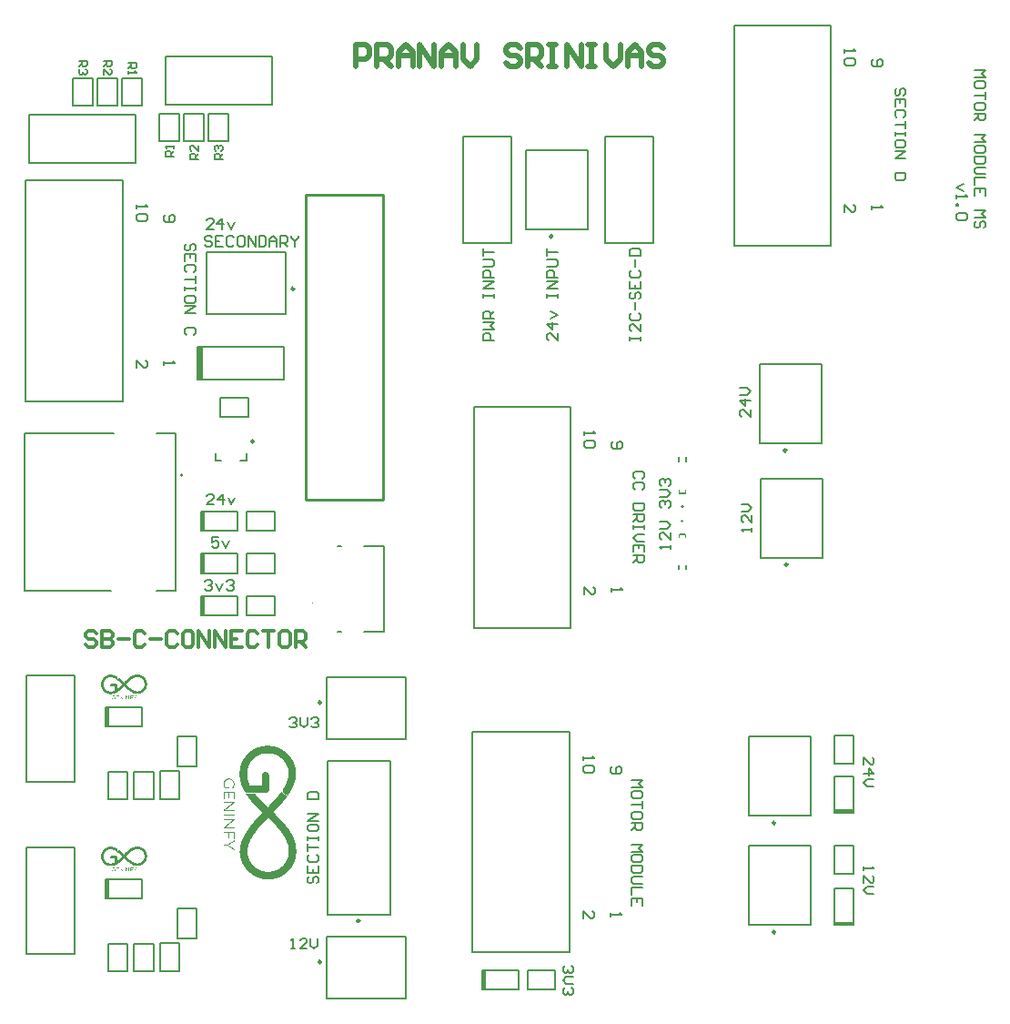
<source format=gto>
G04*
G04 #@! TF.GenerationSoftware,Altium Limited,Altium Designer,20.1.8 (145)*
G04*
G04 Layer_Color=65535*
%FSLAX25Y25*%
%MOIN*%
G70*
G04*
G04 #@! TF.SameCoordinates,B35A1E83-565F-458B-9861-D0C388072C63*
G04*
G04*
G04 #@! TF.FilePolarity,Positive*
G04*
G01*
G75*
%ADD10C,0.01968*%
%ADD12C,0.01181*%
%ADD13C,0.01000*%
%ADD56C,0.00984*%
%ADD57C,0.00787*%
%ADD58R,0.07480X0.01181*%
%ADD59C,0.00600*%
%ADD60R,0.01181X0.07480*%
%ADD61C,0.00394*%
%ADD62C,0.00500*%
%ADD63R,0.01968X0.12299*%
%ADD64C,0.00591*%
%ADD65R,0.02362X0.00689*%
G36*
X33376Y121207D02*
X33609D01*
Y121184D01*
X33748D01*
Y121160D01*
X33865D01*
Y121137D01*
X33981D01*
Y121114D01*
X34074D01*
Y121091D01*
X34143D01*
Y121068D01*
X34236D01*
Y121044D01*
X34306D01*
Y121021D01*
X34376D01*
Y120998D01*
X34446D01*
Y120975D01*
X34516D01*
Y120951D01*
X34562D01*
Y120928D01*
X34632D01*
Y120905D01*
X34678D01*
Y120881D01*
X34748D01*
Y120858D01*
X34795D01*
Y120835D01*
X34841D01*
Y120812D01*
X34887D01*
Y120789D01*
X34934D01*
Y120765D01*
X34980D01*
Y120742D01*
X35027D01*
Y120719D01*
X35074D01*
Y120695D01*
X35120D01*
Y120672D01*
X35166D01*
Y120649D01*
X35213D01*
Y120626D01*
X35260D01*
Y120603D01*
X35306D01*
Y120579D01*
X35353D01*
Y120556D01*
X35376D01*
Y120533D01*
X35422D01*
Y120510D01*
X35469D01*
Y120486D01*
X35492D01*
Y120463D01*
X35539D01*
Y120440D01*
X35585D01*
Y120416D01*
X35608D01*
Y120393D01*
X35631D01*
Y120370D01*
X35655D01*
Y120347D01*
X35678D01*
Y120324D01*
X35701D01*
Y120300D01*
X35724D01*
Y120277D01*
X35748D01*
Y120254D01*
Y120230D01*
X35771D01*
Y120207D01*
Y120184D01*
Y120161D01*
X35794D01*
Y120138D01*
Y120114D01*
Y120091D01*
Y120068D01*
X35818D01*
Y120045D01*
Y120021D01*
Y119998D01*
Y119975D01*
Y119951D01*
X35794D01*
Y119928D01*
Y119905D01*
Y119882D01*
Y119859D01*
X35771D01*
Y119835D01*
Y119812D01*
X35748D01*
Y119789D01*
Y119765D01*
X35724D01*
Y119742D01*
X35701D01*
Y119719D01*
Y119696D01*
X35678D01*
Y119673D01*
X35655D01*
Y119649D01*
X35608D01*
Y119626D01*
X35585D01*
Y119603D01*
X35539D01*
Y119580D01*
X35469D01*
Y119556D01*
X35353D01*
Y119533D01*
X35329D01*
Y119556D01*
X35190D01*
Y119580D01*
X35143D01*
Y119603D01*
X35097D01*
Y119626D01*
X35050D01*
Y119649D01*
X35004D01*
Y119673D01*
X34980D01*
Y119696D01*
X34934D01*
Y119719D01*
X34887D01*
Y119742D01*
X34864D01*
Y119765D01*
X34818D01*
Y119789D01*
X34771D01*
Y119812D01*
X34725D01*
Y119835D01*
X34678D01*
Y119859D01*
X34632D01*
Y119882D01*
X34585D01*
Y119905D01*
X34539D01*
Y119928D01*
X34492D01*
Y119951D01*
X34446D01*
Y119975D01*
X34399D01*
Y119998D01*
X34353D01*
Y120021D01*
X34283D01*
Y120045D01*
X34236D01*
Y120068D01*
X34167D01*
Y120091D01*
X34097D01*
Y120114D01*
X34027D01*
Y120138D01*
X33957D01*
Y120161D01*
X33888D01*
Y120184D01*
X33795D01*
Y120207D01*
X33678D01*
Y120230D01*
X33539D01*
Y120254D01*
X33353D01*
Y120277D01*
X32958D01*
Y120254D01*
X32749D01*
Y120230D01*
X32632D01*
Y120207D01*
X32539D01*
Y120184D01*
X32446D01*
Y120161D01*
X32377D01*
Y120138D01*
X32330D01*
Y120114D01*
X32260D01*
Y120091D01*
X32214D01*
Y120068D01*
X32144D01*
Y120045D01*
X32098D01*
Y120021D01*
X32051D01*
Y119998D01*
X32005D01*
Y119975D01*
X31981D01*
Y119951D01*
X31935D01*
Y119928D01*
X31888D01*
Y119905D01*
X31842D01*
Y119882D01*
X31819D01*
Y119859D01*
X31772D01*
Y119835D01*
X31749D01*
Y119812D01*
X31702D01*
Y119789D01*
X31679D01*
Y119765D01*
X31656D01*
Y119742D01*
X31609D01*
Y119719D01*
X31586D01*
Y119696D01*
X31563D01*
Y119673D01*
X31540D01*
Y119649D01*
X31493D01*
Y119626D01*
X31470D01*
Y119603D01*
X31447D01*
Y119580D01*
X31423D01*
Y119556D01*
X31400D01*
Y119533D01*
X31377D01*
Y119510D01*
X31354D01*
Y119486D01*
X31330D01*
Y119463D01*
X31307D01*
Y119440D01*
X31284D01*
Y119417D01*
X31261D01*
Y119394D01*
X31237D01*
Y119370D01*
Y119347D01*
X31214D01*
Y119324D01*
X31191D01*
Y119300D01*
X31168D01*
Y119277D01*
X31144D01*
Y119254D01*
Y119231D01*
X31121D01*
Y119208D01*
X31098D01*
Y119184D01*
X31075D01*
Y119161D01*
Y119138D01*
X31051D01*
Y119115D01*
X31028D01*
Y119091D01*
Y119068D01*
X31005D01*
Y119045D01*
X30982D01*
Y119022D01*
Y118998D01*
X30958D01*
Y118975D01*
Y118952D01*
X30935D01*
Y118929D01*
X30912D01*
Y118905D01*
Y118882D01*
X30889D01*
Y118859D01*
Y118836D01*
X30865D01*
Y118812D01*
Y118789D01*
X30842D01*
Y118766D01*
Y118743D01*
X30819D01*
Y118719D01*
Y118696D01*
Y118673D01*
X30796D01*
Y118650D01*
Y118626D01*
X30772D01*
Y118603D01*
Y118580D01*
Y118557D01*
X30749D01*
Y118533D01*
Y118510D01*
X30726D01*
Y118487D01*
Y118464D01*
Y118440D01*
X30703D01*
Y118417D01*
Y118394D01*
Y118371D01*
Y118347D01*
X30679D01*
Y118324D01*
Y118301D01*
Y118278D01*
Y118254D01*
X30656D01*
Y118231D01*
Y118208D01*
Y118185D01*
Y118161D01*
Y118138D01*
X30633D01*
Y118115D01*
Y118092D01*
Y118068D01*
Y118045D01*
Y118022D01*
Y117999D01*
X30610D01*
Y117975D01*
Y117952D01*
Y117929D01*
Y117906D01*
Y117882D01*
Y117859D01*
Y117836D01*
Y117813D01*
Y117789D01*
Y117766D01*
Y117743D01*
Y117720D01*
Y117696D01*
Y117673D01*
X30586D01*
Y117650D01*
Y117627D01*
Y117603D01*
X30610D01*
Y117580D01*
Y117557D01*
Y117534D01*
Y117510D01*
Y117487D01*
Y117464D01*
Y117441D01*
Y117417D01*
Y117394D01*
Y117371D01*
Y117348D01*
Y117324D01*
Y117301D01*
Y117278D01*
X30633D01*
Y117255D01*
Y117231D01*
Y117208D01*
Y117185D01*
Y117162D01*
Y117138D01*
Y117115D01*
X30656D01*
Y117092D01*
Y117069D01*
Y117045D01*
Y117022D01*
X30679D01*
Y116999D01*
Y116976D01*
Y116952D01*
Y116929D01*
X30703D01*
Y116906D01*
Y116883D01*
Y116859D01*
Y116836D01*
X30726D01*
Y116813D01*
Y116790D01*
Y116766D01*
X30749D01*
Y116743D01*
Y116720D01*
Y116697D01*
X30772D01*
Y116673D01*
Y116650D01*
X30796D01*
Y116627D01*
Y116604D01*
X30819D01*
Y116580D01*
Y116557D01*
Y116534D01*
X30842D01*
Y116511D01*
Y116487D01*
X30865D01*
Y116464D01*
Y116441D01*
X30889D01*
Y116418D01*
Y116394D01*
X30912D01*
Y116371D01*
Y116348D01*
X30935D01*
Y116325D01*
X30958D01*
Y116301D01*
Y116278D01*
X30982D01*
Y116255D01*
Y116232D01*
X31005D01*
Y116208D01*
X31028D01*
Y116185D01*
Y116162D01*
X31051D01*
Y116139D01*
X31075D01*
Y116115D01*
Y116092D01*
X31098D01*
Y116069D01*
X31121D01*
Y116046D01*
X31144D01*
Y116022D01*
Y115999D01*
X31168D01*
Y115976D01*
X31191D01*
Y115953D01*
X31214D01*
Y115929D01*
X31237D01*
Y115906D01*
X31261D01*
Y115883D01*
Y115860D01*
X31284D01*
Y115836D01*
X31307D01*
Y115813D01*
X31330D01*
Y115790D01*
X31354D01*
Y115767D01*
X31377D01*
Y115743D01*
X31400D01*
Y115720D01*
X31447D01*
Y115697D01*
X31470D01*
Y115674D01*
X31493D01*
Y115650D01*
X31516D01*
Y115627D01*
X31540D01*
Y115604D01*
X31563D01*
Y115581D01*
X31609D01*
Y115557D01*
X31633D01*
Y115534D01*
X31656D01*
Y115511D01*
X31702D01*
Y115488D01*
X31726D01*
Y115464D01*
X31772D01*
Y115441D01*
X31795D01*
Y115418D01*
X31842D01*
Y115395D01*
X31888D01*
Y115372D01*
X31935D01*
Y115348D01*
X31981D01*
Y115325D01*
X32028D01*
Y115302D01*
X32074D01*
Y115278D01*
X32121D01*
Y115255D01*
X32167D01*
Y115232D01*
X32237D01*
Y115209D01*
X32307D01*
Y115185D01*
X32377D01*
Y115162D01*
X32446D01*
Y115139D01*
X32539D01*
Y115116D01*
X32656D01*
Y115093D01*
X32818D01*
Y115069D01*
X33121D01*
Y115046D01*
X33307D01*
Y115069D01*
X33609D01*
Y115093D01*
X33771D01*
Y115116D01*
X33888D01*
Y115139D01*
X33981D01*
Y115162D01*
X34074D01*
Y115185D01*
X34167D01*
Y115209D01*
X34236D01*
Y115232D01*
X34306D01*
Y115255D01*
X34353D01*
Y115278D01*
X34422D01*
Y115302D01*
X34469D01*
Y115325D01*
X34539D01*
Y115348D01*
X34585D01*
Y115372D01*
X34632D01*
Y115395D01*
X34678D01*
Y115418D01*
Y115441D01*
Y115464D01*
Y115488D01*
Y115511D01*
Y115534D01*
Y115557D01*
Y115581D01*
Y115604D01*
Y115627D01*
Y115650D01*
Y115674D01*
Y115697D01*
Y115720D01*
Y115743D01*
Y115767D01*
Y115790D01*
Y115813D01*
Y115836D01*
Y115860D01*
Y115883D01*
Y115906D01*
Y115929D01*
Y115953D01*
Y115976D01*
Y115999D01*
Y116022D01*
Y116046D01*
Y116069D01*
Y116092D01*
Y116115D01*
Y116139D01*
Y116162D01*
Y116185D01*
Y116208D01*
Y116232D01*
Y116255D01*
Y116278D01*
Y116301D01*
Y116325D01*
Y116348D01*
Y116371D01*
Y116394D01*
Y116418D01*
Y116441D01*
Y116464D01*
Y116487D01*
Y116511D01*
Y116534D01*
Y116557D01*
Y116580D01*
Y116604D01*
Y116627D01*
Y116650D01*
Y116673D01*
Y116697D01*
Y116720D01*
Y116743D01*
Y116766D01*
Y116790D01*
Y116813D01*
Y116836D01*
Y116859D01*
Y116883D01*
X34655D01*
Y116906D01*
X33307D01*
Y116929D01*
X33260D01*
Y116952D01*
X33214D01*
Y116976D01*
X33167D01*
Y116999D01*
X33144D01*
Y117022D01*
X33121D01*
Y117045D01*
X33097D01*
Y117069D01*
X33074D01*
Y117092D01*
X33051D01*
Y117115D01*
X33028D01*
Y117138D01*
Y117162D01*
X33004D01*
Y117185D01*
Y117208D01*
X32981D01*
Y117231D01*
Y117255D01*
Y117278D01*
Y117301D01*
X32958D01*
Y117324D01*
Y117348D01*
Y117371D01*
Y117394D01*
Y117417D01*
Y117441D01*
X32981D01*
Y117464D01*
Y117487D01*
Y117510D01*
Y117534D01*
X33004D01*
Y117557D01*
Y117580D01*
X33028D01*
Y117603D01*
Y117627D01*
X33051D01*
Y117650D01*
Y117673D01*
X33074D01*
Y117696D01*
X33097D01*
Y117720D01*
X33121D01*
Y117743D01*
X33167D01*
Y117766D01*
X33190D01*
Y117789D01*
X33237D01*
Y117813D01*
X33283D01*
Y117836D01*
X33400D01*
Y117859D01*
X35190D01*
Y117836D01*
X35283D01*
Y117813D01*
X35353D01*
Y117789D01*
X35399D01*
Y117766D01*
X35422D01*
Y117743D01*
X35445D01*
Y117720D01*
X35492D01*
Y117696D01*
Y117673D01*
X35515D01*
Y117650D01*
X35539D01*
Y117627D01*
X35562D01*
Y117603D01*
Y117580D01*
X35585D01*
Y117557D01*
Y117534D01*
Y117510D01*
X35608D01*
Y117487D01*
Y117464D01*
Y117441D01*
Y117417D01*
Y117394D01*
X35631D01*
Y117371D01*
Y117348D01*
Y117324D01*
Y117301D01*
Y117278D01*
Y117255D01*
Y117231D01*
Y117208D01*
Y117185D01*
Y117162D01*
Y117138D01*
Y117115D01*
Y117092D01*
Y117069D01*
Y117045D01*
Y117022D01*
Y116999D01*
Y116976D01*
Y116952D01*
Y116929D01*
Y116906D01*
Y116883D01*
Y116859D01*
Y116836D01*
Y116813D01*
Y116790D01*
Y116766D01*
Y116743D01*
Y116720D01*
Y116697D01*
Y116673D01*
Y116650D01*
Y116627D01*
Y116604D01*
Y116580D01*
Y116557D01*
Y116534D01*
Y116511D01*
Y116487D01*
Y116464D01*
Y116441D01*
Y116418D01*
Y116394D01*
Y116371D01*
Y116348D01*
Y116325D01*
Y116301D01*
Y116278D01*
Y116255D01*
Y116232D01*
Y116208D01*
Y116185D01*
Y116162D01*
Y116139D01*
Y116115D01*
Y116092D01*
Y116069D01*
Y116046D01*
Y116022D01*
Y115999D01*
Y115976D01*
Y115953D01*
Y115929D01*
Y115906D01*
Y115883D01*
Y115860D01*
Y115836D01*
Y115813D01*
Y115790D01*
Y115767D01*
Y115743D01*
Y115720D01*
Y115697D01*
Y115674D01*
Y115650D01*
Y115627D01*
Y115604D01*
Y115581D01*
Y115557D01*
Y115534D01*
Y115511D01*
Y115488D01*
Y115464D01*
Y115441D01*
Y115418D01*
Y115395D01*
Y115372D01*
Y115348D01*
Y115325D01*
Y115302D01*
Y115278D01*
Y115255D01*
Y115232D01*
Y115209D01*
Y115185D01*
Y115162D01*
Y115139D01*
Y115116D01*
Y115093D01*
X35608D01*
Y115069D01*
Y115046D01*
Y115023D01*
Y114999D01*
Y114976D01*
X35585D01*
Y114953D01*
Y114930D01*
Y114907D01*
X35562D01*
Y114883D01*
Y114860D01*
X35539D01*
Y114837D01*
X35515D01*
Y114813D01*
Y114790D01*
X35492D01*
Y114767D01*
X35469D01*
Y114744D01*
X35422D01*
Y114720D01*
X35399D01*
Y114697D01*
X35353D01*
Y114674D01*
X35306D01*
Y114651D01*
X35260D01*
Y114628D01*
X35213D01*
Y114604D01*
X35166D01*
Y114581D01*
X35120D01*
Y114558D01*
X35074D01*
Y114534D01*
X35027D01*
Y114511D01*
X34980D01*
Y114488D01*
X34934D01*
Y114465D01*
X34864D01*
Y114442D01*
X34818D01*
Y114418D01*
X34748D01*
Y114395D01*
X34701D01*
Y114372D01*
X34632D01*
Y114348D01*
X34562D01*
Y114325D01*
X34492D01*
Y114302D01*
X34422D01*
Y114279D01*
X34353D01*
Y114255D01*
X34260D01*
Y114232D01*
X34167D01*
Y114209D01*
X34074D01*
Y114186D01*
X33957D01*
Y114163D01*
X33818D01*
Y114139D01*
X33632D01*
Y114116D01*
X32795D01*
Y114139D01*
X32609D01*
Y114163D01*
X32470D01*
Y114186D01*
X32377D01*
Y114209D01*
X32260D01*
Y114232D01*
X32191D01*
Y114255D01*
X32098D01*
Y114279D01*
X32028D01*
Y114302D01*
X31958D01*
Y114325D01*
X31888D01*
Y114348D01*
X31842D01*
Y114372D01*
X31772D01*
Y114395D01*
X31726D01*
Y114418D01*
X31679D01*
Y114442D01*
X31633D01*
Y114465D01*
X31563D01*
Y114488D01*
X31516D01*
Y114511D01*
X31493D01*
Y114534D01*
X31447D01*
Y114558D01*
X31400D01*
Y114581D01*
X31354D01*
Y114604D01*
X31330D01*
Y114628D01*
X31284D01*
Y114651D01*
X31237D01*
Y114674D01*
X31214D01*
Y114697D01*
X31168D01*
Y114720D01*
X31144D01*
Y114744D01*
X31098D01*
Y114767D01*
X31075D01*
Y114790D01*
X31051D01*
Y114813D01*
X31005D01*
Y114837D01*
X30982D01*
Y114860D01*
X30958D01*
Y114883D01*
X30935D01*
Y114907D01*
X30889D01*
Y114930D01*
X30865D01*
Y114953D01*
X30842D01*
Y114976D01*
X30819D01*
Y114999D01*
X30796D01*
Y115023D01*
X30772D01*
Y115046D01*
X30749D01*
Y115069D01*
X30726D01*
Y115093D01*
X30703D01*
Y115116D01*
X30679D01*
Y115139D01*
X30656D01*
Y115162D01*
X30633D01*
Y115185D01*
X30610D01*
Y115209D01*
X30586D01*
Y115232D01*
X30563D01*
Y115255D01*
X30540D01*
Y115278D01*
X30517D01*
Y115302D01*
X30493D01*
Y115325D01*
Y115348D01*
X30470D01*
Y115372D01*
X30447D01*
Y115395D01*
X30424D01*
Y115418D01*
X30400D01*
Y115441D01*
X30377D01*
Y115464D01*
Y115488D01*
X30354D01*
Y115511D01*
X30331D01*
Y115534D01*
Y115557D01*
X30307D01*
Y115581D01*
X30284D01*
Y115604D01*
X30261D01*
Y115627D01*
Y115650D01*
X30238D01*
Y115674D01*
X30214D01*
Y115697D01*
Y115720D01*
X30191D01*
Y115743D01*
Y115767D01*
X30168D01*
Y115790D01*
X30145D01*
Y115813D01*
Y115836D01*
X30121D01*
Y115860D01*
Y115883D01*
X30098D01*
Y115906D01*
X30075D01*
Y115929D01*
Y115953D01*
X30052D01*
Y115976D01*
Y115999D01*
X30028D01*
Y116022D01*
Y116046D01*
X30005D01*
Y116069D01*
Y116092D01*
X29982D01*
Y116115D01*
Y116139D01*
X29959D01*
Y116162D01*
Y116185D01*
Y116208D01*
X29935D01*
Y116232D01*
Y116255D01*
X29912D01*
Y116278D01*
Y116301D01*
X29889D01*
Y116325D01*
Y116348D01*
Y116371D01*
X29866D01*
Y116394D01*
Y116418D01*
Y116441D01*
X29842D01*
Y116464D01*
Y116487D01*
Y116511D01*
X29819D01*
Y116534D01*
Y116557D01*
Y116580D01*
X29796D01*
Y116604D01*
Y116627D01*
Y116650D01*
X29773D01*
Y116673D01*
Y116697D01*
Y116720D01*
Y116743D01*
X29750D01*
Y116766D01*
Y116790D01*
Y116813D01*
Y116836D01*
X29726D01*
Y116859D01*
Y116883D01*
Y116906D01*
Y116929D01*
Y116952D01*
X29703D01*
Y116976D01*
Y116999D01*
Y117022D01*
Y117045D01*
Y117069D01*
Y117092D01*
X29680D01*
Y117115D01*
Y117138D01*
Y117162D01*
Y117185D01*
Y117208D01*
Y117231D01*
Y117255D01*
X29656D01*
Y117278D01*
Y117301D01*
Y117324D01*
Y117348D01*
Y117371D01*
Y117394D01*
Y117417D01*
Y117441D01*
Y117464D01*
Y117487D01*
Y117510D01*
Y117534D01*
Y117557D01*
Y117580D01*
Y117603D01*
Y117627D01*
Y117650D01*
Y117673D01*
Y117696D01*
Y117720D01*
Y117743D01*
Y117766D01*
Y117789D01*
Y117813D01*
Y117836D01*
Y117859D01*
Y117882D01*
Y117906D01*
Y117929D01*
Y117952D01*
Y117975D01*
Y117999D01*
X29680D01*
Y118022D01*
Y118045D01*
Y118068D01*
Y118092D01*
Y118115D01*
Y118138D01*
Y118161D01*
Y118185D01*
X29703D01*
Y118208D01*
Y118231D01*
Y118254D01*
Y118278D01*
Y118301D01*
Y118324D01*
X29726D01*
Y118347D01*
Y118371D01*
Y118394D01*
Y118417D01*
Y118440D01*
X29750D01*
Y118464D01*
Y118487D01*
Y118510D01*
Y118533D01*
X29773D01*
Y118557D01*
Y118580D01*
Y118603D01*
Y118626D01*
X29796D01*
Y118650D01*
Y118673D01*
Y118696D01*
X29819D01*
Y118719D01*
Y118743D01*
Y118766D01*
X29842D01*
Y118789D01*
Y118812D01*
Y118836D01*
X29866D01*
Y118859D01*
Y118882D01*
Y118905D01*
X29889D01*
Y118929D01*
Y118952D01*
Y118975D01*
X29912D01*
Y118998D01*
Y119022D01*
X29935D01*
Y119045D01*
Y119068D01*
X29959D01*
Y119091D01*
Y119115D01*
Y119138D01*
X29982D01*
Y119161D01*
Y119184D01*
X30005D01*
Y119208D01*
Y119231D01*
X30028D01*
Y119254D01*
Y119277D01*
X30052D01*
Y119300D01*
Y119324D01*
X30075D01*
Y119347D01*
Y119370D01*
X30098D01*
Y119394D01*
X30121D01*
Y119417D01*
Y119440D01*
X30145D01*
Y119463D01*
Y119486D01*
X30168D01*
Y119510D01*
Y119533D01*
X30191D01*
Y119556D01*
X30214D01*
Y119580D01*
Y119603D01*
X30238D01*
Y119626D01*
X30261D01*
Y119649D01*
Y119673D01*
X30284D01*
Y119696D01*
X30307D01*
Y119719D01*
Y119742D01*
X30331D01*
Y119765D01*
X30354D01*
Y119789D01*
X30377D01*
Y119812D01*
Y119835D01*
X30400D01*
Y119859D01*
X30424D01*
Y119882D01*
X30447D01*
Y119905D01*
X30470D01*
Y119928D01*
Y119951D01*
X30493D01*
Y119975D01*
X30517D01*
Y119998D01*
X30540D01*
Y120021D01*
X30563D01*
Y120045D01*
X30586D01*
Y120068D01*
X30610D01*
Y120091D01*
X30633D01*
Y120114D01*
X30656D01*
Y120138D01*
X30679D01*
Y120161D01*
X30703D01*
Y120184D01*
X30726D01*
Y120207D01*
X30749D01*
Y120230D01*
X30772D01*
Y120254D01*
X30796D01*
Y120277D01*
X30819D01*
Y120300D01*
X30842D01*
Y120324D01*
X30865D01*
Y120347D01*
X30889D01*
Y120370D01*
X30912D01*
Y120393D01*
X30935D01*
Y120416D01*
X30982D01*
Y120440D01*
X31005D01*
Y120463D01*
X31028D01*
Y120486D01*
X31051D01*
Y120510D01*
X31098D01*
Y120533D01*
X31121D01*
Y120556D01*
X31168D01*
Y120579D01*
X31191D01*
Y120603D01*
X31214D01*
Y120626D01*
X31261D01*
Y120649D01*
X31284D01*
Y120672D01*
X31330D01*
Y120695D01*
X31377D01*
Y120719D01*
X31400D01*
Y120742D01*
X31447D01*
Y120765D01*
X31493D01*
Y120789D01*
X31516D01*
Y120812D01*
X31563D01*
Y120835D01*
X31609D01*
Y120858D01*
X31656D01*
Y120881D01*
X31702D01*
Y120905D01*
X31772D01*
Y120928D01*
X31819D01*
Y120951D01*
X31865D01*
Y120975D01*
X31935D01*
Y120998D01*
X31981D01*
Y121021D01*
X32051D01*
Y121044D01*
X32121D01*
Y121068D01*
X32191D01*
Y121091D01*
X32260D01*
Y121114D01*
X32353D01*
Y121137D01*
X32446D01*
Y121160D01*
X32563D01*
Y121184D01*
X32725D01*
Y121207D01*
X32935D01*
Y121230D01*
X33376D01*
Y121207D01*
D02*
G37*
G36*
X43234Y121230D02*
X43466D01*
Y121207D01*
X43606D01*
Y121184D01*
X43745D01*
Y121160D01*
X43838D01*
Y121137D01*
X43931D01*
Y121114D01*
X44024D01*
Y121091D01*
X44094D01*
Y121068D01*
X44164D01*
Y121044D01*
X44234D01*
Y121021D01*
X44280D01*
Y120998D01*
X44350D01*
Y120975D01*
X44396D01*
Y120951D01*
X44466D01*
Y120928D01*
X44513D01*
Y120905D01*
X44559D01*
Y120881D01*
X44606D01*
Y120858D01*
X44652D01*
Y120835D01*
X44699D01*
Y120812D01*
X44745D01*
Y120789D01*
X44768D01*
Y120765D01*
X44815D01*
Y120742D01*
X44861D01*
Y120719D01*
X44885D01*
Y120695D01*
X44931D01*
Y120672D01*
X44954D01*
Y120649D01*
X45001D01*
Y120626D01*
X45024D01*
Y120603D01*
X45071D01*
Y120579D01*
X45094D01*
Y120556D01*
X45117D01*
Y120533D01*
X45164D01*
Y120510D01*
X45187D01*
Y120486D01*
X45210D01*
Y120463D01*
X45233D01*
Y120440D01*
X45280D01*
Y120416D01*
X45303D01*
Y120393D01*
X45326D01*
Y120370D01*
X45350D01*
Y120347D01*
X45373D01*
Y120324D01*
X45396D01*
Y120300D01*
X45419D01*
Y120277D01*
X45443D01*
Y120254D01*
X45466D01*
Y120230D01*
X45489D01*
Y120207D01*
X45512D01*
Y120184D01*
X45536D01*
Y120161D01*
X45559D01*
Y120138D01*
X45582D01*
Y120114D01*
X45605D01*
Y120091D01*
X45629D01*
Y120068D01*
X45652D01*
Y120045D01*
X45675D01*
Y120021D01*
Y119998D01*
X45698D01*
Y119975D01*
X45722D01*
Y119951D01*
X45745D01*
Y119928D01*
X45768D01*
Y119905D01*
Y119882D01*
X45791D01*
Y119859D01*
X45815D01*
Y119835D01*
X45838D01*
Y119812D01*
Y119789D01*
X45861D01*
Y119765D01*
X45884D01*
Y119742D01*
X45908D01*
Y119719D01*
Y119696D01*
X45931D01*
Y119673D01*
Y119649D01*
X45954D01*
Y119626D01*
X45977D01*
Y119603D01*
Y119580D01*
X46001D01*
Y119556D01*
X46024D01*
Y119533D01*
Y119510D01*
X46047D01*
Y119486D01*
Y119463D01*
X46070D01*
Y119440D01*
Y119417D01*
X46093D01*
Y119394D01*
Y119370D01*
X46117D01*
Y119347D01*
X46140D01*
Y119324D01*
Y119300D01*
Y119277D01*
X46163D01*
Y119254D01*
Y119231D01*
X46187D01*
Y119208D01*
Y119184D01*
X46210D01*
Y119161D01*
Y119138D01*
X46233D01*
Y119115D01*
Y119091D01*
Y119068D01*
X46256D01*
Y119045D01*
Y119022D01*
X46280D01*
Y118998D01*
Y118975D01*
Y118952D01*
X46303D01*
Y118929D01*
Y118905D01*
Y118882D01*
X46326D01*
Y118859D01*
Y118836D01*
Y118812D01*
X46349D01*
Y118789D01*
Y118766D01*
Y118743D01*
X46373D01*
Y118719D01*
Y118696D01*
Y118673D01*
X46396D01*
Y118650D01*
Y118626D01*
Y118603D01*
Y118580D01*
X46419D01*
Y118557D01*
Y118533D01*
Y118510D01*
Y118487D01*
Y118464D01*
X46442D01*
Y118440D01*
Y118417D01*
Y118394D01*
Y118371D01*
Y118347D01*
X46466D01*
Y118324D01*
Y118301D01*
Y118278D01*
Y118254D01*
Y118231D01*
Y118208D01*
X46489D01*
Y118185D01*
Y118161D01*
Y118138D01*
Y118115D01*
Y118092D01*
Y118068D01*
Y118045D01*
Y118022D01*
Y117999D01*
X46512D01*
Y117975D01*
Y117952D01*
Y117929D01*
Y117906D01*
Y117882D01*
Y117859D01*
Y117836D01*
Y117813D01*
Y117789D01*
Y117766D01*
Y117743D01*
Y117720D01*
Y117696D01*
Y117673D01*
Y117650D01*
Y117627D01*
Y117603D01*
Y117580D01*
Y117557D01*
Y117534D01*
Y117510D01*
Y117487D01*
Y117464D01*
Y117441D01*
X46489D01*
Y117417D01*
Y117394D01*
Y117371D01*
Y117348D01*
Y117324D01*
Y117301D01*
Y117278D01*
Y117255D01*
Y117231D01*
X46466D01*
Y117208D01*
Y117185D01*
Y117162D01*
Y117138D01*
Y117115D01*
Y117092D01*
X46442D01*
Y117069D01*
Y117045D01*
Y117022D01*
Y116999D01*
Y116976D01*
Y116952D01*
X46419D01*
Y116929D01*
Y116906D01*
Y116883D01*
Y116859D01*
X46396D01*
Y116836D01*
Y116813D01*
Y116790D01*
Y116766D01*
X46373D01*
Y116743D01*
Y116720D01*
Y116697D01*
X46349D01*
Y116673D01*
Y116650D01*
Y116627D01*
Y116604D01*
X46326D01*
Y116580D01*
Y116557D01*
Y116534D01*
X46303D01*
Y116511D01*
Y116487D01*
X46280D01*
Y116464D01*
Y116441D01*
Y116418D01*
X46256D01*
Y116394D01*
Y116371D01*
Y116348D01*
X46233D01*
Y116325D01*
Y116301D01*
X46210D01*
Y116278D01*
Y116255D01*
Y116232D01*
X46187D01*
Y116208D01*
Y116185D01*
X46163D01*
Y116162D01*
Y116139D01*
X46140D01*
Y116115D01*
Y116092D01*
X46117D01*
Y116069D01*
Y116046D01*
X46093D01*
Y116022D01*
Y115999D01*
X46070D01*
Y115976D01*
Y115953D01*
X46047D01*
Y115929D01*
X46024D01*
Y115906D01*
Y115883D01*
X46001D01*
Y115860D01*
Y115836D01*
X45977D01*
Y115813D01*
X45954D01*
Y115790D01*
Y115767D01*
X45931D01*
Y115743D01*
X45908D01*
Y115720D01*
Y115697D01*
X45884D01*
Y115674D01*
X45861D01*
Y115650D01*
Y115627D01*
X45838D01*
Y115604D01*
X45815D01*
Y115581D01*
Y115557D01*
X45791D01*
Y115534D01*
X45768D01*
Y115511D01*
X45745D01*
Y115488D01*
X45722D01*
Y115464D01*
Y115441D01*
X45698D01*
Y115418D01*
X45675D01*
Y115395D01*
X45652D01*
Y115372D01*
X45629D01*
Y115348D01*
X45605D01*
Y115325D01*
Y115302D01*
X45582D01*
Y115278D01*
X45559D01*
Y115255D01*
X45536D01*
Y115232D01*
X45512D01*
Y115209D01*
X45489D01*
Y115185D01*
X45466D01*
Y115162D01*
X45443D01*
Y115139D01*
X45419D01*
Y115116D01*
X45396D01*
Y115093D01*
X45373D01*
Y115069D01*
X45350D01*
Y115046D01*
X45326D01*
Y115023D01*
X45280D01*
Y114999D01*
X45257D01*
Y114976D01*
X45233D01*
Y114953D01*
X45210D01*
Y114930D01*
X45187D01*
Y114907D01*
X45140D01*
Y114883D01*
X45117D01*
Y114860D01*
X45094D01*
Y114837D01*
X45071D01*
Y114813D01*
X45024D01*
Y114790D01*
X45001D01*
Y114767D01*
X44954D01*
Y114744D01*
X44931D01*
Y114720D01*
X44885D01*
Y114697D01*
X44861D01*
Y114674D01*
X44815D01*
Y114651D01*
X44792D01*
Y114628D01*
X44745D01*
Y114604D01*
X44699D01*
Y114581D01*
X44675D01*
Y114558D01*
X44629D01*
Y114534D01*
X44582D01*
Y114511D01*
X44536D01*
Y114488D01*
X44489D01*
Y114465D01*
X44443D01*
Y114442D01*
X44396D01*
Y114418D01*
X44327D01*
Y114395D01*
X44280D01*
Y114372D01*
X44234D01*
Y114348D01*
X44164D01*
Y114325D01*
X44094D01*
Y114302D01*
X44024D01*
Y114279D01*
X43955D01*
Y114255D01*
X43885D01*
Y114232D01*
X43792D01*
Y114209D01*
X43676D01*
Y114186D01*
X43559D01*
Y114163D01*
X43397D01*
Y114139D01*
X43118D01*
Y114116D01*
X42885D01*
Y114139D01*
X42583D01*
Y114163D01*
X42420D01*
Y114186D01*
X42304D01*
Y114209D01*
X42188D01*
Y114232D01*
X42095D01*
Y114255D01*
X42002D01*
Y114279D01*
X41932D01*
Y114302D01*
X41862D01*
Y114325D01*
X41793D01*
Y114348D01*
X41723D01*
Y114372D01*
X41653D01*
Y114395D01*
X41583D01*
Y114418D01*
X41537D01*
Y114442D01*
X41467D01*
Y114465D01*
X41421D01*
Y114488D01*
X41374D01*
Y114511D01*
X41304D01*
Y114534D01*
X41258D01*
Y114558D01*
X41211D01*
Y114581D01*
X41165D01*
Y114604D01*
X41118D01*
Y114628D01*
X41072D01*
Y114651D01*
X41025D01*
Y114674D01*
X40979D01*
Y114697D01*
X40932D01*
Y114720D01*
X40886D01*
Y114744D01*
X40863D01*
Y114767D01*
X40816D01*
Y114790D01*
X40769D01*
Y114813D01*
X40723D01*
Y114837D01*
X40700D01*
Y114860D01*
X40653D01*
Y114883D01*
X40607D01*
Y114907D01*
X40584D01*
Y114930D01*
X40537D01*
Y114953D01*
X40514D01*
Y114976D01*
X40467D01*
Y114999D01*
X40444D01*
Y115023D01*
X40398D01*
Y115046D01*
X40374D01*
Y115069D01*
X40328D01*
Y115093D01*
X40304D01*
Y115116D01*
X40258D01*
Y115139D01*
X40235D01*
Y115162D01*
X40188D01*
Y115185D01*
X40165D01*
Y115209D01*
X40119D01*
Y115232D01*
X40095D01*
Y115255D01*
X40072D01*
Y115278D01*
X40025D01*
Y115302D01*
X40002D01*
Y115325D01*
X39956D01*
Y115348D01*
X39933D01*
Y115372D01*
X39909D01*
Y115395D01*
X39863D01*
Y115418D01*
X39840D01*
Y115441D01*
X39816D01*
Y115464D01*
X39793D01*
Y115488D01*
X39747D01*
Y115511D01*
X39723D01*
Y115534D01*
X39700D01*
Y115557D01*
X39654D01*
Y115581D01*
X39630D01*
Y115604D01*
X39607D01*
Y115627D01*
X39584D01*
Y115650D01*
X39537D01*
Y115674D01*
X39514D01*
Y115697D01*
X39491D01*
Y115720D01*
X39468D01*
Y115743D01*
X39421D01*
Y115767D01*
X39398D01*
Y115790D01*
X39375D01*
Y115813D01*
X39351D01*
Y115836D01*
X39328D01*
Y115860D01*
X39282D01*
Y115883D01*
X39258D01*
Y115906D01*
X39235D01*
Y115929D01*
X39212D01*
Y115953D01*
X39189D01*
Y115976D01*
X39142D01*
Y115999D01*
X39119D01*
Y116022D01*
X39096D01*
Y116046D01*
X39072D01*
Y116069D01*
X39049D01*
Y116092D01*
X39026D01*
Y116115D01*
X39003D01*
Y116139D01*
X38979D01*
Y116162D01*
X38956D01*
Y116185D01*
X38933D01*
Y116208D01*
X38910D01*
Y116232D01*
X38886D01*
Y116255D01*
X38863D01*
Y116278D01*
X38840D01*
Y116301D01*
X38793D01*
Y116325D01*
X38770D01*
Y116348D01*
X38747D01*
Y116371D01*
X38724D01*
Y116394D01*
X38700D01*
Y116418D01*
X38677D01*
Y116441D01*
X38654D01*
Y116464D01*
X38631D01*
Y116487D01*
X38607D01*
Y116511D01*
X38584D01*
Y116534D01*
X38561D01*
Y116557D01*
X38538D01*
Y116580D01*
X38514D01*
Y116604D01*
X38491D01*
Y116627D01*
X38468D01*
Y116650D01*
X38445D01*
Y116673D01*
X38421D01*
Y116697D01*
X38398D01*
Y116720D01*
X38375D01*
Y116743D01*
X38352D01*
Y116766D01*
X38328D01*
Y116790D01*
X38305D01*
Y116813D01*
X38282D01*
Y116836D01*
X38259D01*
Y116859D01*
X38235D01*
Y116883D01*
X38212D01*
Y116906D01*
X38189D01*
Y116929D01*
X38142D01*
Y116952D01*
X38119D01*
Y116976D01*
X38096D01*
Y116999D01*
X38073D01*
Y116976D01*
X38049D01*
Y116952D01*
X38026D01*
Y116929D01*
X38003D01*
Y116906D01*
X37980D01*
Y116883D01*
X37956D01*
Y116859D01*
X37933D01*
Y116836D01*
X37910D01*
Y116813D01*
X37887D01*
Y116790D01*
X37863D01*
Y116766D01*
X37840D01*
Y116743D01*
X37817D01*
Y116720D01*
X37794D01*
Y116697D01*
X37770D01*
Y116673D01*
Y116650D01*
X37747D01*
Y116627D01*
X37724D01*
Y116604D01*
X37701D01*
Y116580D01*
X37677D01*
Y116557D01*
X37654D01*
Y116534D01*
X37631D01*
Y116511D01*
X37608D01*
Y116487D01*
X37584D01*
Y116464D01*
X37561D01*
Y116441D01*
X37538D01*
Y116418D01*
X37515D01*
Y116394D01*
X37491D01*
Y116371D01*
X37468D01*
Y116348D01*
X37445D01*
Y116325D01*
X37422D01*
Y116301D01*
X37398D01*
Y116278D01*
X37375D01*
Y116255D01*
X37352D01*
Y116232D01*
X37329D01*
Y116208D01*
X37305D01*
Y116185D01*
X37282D01*
Y116162D01*
X37259D01*
Y116139D01*
X37236D01*
Y116115D01*
X37212D01*
Y116092D01*
X37189D01*
Y116069D01*
X37143D01*
Y116046D01*
X37119D01*
Y116022D01*
X37096D01*
Y115999D01*
X37073D01*
Y115976D01*
X37050D01*
Y115953D01*
X37026D01*
Y115929D01*
X37003D01*
Y115906D01*
X36980D01*
Y115883D01*
X36957D01*
Y115860D01*
X36933D01*
Y115836D01*
X36910D01*
Y115813D01*
X36887D01*
Y115790D01*
X36864D01*
Y115767D01*
X36840D01*
Y115743D01*
X36794D01*
Y115720D01*
X36771D01*
Y115697D01*
X36747D01*
Y115674D01*
X36724D01*
Y115650D01*
X36701D01*
Y115627D01*
X36678D01*
Y115604D01*
X36654D01*
Y115581D01*
X36631D01*
Y115557D01*
X36585D01*
Y115534D01*
X36561D01*
Y115511D01*
X36538D01*
Y115488D01*
X36515D01*
Y115464D01*
X36492D01*
Y115441D01*
X36468D01*
Y115418D01*
X36422D01*
Y115395D01*
X36399D01*
Y115372D01*
X36375D01*
Y115348D01*
X36352D01*
Y115325D01*
X36306D01*
Y115302D01*
X36282D01*
Y115278D01*
X36259D01*
Y115255D01*
X36236D01*
Y115232D01*
X36189D01*
Y115209D01*
X36166D01*
Y115185D01*
X36143D01*
Y115162D01*
X36096D01*
Y115139D01*
X36073D01*
Y115116D01*
X36050D01*
Y115093D01*
X36003D01*
Y115069D01*
X35980D01*
Y115046D01*
X35934D01*
Y115023D01*
X35910D01*
Y114999D01*
X35864D01*
Y114976D01*
X35841D01*
Y114953D01*
X35794D01*
Y114930D01*
X35771D01*
Y114907D01*
X35724D01*
Y114883D01*
X35678D01*
Y114860D01*
X35655D01*
Y114883D01*
Y114907D01*
X35678D01*
Y114930D01*
Y114953D01*
Y114976D01*
X35701D01*
Y114999D01*
Y115023D01*
Y115046D01*
Y115069D01*
Y115093D01*
Y115116D01*
Y115139D01*
Y115162D01*
Y115185D01*
Y115209D01*
Y115232D01*
Y115255D01*
Y115278D01*
Y115302D01*
Y115325D01*
Y115348D01*
Y115372D01*
Y115395D01*
Y115418D01*
Y115441D01*
Y115464D01*
Y115488D01*
Y115511D01*
Y115534D01*
Y115557D01*
Y115581D01*
Y115604D01*
Y115627D01*
Y115650D01*
Y115674D01*
Y115697D01*
Y115720D01*
Y115743D01*
Y115767D01*
Y115790D01*
Y115813D01*
Y115836D01*
Y115860D01*
Y115883D01*
Y115906D01*
Y115929D01*
Y115953D01*
Y115976D01*
Y115999D01*
Y116022D01*
Y116046D01*
Y116069D01*
X35748D01*
Y116092D01*
X35771D01*
Y116115D01*
X35794D01*
Y116139D01*
X35818D01*
Y116162D01*
X35864D01*
Y116185D01*
X35887D01*
Y116208D01*
X35910D01*
Y116232D01*
X35934D01*
Y116255D01*
X35957D01*
Y116278D01*
X35980D01*
Y116301D01*
X36027D01*
Y116325D01*
X36050D01*
Y116348D01*
X36073D01*
Y116371D01*
X36096D01*
Y116394D01*
X36120D01*
Y116418D01*
X36143D01*
Y116441D01*
X36166D01*
Y116464D01*
X36189D01*
Y116487D01*
X36213D01*
Y116511D01*
X36259D01*
Y116534D01*
X36282D01*
Y116557D01*
X36306D01*
Y116580D01*
X36329D01*
Y116604D01*
X36352D01*
Y116627D01*
X36375D01*
Y116650D01*
X36399D01*
Y116673D01*
X36422D01*
Y116697D01*
X36445D01*
Y116720D01*
X36468D01*
Y116743D01*
X36492D01*
Y116766D01*
X36515D01*
Y116790D01*
X36538D01*
Y116813D01*
X36561D01*
Y116836D01*
X36585D01*
Y116859D01*
X36608D01*
Y116883D01*
X36631D01*
Y116906D01*
X36654D01*
Y116929D01*
X36678D01*
Y116952D01*
X36701D01*
Y116976D01*
X36724D01*
Y116999D01*
X36747D01*
Y117022D01*
X36771D01*
Y117045D01*
X36794D01*
Y117069D01*
X36817D01*
Y117092D01*
X36840D01*
Y117115D01*
X36864D01*
Y117138D01*
X36887D01*
Y117162D01*
X36910D01*
Y117185D01*
X36933D01*
Y117208D01*
X36957D01*
Y117231D01*
X36980D01*
Y117255D01*
X37003D01*
Y117278D01*
X37026D01*
Y117301D01*
X37050D01*
Y117324D01*
X37073D01*
Y117348D01*
X37096D01*
Y117371D01*
X37119D01*
Y117394D01*
X37143D01*
Y117417D01*
X37166D01*
Y117441D01*
X37189D01*
Y117464D01*
X37212D01*
Y117487D01*
X37236D01*
Y117510D01*
X37259D01*
Y117534D01*
X37282D01*
Y117557D01*
X37305D01*
Y117580D01*
X37329D01*
Y117603D01*
X37352D01*
Y117627D01*
X37375D01*
Y117650D01*
Y117673D01*
Y117696D01*
X37352D01*
Y117720D01*
X37329D01*
Y117743D01*
X37305D01*
Y117766D01*
X37282D01*
Y117789D01*
X37259D01*
Y117813D01*
X37236D01*
Y117836D01*
X37212D01*
Y117859D01*
X37189D01*
Y117882D01*
X37166D01*
Y117906D01*
X37119D01*
Y117929D01*
X37096D01*
Y117952D01*
X37073D01*
Y117975D01*
X37050D01*
Y117999D01*
X37026D01*
Y118022D01*
X37003D01*
Y118045D01*
X36980D01*
Y118068D01*
X36957D01*
Y118092D01*
X36933D01*
Y118115D01*
X36910D01*
Y118138D01*
X36887D01*
Y118161D01*
X36864D01*
Y118185D01*
X36840D01*
Y118208D01*
X36794D01*
Y118231D01*
X36771D01*
Y118254D01*
X36747D01*
Y118278D01*
X36724D01*
Y118301D01*
X36701D01*
Y118324D01*
X36678D01*
Y118347D01*
X36654D01*
Y118371D01*
X36631D01*
Y118394D01*
X36608D01*
Y118417D01*
X36585D01*
Y118440D01*
X36561D01*
Y118464D01*
X36515D01*
Y118487D01*
X36492D01*
Y118510D01*
X36468D01*
Y118533D01*
X36445D01*
Y118557D01*
X36422D01*
Y118580D01*
X36399D01*
Y118603D01*
X36375D01*
Y118626D01*
X36352D01*
Y118650D01*
X36306D01*
Y118673D01*
X36282D01*
Y118696D01*
X36259D01*
Y118719D01*
X36236D01*
Y118743D01*
X36213D01*
Y118766D01*
X36189D01*
Y118789D01*
X36166D01*
Y118812D01*
X36120D01*
Y118836D01*
X36096D01*
Y118859D01*
X36073D01*
Y118882D01*
X36050D01*
Y118905D01*
X36027D01*
Y118929D01*
X36003D01*
Y118952D01*
X35957D01*
Y118975D01*
X35934D01*
Y118998D01*
X35910D01*
Y119022D01*
X35887D01*
Y119045D01*
X35864D01*
Y119068D01*
X35841D01*
Y119091D01*
X35794D01*
Y119115D01*
X35771D01*
Y119138D01*
X35748D01*
Y119161D01*
X35724D01*
Y119184D01*
X35678D01*
Y119208D01*
X35655D01*
Y119231D01*
X35631D01*
Y119254D01*
X35608D01*
Y119277D01*
X35562D01*
Y119300D01*
X35539D01*
Y119324D01*
X35515D01*
Y119347D01*
X35469D01*
Y119370D01*
X35445D01*
Y119394D01*
X35422D01*
Y119417D01*
X35376D01*
Y119440D01*
X35353D01*
Y119463D01*
X35469D01*
Y119486D01*
X35539D01*
Y119510D01*
X35585D01*
Y119533D01*
X35631D01*
Y119556D01*
X35678D01*
Y119580D01*
X35701D01*
Y119603D01*
X35724D01*
Y119626D01*
X35748D01*
Y119649D01*
X35771D01*
Y119673D01*
X35794D01*
Y119696D01*
Y119719D01*
X35818D01*
Y119742D01*
Y119765D01*
X35841D01*
Y119789D01*
Y119812D01*
X35864D01*
Y119835D01*
Y119859D01*
Y119882D01*
X35887D01*
Y119905D01*
Y119928D01*
Y119951D01*
Y119975D01*
Y119998D01*
Y120021D01*
Y120045D01*
Y120068D01*
Y120091D01*
Y120114D01*
Y120138D01*
Y120161D01*
X35864D01*
Y120184D01*
Y120207D01*
Y120230D01*
X35841D01*
Y120254D01*
Y120277D01*
X35864D01*
Y120254D01*
X35887D01*
Y120230D01*
X35934D01*
Y120207D01*
X35957D01*
Y120184D01*
X35980D01*
Y120161D01*
X36027D01*
Y120138D01*
X36050D01*
Y120114D01*
X36073D01*
Y120091D01*
X36120D01*
Y120068D01*
X36143D01*
Y120045D01*
X36166D01*
Y120021D01*
X36213D01*
Y119998D01*
X36236D01*
Y119975D01*
X36259D01*
Y119951D01*
X36282D01*
Y119928D01*
X36329D01*
Y119905D01*
X36352D01*
Y119882D01*
X36375D01*
Y119859D01*
X36399D01*
Y119835D01*
X36445D01*
Y119812D01*
X36468D01*
Y119789D01*
X36492D01*
Y119765D01*
X36515D01*
Y119742D01*
X36538D01*
Y119719D01*
X36585D01*
Y119696D01*
X36608D01*
Y119673D01*
X36631D01*
Y119649D01*
X36654D01*
Y119626D01*
X36678D01*
Y119603D01*
X36701D01*
Y119580D01*
X36747D01*
Y119556D01*
X36771D01*
Y119533D01*
X36794D01*
Y119510D01*
X36817D01*
Y119486D01*
X36840D01*
Y119463D01*
X36864D01*
Y119440D01*
X36887D01*
Y119417D01*
X36933D01*
Y119394D01*
X36957D01*
Y119370D01*
X36980D01*
Y119347D01*
X37003D01*
Y119324D01*
X37026D01*
Y119300D01*
X37050D01*
Y119277D01*
X37073D01*
Y119254D01*
X37096D01*
Y119231D01*
X37143D01*
Y119208D01*
X37166D01*
Y119184D01*
X37189D01*
Y119161D01*
X37212D01*
Y119138D01*
X37236D01*
Y119115D01*
X37259D01*
Y119091D01*
X37282D01*
Y119068D01*
X37305D01*
Y119045D01*
X37329D01*
Y119022D01*
X37352D01*
Y118998D01*
X37398D01*
Y118975D01*
X37422D01*
Y118952D01*
X37445D01*
Y118929D01*
X37468D01*
Y118905D01*
X37491D01*
Y118882D01*
X37515D01*
Y118859D01*
X37538D01*
Y118836D01*
X37561D01*
Y118812D01*
X37584D01*
Y118789D01*
X37608D01*
Y118766D01*
X37631D01*
Y118743D01*
X37654D01*
Y118719D01*
X37701D01*
Y118696D01*
X37724D01*
Y118673D01*
X37747D01*
Y118650D01*
X37770D01*
Y118626D01*
X37794D01*
Y118603D01*
X37817D01*
Y118580D01*
X37840D01*
Y118557D01*
X37863D01*
Y118533D01*
X37887D01*
Y118510D01*
X37910D01*
Y118487D01*
X37933D01*
Y118464D01*
X37956D01*
Y118440D01*
X37980D01*
Y118417D01*
X38003D01*
Y118394D01*
X38026D01*
Y118371D01*
X38073D01*
Y118394D01*
X38096D01*
Y118417D01*
X38119D01*
Y118440D01*
X38142D01*
Y118464D01*
X38166D01*
Y118487D01*
X38189D01*
Y118510D01*
X38212D01*
Y118533D01*
X38235D01*
Y118557D01*
X38259D01*
Y118580D01*
X38282D01*
Y118603D01*
X38305D01*
Y118626D01*
X38328D01*
Y118650D01*
X38352D01*
Y118673D01*
X38375D01*
Y118696D01*
X38398D01*
Y118719D01*
X38421D01*
Y118743D01*
X38445D01*
Y118766D01*
X38468D01*
Y118789D01*
X38491D01*
Y118812D01*
X38514D01*
Y118836D01*
X38538D01*
Y118859D01*
X38561D01*
Y118882D01*
X38584D01*
Y118905D01*
X38607D01*
Y118929D01*
X38631D01*
Y118952D01*
X38654D01*
Y118975D01*
X38677D01*
Y118998D01*
X38700D01*
Y119022D01*
X38724D01*
Y119045D01*
X38747D01*
Y119068D01*
X38770D01*
Y119091D01*
X38793D01*
Y119115D01*
X38817D01*
Y119138D01*
X38840D01*
Y119161D01*
X38863D01*
Y119184D01*
X38886D01*
Y119208D01*
X38910D01*
Y119231D01*
X38933D01*
Y119254D01*
X38956D01*
Y119277D01*
X38979D01*
Y119300D01*
X39003D01*
Y119324D01*
X39049D01*
Y119347D01*
X39072D01*
Y119370D01*
X39096D01*
Y119394D01*
X39119D01*
Y119417D01*
X39142D01*
Y119440D01*
X39165D01*
Y119463D01*
X39189D01*
Y119486D01*
X39212D01*
Y119510D01*
X39235D01*
Y119533D01*
X39258D01*
Y119556D01*
X39282D01*
Y119580D01*
X39328D01*
Y119603D01*
X39351D01*
Y119626D01*
X39375D01*
Y119649D01*
X39398D01*
Y119673D01*
X39421D01*
Y119696D01*
X39444D01*
Y119719D01*
X39468D01*
Y119742D01*
X39514D01*
Y119765D01*
X39537D01*
Y119789D01*
X39561D01*
Y119812D01*
X39584D01*
Y119835D01*
X39607D01*
Y119859D01*
X39630D01*
Y119882D01*
X39677D01*
Y119905D01*
X39700D01*
Y119928D01*
X39723D01*
Y119951D01*
X39747D01*
Y119975D01*
X39793D01*
Y119998D01*
X39816D01*
Y120021D01*
X39840D01*
Y120045D01*
X39863D01*
Y120068D01*
X39909D01*
Y120091D01*
X39933D01*
Y120114D01*
X39956D01*
Y120138D01*
X40002D01*
Y120161D01*
X40025D01*
Y120184D01*
X40049D01*
Y120207D01*
X40095D01*
Y120230D01*
X40119D01*
Y120254D01*
X40142D01*
Y120277D01*
X40188D01*
Y120300D01*
X40211D01*
Y120324D01*
X40258D01*
Y120347D01*
X40281D01*
Y120370D01*
X40328D01*
Y120393D01*
X40351D01*
Y120416D01*
X40398D01*
Y120440D01*
X40421D01*
Y120463D01*
X40467D01*
Y120486D01*
X40490D01*
Y120510D01*
X40537D01*
Y120533D01*
X40584D01*
Y120556D01*
X40607D01*
Y120579D01*
X40653D01*
Y120603D01*
X40700D01*
Y120626D01*
X40723D01*
Y120649D01*
X40769D01*
Y120672D01*
X40816D01*
Y120695D01*
X40863D01*
Y120719D01*
X40909D01*
Y120742D01*
X40955D01*
Y120765D01*
X41002D01*
Y120789D01*
X41048D01*
Y120812D01*
X41095D01*
Y120835D01*
X41142D01*
Y120858D01*
X41188D01*
Y120881D01*
X41258D01*
Y120905D01*
X41304D01*
Y120928D01*
X41374D01*
Y120951D01*
X41421D01*
Y120975D01*
X41490D01*
Y120998D01*
X41560D01*
Y121021D01*
X41630D01*
Y121044D01*
X41699D01*
Y121068D01*
X41769D01*
Y121091D01*
X41839D01*
Y121114D01*
X41932D01*
Y121137D01*
X42025D01*
Y121160D01*
X42141D01*
Y121184D01*
X42257D01*
Y121207D01*
X42420D01*
Y121230D01*
X42653D01*
Y121254D01*
X43234D01*
Y121230D01*
D02*
G37*
G36*
X34492Y113512D02*
X34585D01*
Y113488D01*
X34632D01*
Y113465D01*
X34678D01*
Y113442D01*
X34725D01*
Y113418D01*
X34771D01*
Y113395D01*
X34795D01*
Y113372D01*
X34818D01*
Y113349D01*
Y113326D01*
X34795D01*
Y113302D01*
X34771D01*
Y113279D01*
X34701D01*
Y113302D01*
X34678D01*
Y113326D01*
X34655D01*
Y113349D01*
X34609D01*
Y113372D01*
X34562D01*
Y113395D01*
X34492D01*
Y113418D01*
X34167D01*
Y113395D01*
X34097D01*
Y113372D01*
X34027D01*
Y113349D01*
X34004D01*
Y113326D01*
X33957D01*
Y113302D01*
X33934D01*
Y113279D01*
X33911D01*
Y113256D01*
X33888D01*
Y113233D01*
X33865D01*
Y113209D01*
X33841D01*
Y113186D01*
X33818D01*
Y113163D01*
Y113139D01*
X33795D01*
Y113116D01*
Y113093D01*
X33771D01*
Y113070D01*
Y113047D01*
X33748D01*
Y113023D01*
Y113000D01*
Y112977D01*
Y112953D01*
X33725D01*
Y112930D01*
Y112907D01*
Y112884D01*
Y112861D01*
Y112837D01*
Y112814D01*
Y112791D01*
Y112768D01*
Y112744D01*
Y112721D01*
X33748D01*
Y112698D01*
Y112675D01*
Y112651D01*
X33771D01*
Y112628D01*
Y112605D01*
Y112582D01*
X33795D01*
Y112558D01*
X33818D01*
Y112535D01*
Y112512D01*
X33841D01*
Y112489D01*
X33865D01*
Y112465D01*
X33888D01*
Y112442D01*
X33911D01*
Y112419D01*
X33934D01*
Y112396D01*
X33957D01*
Y112372D01*
X33981D01*
Y112349D01*
X34027D01*
Y112326D01*
X34074D01*
Y112303D01*
X34143D01*
Y112279D01*
X34283D01*
Y112256D01*
X34353D01*
Y112279D01*
X34492D01*
Y112303D01*
X34562D01*
Y112326D01*
X34632D01*
Y112349D01*
X34655D01*
Y112372D01*
X34678D01*
Y112396D01*
X34701D01*
Y112419D01*
Y112442D01*
Y112465D01*
Y112489D01*
Y112512D01*
Y112535D01*
Y112558D01*
Y112582D01*
Y112605D01*
Y112628D01*
Y112651D01*
Y112675D01*
Y112698D01*
Y112721D01*
Y112744D01*
Y112768D01*
Y112791D01*
Y112814D01*
Y112837D01*
X34818D01*
Y112814D01*
Y112791D01*
Y112768D01*
Y112744D01*
Y112721D01*
Y112698D01*
Y112675D01*
Y112651D01*
Y112628D01*
Y112605D01*
Y112582D01*
Y112558D01*
Y112535D01*
Y112512D01*
Y112489D01*
Y112465D01*
Y112442D01*
Y112419D01*
Y112396D01*
Y112372D01*
Y112349D01*
Y112326D01*
Y112303D01*
X34771D01*
Y112279D01*
X34748D01*
Y112256D01*
X34701D01*
Y112233D01*
X34655D01*
Y112210D01*
X34609D01*
Y112186D01*
X34516D01*
Y112163D01*
X34120D01*
Y112186D01*
X34051D01*
Y112210D01*
X33981D01*
Y112233D01*
X33934D01*
Y112256D01*
X33911D01*
Y112279D01*
X33865D01*
Y112303D01*
X33841D01*
Y112326D01*
X33818D01*
Y112349D01*
X33795D01*
Y112372D01*
X33771D01*
Y112396D01*
X33748D01*
Y112419D01*
X33725D01*
Y112442D01*
X33702D01*
Y112465D01*
Y112489D01*
X33678D01*
Y112512D01*
Y112535D01*
X33655D01*
Y112558D01*
Y112582D01*
X33632D01*
Y112605D01*
Y112628D01*
Y112651D01*
X33609D01*
Y112675D01*
Y112698D01*
Y112721D01*
Y112744D01*
Y112768D01*
Y112791D01*
Y112814D01*
Y112837D01*
Y112861D01*
Y112884D01*
Y112907D01*
Y112930D01*
Y112953D01*
Y112977D01*
Y113000D01*
Y113023D01*
Y113047D01*
X33632D01*
Y113070D01*
Y113093D01*
Y113116D01*
X33655D01*
Y113139D01*
Y113163D01*
X33678D01*
Y113186D01*
Y113209D01*
X33702D01*
Y113233D01*
X33725D01*
Y113256D01*
Y113279D01*
X33748D01*
Y113302D01*
X33771D01*
Y113326D01*
X33795D01*
Y113349D01*
X33818D01*
Y113372D01*
X33841D01*
Y113395D01*
X33865D01*
Y113418D01*
X33911D01*
Y113442D01*
X33957D01*
Y113465D01*
X34004D01*
Y113488D01*
X34051D01*
Y113512D01*
X34143D01*
Y113535D01*
X34492D01*
Y113512D01*
D02*
G37*
G36*
X42606D02*
X42583D01*
Y113488D01*
Y113465D01*
X42560D01*
Y113442D01*
X42537D01*
Y113418D01*
Y113395D01*
X42513D01*
Y113372D01*
Y113349D01*
X42490D01*
Y113326D01*
X42467D01*
Y113302D01*
Y113279D01*
X42443D01*
Y113256D01*
X42420D01*
Y113233D01*
Y113209D01*
X42397D01*
Y113186D01*
Y113163D01*
X42374D01*
Y113139D01*
X42351D01*
Y113116D01*
Y113093D01*
X42327D01*
Y113070D01*
Y113047D01*
X42304D01*
Y113023D01*
X42281D01*
Y113000D01*
Y112977D01*
X42257D01*
Y112953D01*
Y112930D01*
X42234D01*
Y112907D01*
X42211D01*
Y112884D01*
Y112861D01*
X42188D01*
Y112837D01*
X42164D01*
Y112814D01*
Y112791D01*
X42141D01*
Y112768D01*
Y112744D01*
X42118D01*
Y112721D01*
X42095D01*
Y112698D01*
Y112675D01*
X42072D01*
Y112651D01*
Y112628D01*
X42048D01*
Y112605D01*
Y112582D01*
Y112558D01*
Y112535D01*
Y112512D01*
Y112489D01*
Y112465D01*
Y112442D01*
Y112419D01*
Y112396D01*
Y112372D01*
Y112349D01*
Y112326D01*
Y112303D01*
Y112279D01*
Y112256D01*
Y112233D01*
Y112210D01*
Y112186D01*
Y112163D01*
X41932D01*
Y112186D01*
Y112210D01*
Y112233D01*
Y112256D01*
Y112279D01*
Y112303D01*
Y112326D01*
Y112349D01*
Y112372D01*
Y112396D01*
Y112419D01*
Y112442D01*
Y112465D01*
Y112489D01*
Y112512D01*
Y112535D01*
Y112558D01*
Y112582D01*
Y112605D01*
Y112628D01*
Y112651D01*
X41909D01*
Y112675D01*
X41886D01*
Y112698D01*
Y112721D01*
X41862D01*
Y112744D01*
Y112768D01*
X41839D01*
Y112791D01*
X41816D01*
Y112814D01*
Y112837D01*
X41793D01*
Y112861D01*
Y112884D01*
X41769D01*
Y112907D01*
X41746D01*
Y112930D01*
Y112953D01*
X41723D01*
Y112977D01*
Y113000D01*
X41699D01*
Y113023D01*
X41676D01*
Y113047D01*
Y113070D01*
X41653D01*
Y113093D01*
X41630D01*
Y113116D01*
Y113139D01*
X41607D01*
Y113163D01*
Y113186D01*
X41583D01*
Y113209D01*
X41560D01*
Y113233D01*
Y113256D01*
X41537D01*
Y113279D01*
Y113302D01*
X41513D01*
Y113326D01*
X41490D01*
Y113349D01*
Y113372D01*
X41467D01*
Y113395D01*
Y113418D01*
X41444D01*
Y113442D01*
X41421D01*
Y113465D01*
Y113488D01*
X41397D01*
Y113512D01*
X41374D01*
Y113535D01*
X41537D01*
Y113512D01*
Y113488D01*
X41560D01*
Y113465D01*
Y113442D01*
X41583D01*
Y113418D01*
X41607D01*
Y113395D01*
Y113372D01*
X41630D01*
Y113349D01*
Y113326D01*
X41653D01*
Y113302D01*
X41676D01*
Y113279D01*
Y113256D01*
X41699D01*
Y113233D01*
X41723D01*
Y113209D01*
Y113186D01*
X41746D01*
Y113163D01*
Y113139D01*
X41769D01*
Y113116D01*
X41793D01*
Y113093D01*
Y113070D01*
X41816D01*
Y113047D01*
Y113023D01*
X41839D01*
Y113000D01*
X41862D01*
Y112977D01*
Y112953D01*
X41886D01*
Y112930D01*
Y112907D01*
X41909D01*
Y112884D01*
X41932D01*
Y112861D01*
Y112837D01*
X41955D01*
Y112814D01*
X41978D01*
Y112791D01*
Y112768D01*
X42025D01*
Y112791D01*
Y112814D01*
X42048D01*
Y112837D01*
Y112861D01*
X42072D01*
Y112884D01*
X42095D01*
Y112907D01*
Y112930D01*
X42118D01*
Y112953D01*
X42141D01*
Y112977D01*
Y113000D01*
X42164D01*
Y113023D01*
Y113047D01*
X42188D01*
Y113070D01*
X42211D01*
Y113093D01*
Y113116D01*
X42234D01*
Y113139D01*
Y113163D01*
X42257D01*
Y113186D01*
X42281D01*
Y113209D01*
Y113233D01*
X42304D01*
Y113256D01*
Y113279D01*
X42327D01*
Y113302D01*
X42351D01*
Y113326D01*
Y113349D01*
X42374D01*
Y113372D01*
Y113395D01*
X42397D01*
Y113418D01*
X42420D01*
Y113442D01*
Y113465D01*
X42443D01*
Y113488D01*
X42467D01*
Y113512D01*
Y113535D01*
X42606D01*
Y113512D01*
D02*
G37*
G36*
X39886D02*
Y113488D01*
Y113465D01*
Y113442D01*
Y113418D01*
Y113395D01*
Y113372D01*
Y113349D01*
Y113326D01*
Y113302D01*
Y113279D01*
Y113256D01*
Y113233D01*
Y113209D01*
Y113186D01*
Y113163D01*
Y113139D01*
Y113116D01*
Y113093D01*
Y113070D01*
Y113047D01*
Y113023D01*
Y113000D01*
Y112977D01*
Y112953D01*
Y112930D01*
Y112907D01*
Y112884D01*
Y112861D01*
Y112837D01*
Y112814D01*
Y112791D01*
Y112768D01*
Y112744D01*
Y112721D01*
Y112698D01*
Y112675D01*
Y112651D01*
Y112628D01*
Y112605D01*
Y112582D01*
Y112558D01*
Y112535D01*
Y112512D01*
Y112489D01*
Y112465D01*
Y112442D01*
Y112419D01*
Y112396D01*
Y112372D01*
Y112349D01*
Y112326D01*
Y112303D01*
Y112279D01*
Y112256D01*
Y112233D01*
Y112210D01*
Y112186D01*
Y112163D01*
X39770D01*
Y112186D01*
X39747D01*
Y112210D01*
X39723D01*
Y112233D01*
Y112256D01*
X39700D01*
Y112279D01*
X39677D01*
Y112303D01*
X39654D01*
Y112326D01*
X39630D01*
Y112349D01*
Y112372D01*
X39607D01*
Y112396D01*
X39584D01*
Y112419D01*
X39561D01*
Y112442D01*
X39537D01*
Y112465D01*
Y112489D01*
X39514D01*
Y112512D01*
X39491D01*
Y112535D01*
X39468D01*
Y112558D01*
Y112582D01*
X39444D01*
Y112605D01*
X39421D01*
Y112628D01*
X39398D01*
Y112651D01*
X39375D01*
Y112675D01*
Y112698D01*
X39351D01*
Y112721D01*
X39328D01*
Y112744D01*
X39305D01*
Y112768D01*
X39282D01*
Y112791D01*
Y112814D01*
X39258D01*
Y112837D01*
X39235D01*
Y112861D01*
X39212D01*
Y112884D01*
X39189D01*
Y112907D01*
Y112930D01*
X39165D01*
Y112953D01*
X39142D01*
Y112977D01*
X39119D01*
Y113000D01*
X39096D01*
Y113023D01*
Y113047D01*
X39072D01*
Y113070D01*
X39049D01*
Y113093D01*
X39026D01*
Y113116D01*
Y113139D01*
X39003D01*
Y113163D01*
X38979D01*
Y113186D01*
X38956D01*
Y113209D01*
X38933D01*
Y113233D01*
Y113256D01*
X38910D01*
Y113279D01*
X38886D01*
Y113256D01*
Y113233D01*
Y113209D01*
Y113186D01*
Y113163D01*
Y113139D01*
Y113116D01*
Y113093D01*
Y113070D01*
Y113047D01*
Y113023D01*
Y113000D01*
Y112977D01*
Y112953D01*
Y112930D01*
Y112907D01*
Y112884D01*
Y112861D01*
Y112837D01*
Y112814D01*
Y112791D01*
Y112768D01*
Y112744D01*
Y112721D01*
Y112698D01*
Y112675D01*
Y112651D01*
Y112628D01*
Y112605D01*
Y112582D01*
Y112558D01*
Y112535D01*
Y112512D01*
Y112489D01*
Y112465D01*
Y112442D01*
Y112419D01*
Y112396D01*
Y112372D01*
Y112349D01*
Y112326D01*
Y112303D01*
Y112279D01*
Y112256D01*
Y112233D01*
Y112210D01*
Y112186D01*
Y112163D01*
X38747D01*
Y112186D01*
Y112210D01*
Y112233D01*
Y112256D01*
Y112279D01*
Y112303D01*
Y112326D01*
Y112349D01*
Y112372D01*
Y112396D01*
Y112419D01*
Y112442D01*
Y112465D01*
Y112489D01*
Y112512D01*
Y112535D01*
Y112558D01*
Y112582D01*
Y112605D01*
Y112628D01*
Y112651D01*
Y112675D01*
Y112698D01*
Y112721D01*
Y112744D01*
Y112768D01*
Y112791D01*
Y112814D01*
Y112837D01*
Y112861D01*
Y112884D01*
Y112907D01*
Y112930D01*
Y112953D01*
Y112977D01*
Y113000D01*
Y113023D01*
Y113047D01*
Y113070D01*
Y113093D01*
Y113116D01*
Y113139D01*
Y113163D01*
Y113186D01*
Y113209D01*
Y113233D01*
Y113256D01*
Y113279D01*
Y113302D01*
Y113326D01*
Y113349D01*
Y113372D01*
Y113395D01*
Y113418D01*
Y113442D01*
Y113465D01*
Y113488D01*
Y113512D01*
Y113535D01*
X38863D01*
Y113512D01*
X38886D01*
Y113488D01*
X38910D01*
Y113465D01*
X38933D01*
Y113442D01*
Y113418D01*
X38956D01*
Y113395D01*
X38979D01*
Y113372D01*
X39003D01*
Y113349D01*
X39026D01*
Y113326D01*
Y113302D01*
X39049D01*
Y113279D01*
X39072D01*
Y113256D01*
X39096D01*
Y113233D01*
X39119D01*
Y113209D01*
Y113186D01*
X39142D01*
Y113163D01*
X39165D01*
Y113139D01*
X39189D01*
Y113116D01*
X39212D01*
Y113093D01*
Y113070D01*
X39235D01*
Y113047D01*
X39258D01*
Y113023D01*
X39282D01*
Y113000D01*
X39305D01*
Y112977D01*
Y112953D01*
X39328D01*
Y112930D01*
X39351D01*
Y112907D01*
X39375D01*
Y112884D01*
Y112861D01*
X39398D01*
Y112837D01*
X39421D01*
Y112814D01*
X39444D01*
Y112791D01*
X39468D01*
Y112768D01*
Y112744D01*
X39491D01*
Y112721D01*
X39514D01*
Y112698D01*
X39537D01*
Y112675D01*
X39561D01*
Y112651D01*
Y112628D01*
X39584D01*
Y112605D01*
X39607D01*
Y112582D01*
X39630D01*
Y112558D01*
X39654D01*
Y112535D01*
Y112512D01*
X39677D01*
Y112489D01*
X39700D01*
Y112465D01*
X39723D01*
Y112442D01*
X39770D01*
Y112465D01*
Y112489D01*
Y112512D01*
Y112535D01*
Y112558D01*
Y112582D01*
Y112605D01*
Y112628D01*
Y112651D01*
Y112675D01*
Y112698D01*
Y112721D01*
Y112744D01*
Y112768D01*
Y112791D01*
Y112814D01*
Y112837D01*
Y112861D01*
Y112884D01*
Y112907D01*
Y112930D01*
Y112953D01*
Y112977D01*
Y113000D01*
Y113023D01*
Y113047D01*
Y113070D01*
Y113093D01*
Y113116D01*
Y113139D01*
Y113163D01*
Y113186D01*
Y113209D01*
Y113233D01*
Y113256D01*
Y113279D01*
Y113302D01*
Y113326D01*
Y113349D01*
Y113372D01*
Y113395D01*
Y113418D01*
Y113442D01*
Y113465D01*
Y113488D01*
Y113512D01*
Y113535D01*
X39886D01*
Y113512D01*
D02*
G37*
G36*
X37701D02*
Y113488D01*
Y113465D01*
Y113442D01*
Y113418D01*
Y113395D01*
Y113372D01*
Y113349D01*
Y113326D01*
Y113302D01*
Y113279D01*
Y113256D01*
Y113233D01*
Y113209D01*
Y113186D01*
Y113163D01*
Y113139D01*
Y113116D01*
Y113093D01*
Y113070D01*
Y113047D01*
Y113023D01*
Y113000D01*
Y112977D01*
Y112953D01*
Y112930D01*
Y112907D01*
Y112884D01*
Y112861D01*
Y112837D01*
Y112814D01*
Y112791D01*
Y112768D01*
Y112744D01*
Y112721D01*
Y112698D01*
Y112675D01*
Y112651D01*
Y112628D01*
Y112605D01*
Y112582D01*
Y112558D01*
Y112535D01*
Y112512D01*
Y112489D01*
Y112465D01*
Y112442D01*
Y112419D01*
Y112396D01*
Y112372D01*
Y112349D01*
Y112326D01*
Y112303D01*
Y112279D01*
Y112256D01*
Y112233D01*
Y112210D01*
Y112186D01*
Y112163D01*
X37584D01*
Y112186D01*
X37561D01*
Y112210D01*
X37538D01*
Y112233D01*
X37515D01*
Y112256D01*
X37491D01*
Y112279D01*
Y112303D01*
X37468D01*
Y112326D01*
X37445D01*
Y112349D01*
X37422D01*
Y112372D01*
X37398D01*
Y112396D01*
Y112419D01*
X37375D01*
Y112442D01*
X37352D01*
Y112465D01*
X37329D01*
Y112489D01*
X37305D01*
Y112512D01*
Y112535D01*
X37282D01*
Y112558D01*
X37259D01*
Y112582D01*
X37236D01*
Y112605D01*
X37212D01*
Y112628D01*
Y112651D01*
X37189D01*
Y112675D01*
X37166D01*
Y112698D01*
X37143D01*
Y112721D01*
X37119D01*
Y112744D01*
Y112768D01*
X37096D01*
Y112791D01*
X37073D01*
Y112814D01*
X37050D01*
Y112837D01*
Y112861D01*
X37026D01*
Y112884D01*
X37003D01*
Y112907D01*
X36980D01*
Y112930D01*
X36957D01*
Y112953D01*
Y112977D01*
X36933D01*
Y113000D01*
X36910D01*
Y113023D01*
X36887D01*
Y113047D01*
X36864D01*
Y113070D01*
Y113093D01*
X36840D01*
Y113116D01*
X36817D01*
Y113139D01*
X36794D01*
Y113163D01*
X36771D01*
Y113186D01*
Y113209D01*
X36747D01*
Y113233D01*
X36724D01*
Y113256D01*
X36678D01*
Y113233D01*
Y113209D01*
Y113186D01*
Y113163D01*
Y113139D01*
Y113116D01*
Y113093D01*
Y113070D01*
Y113047D01*
Y113023D01*
Y113000D01*
Y112977D01*
Y112953D01*
Y112930D01*
Y112907D01*
Y112884D01*
Y112861D01*
Y112837D01*
Y112814D01*
Y112791D01*
Y112768D01*
Y112744D01*
Y112721D01*
Y112698D01*
Y112675D01*
Y112651D01*
Y112628D01*
Y112605D01*
Y112582D01*
Y112558D01*
Y112535D01*
Y112512D01*
Y112489D01*
Y112465D01*
Y112442D01*
Y112419D01*
Y112396D01*
Y112372D01*
Y112349D01*
Y112326D01*
Y112303D01*
Y112279D01*
Y112256D01*
Y112233D01*
Y112210D01*
Y112186D01*
Y112163D01*
X36561D01*
Y112186D01*
Y112210D01*
Y112233D01*
Y112256D01*
Y112279D01*
Y112303D01*
Y112326D01*
Y112349D01*
Y112372D01*
Y112396D01*
Y112419D01*
Y112442D01*
Y112465D01*
Y112489D01*
Y112512D01*
Y112535D01*
Y112558D01*
Y112582D01*
Y112605D01*
Y112628D01*
Y112651D01*
Y112675D01*
Y112698D01*
Y112721D01*
Y112744D01*
Y112768D01*
Y112791D01*
Y112814D01*
Y112837D01*
Y112861D01*
Y112884D01*
Y112907D01*
Y112930D01*
Y112953D01*
Y112977D01*
Y113000D01*
Y113023D01*
Y113047D01*
Y113070D01*
Y113093D01*
Y113116D01*
Y113139D01*
Y113163D01*
Y113186D01*
Y113209D01*
Y113233D01*
Y113256D01*
Y113279D01*
Y113302D01*
Y113326D01*
Y113349D01*
Y113372D01*
Y113395D01*
Y113418D01*
Y113442D01*
Y113465D01*
Y113488D01*
Y113512D01*
Y113535D01*
X36678D01*
Y113512D01*
X36701D01*
Y113488D01*
Y113465D01*
X36724D01*
Y113442D01*
X36747D01*
Y113418D01*
X36771D01*
Y113395D01*
X36794D01*
Y113372D01*
Y113349D01*
X36817D01*
Y113326D01*
X36840D01*
Y113302D01*
X36864D01*
Y113279D01*
Y113256D01*
X36887D01*
Y113233D01*
X36910D01*
Y113209D01*
X36933D01*
Y113186D01*
X36957D01*
Y113163D01*
Y113139D01*
X36980D01*
Y113116D01*
X37003D01*
Y113093D01*
X37026D01*
Y113070D01*
X37050D01*
Y113047D01*
Y113023D01*
X37073D01*
Y113000D01*
X37096D01*
Y112977D01*
X37119D01*
Y112953D01*
X37143D01*
Y112930D01*
Y112907D01*
X37166D01*
Y112884D01*
X37189D01*
Y112861D01*
X37212D01*
Y112837D01*
X37236D01*
Y112814D01*
Y112791D01*
X37259D01*
Y112768D01*
X37282D01*
Y112744D01*
X37305D01*
Y112721D01*
X37329D01*
Y112698D01*
Y112675D01*
X37352D01*
Y112651D01*
X37375D01*
Y112628D01*
X37398D01*
Y112605D01*
X37422D01*
Y112582D01*
Y112558D01*
X37445D01*
Y112535D01*
X37468D01*
Y112512D01*
X37491D01*
Y112489D01*
Y112465D01*
X37515D01*
Y112442D01*
X37538D01*
Y112419D01*
X37561D01*
Y112442D01*
Y112465D01*
Y112489D01*
Y112512D01*
Y112535D01*
Y112558D01*
Y112582D01*
Y112605D01*
Y112628D01*
Y112651D01*
Y112675D01*
Y112698D01*
Y112721D01*
Y112744D01*
Y112768D01*
Y112791D01*
Y112814D01*
Y112837D01*
Y112861D01*
Y112884D01*
Y112907D01*
Y112930D01*
Y112953D01*
Y112977D01*
Y113000D01*
Y113023D01*
Y113047D01*
Y113070D01*
Y113093D01*
Y113116D01*
Y113139D01*
Y113163D01*
Y113186D01*
Y113209D01*
Y113233D01*
Y113256D01*
Y113279D01*
Y113302D01*
Y113326D01*
Y113349D01*
Y113372D01*
Y113395D01*
Y113418D01*
Y113442D01*
Y113465D01*
Y113488D01*
Y113512D01*
Y113535D01*
X37701D01*
Y113512D01*
D02*
G37*
G36*
X41281D02*
Y113488D01*
Y113465D01*
Y113442D01*
Y113418D01*
X40490D01*
Y113395D01*
Y113372D01*
Y113349D01*
Y113326D01*
Y113302D01*
Y113279D01*
Y113256D01*
Y113233D01*
Y113209D01*
Y113186D01*
Y113163D01*
Y113139D01*
Y113116D01*
Y113093D01*
Y113070D01*
Y113047D01*
Y113023D01*
Y113000D01*
Y112977D01*
Y112953D01*
Y112930D01*
Y112907D01*
Y112884D01*
Y112861D01*
X41188D01*
Y112837D01*
Y112814D01*
Y112791D01*
Y112768D01*
Y112744D01*
X40490D01*
Y112721D01*
Y112698D01*
Y112675D01*
Y112651D01*
Y112628D01*
Y112605D01*
Y112582D01*
Y112558D01*
Y112535D01*
Y112512D01*
Y112489D01*
Y112465D01*
Y112442D01*
Y112419D01*
Y112396D01*
Y112372D01*
Y112349D01*
Y112326D01*
Y112303D01*
Y112279D01*
Y112256D01*
Y112233D01*
Y112210D01*
Y112186D01*
Y112163D01*
X40351D01*
Y112186D01*
Y112210D01*
Y112233D01*
Y112256D01*
Y112279D01*
Y112303D01*
Y112326D01*
Y112349D01*
Y112372D01*
Y112396D01*
Y112419D01*
Y112442D01*
Y112465D01*
Y112489D01*
Y112512D01*
Y112535D01*
Y112558D01*
Y112582D01*
Y112605D01*
Y112628D01*
Y112651D01*
Y112675D01*
Y112698D01*
Y112721D01*
Y112744D01*
Y112768D01*
Y112791D01*
Y112814D01*
Y112837D01*
Y112861D01*
Y112884D01*
Y112907D01*
Y112930D01*
Y112953D01*
Y112977D01*
Y113000D01*
Y113023D01*
Y113047D01*
Y113070D01*
Y113093D01*
Y113116D01*
Y113139D01*
Y113163D01*
Y113186D01*
Y113209D01*
Y113233D01*
Y113256D01*
Y113279D01*
Y113302D01*
Y113326D01*
Y113349D01*
Y113372D01*
Y113395D01*
Y113418D01*
Y113442D01*
Y113465D01*
Y113488D01*
Y113512D01*
Y113535D01*
X41281D01*
Y113512D01*
D02*
G37*
G36*
X38282D02*
Y113488D01*
Y113465D01*
Y113442D01*
Y113418D01*
Y113395D01*
Y113372D01*
Y113349D01*
Y113326D01*
Y113302D01*
Y113279D01*
Y113256D01*
Y113233D01*
Y113209D01*
Y113186D01*
Y113163D01*
Y113139D01*
Y113116D01*
Y113093D01*
Y113070D01*
Y113047D01*
Y113023D01*
Y113000D01*
Y112977D01*
Y112953D01*
Y112930D01*
Y112907D01*
Y112884D01*
Y112861D01*
Y112837D01*
Y112814D01*
Y112791D01*
Y112768D01*
Y112744D01*
Y112721D01*
Y112698D01*
Y112675D01*
Y112651D01*
Y112628D01*
Y112605D01*
Y112582D01*
Y112558D01*
Y112535D01*
Y112512D01*
Y112489D01*
Y112465D01*
Y112442D01*
Y112419D01*
Y112396D01*
Y112372D01*
Y112349D01*
Y112326D01*
Y112303D01*
Y112279D01*
Y112256D01*
Y112233D01*
Y112210D01*
Y112186D01*
Y112163D01*
X38166D01*
Y112186D01*
Y112210D01*
Y112233D01*
Y112256D01*
Y112279D01*
Y112303D01*
Y112326D01*
Y112349D01*
Y112372D01*
Y112396D01*
Y112419D01*
Y112442D01*
Y112465D01*
Y112489D01*
Y112512D01*
Y112535D01*
Y112558D01*
Y112582D01*
Y112605D01*
Y112628D01*
Y112651D01*
Y112675D01*
Y112698D01*
Y112721D01*
Y112744D01*
Y112768D01*
Y112791D01*
Y112814D01*
Y112837D01*
Y112861D01*
Y112884D01*
Y112907D01*
Y112930D01*
Y112953D01*
Y112977D01*
Y113000D01*
Y113023D01*
Y113047D01*
Y113070D01*
Y113093D01*
Y113116D01*
Y113139D01*
Y113163D01*
Y113186D01*
Y113209D01*
Y113233D01*
Y113256D01*
Y113279D01*
Y113302D01*
Y113326D01*
Y113349D01*
Y113372D01*
Y113395D01*
Y113418D01*
Y113442D01*
Y113465D01*
Y113488D01*
Y113512D01*
Y113535D01*
X38282D01*
Y113512D01*
D02*
G37*
G36*
X36166D02*
Y113488D01*
Y113465D01*
Y113442D01*
Y113418D01*
X35376D01*
Y113395D01*
Y113372D01*
Y113349D01*
Y113326D01*
Y113302D01*
Y113279D01*
Y113256D01*
Y113233D01*
Y113209D01*
Y113186D01*
Y113163D01*
Y113139D01*
Y113116D01*
Y113093D01*
Y113070D01*
Y113047D01*
Y113023D01*
Y113000D01*
Y112977D01*
Y112953D01*
Y112930D01*
Y112907D01*
X36073D01*
Y112884D01*
Y112861D01*
Y112837D01*
Y112814D01*
X35399D01*
Y112791D01*
X35376D01*
Y112768D01*
Y112744D01*
Y112721D01*
Y112698D01*
Y112675D01*
Y112651D01*
Y112628D01*
Y112605D01*
Y112582D01*
Y112558D01*
Y112535D01*
Y112512D01*
Y112489D01*
Y112465D01*
Y112442D01*
Y112419D01*
Y112396D01*
Y112372D01*
Y112349D01*
Y112326D01*
Y112303D01*
Y112279D01*
X36189D01*
Y112256D01*
Y112233D01*
Y112210D01*
Y112186D01*
Y112163D01*
X35236D01*
Y112186D01*
Y112210D01*
Y112233D01*
Y112256D01*
Y112279D01*
Y112303D01*
Y112326D01*
Y112349D01*
Y112372D01*
Y112396D01*
Y112419D01*
Y112442D01*
Y112465D01*
Y112489D01*
Y112512D01*
Y112535D01*
Y112558D01*
Y112582D01*
Y112605D01*
Y112628D01*
Y112651D01*
Y112675D01*
Y112698D01*
Y112721D01*
Y112744D01*
Y112768D01*
Y112791D01*
Y112814D01*
Y112837D01*
Y112861D01*
Y112884D01*
Y112907D01*
Y112930D01*
Y112953D01*
Y112977D01*
Y113000D01*
Y113023D01*
Y113047D01*
Y113070D01*
Y113093D01*
Y113116D01*
Y113139D01*
Y113163D01*
Y113186D01*
Y113209D01*
Y113233D01*
Y113256D01*
Y113279D01*
Y113302D01*
Y113326D01*
Y113349D01*
Y113372D01*
Y113395D01*
Y113418D01*
Y113442D01*
Y113465D01*
Y113488D01*
Y113512D01*
Y113535D01*
X36166D01*
Y113512D01*
D02*
G37*
G36*
X77112Y83059D02*
X77314D01*
Y82992D01*
X77449D01*
Y82924D01*
X77584D01*
Y82857D01*
X77652D01*
Y82789D01*
X77787D01*
Y82722D01*
X77854D01*
Y82654D01*
X77922D01*
Y82587D01*
X77989D01*
Y82519D01*
X78057D01*
Y82452D01*
X78124D01*
Y82384D01*
X78192D01*
Y82249D01*
X78259D01*
Y82114D01*
X78327D01*
Y81979D01*
X78395D01*
Y81844D01*
X78462D01*
Y81574D01*
X78530D01*
Y80562D01*
X78462D01*
Y80291D01*
X78395D01*
Y80156D01*
X78327D01*
Y80021D01*
X78259D01*
Y79886D01*
X78192D01*
Y79751D01*
X78124D01*
Y79684D01*
X78057D01*
Y79616D01*
X77922D01*
Y79684D01*
X77854D01*
Y79751D01*
X77787D01*
Y79954D01*
X77854D01*
Y80021D01*
X77922D01*
Y80089D01*
X77989D01*
Y80224D01*
X78057D01*
Y80359D01*
X78124D01*
Y80562D01*
X78192D01*
Y81507D01*
X78124D01*
Y81709D01*
X78057D01*
Y81912D01*
X77989D01*
Y81979D01*
X77922D01*
Y82114D01*
X77854D01*
Y82182D01*
X77787D01*
Y82249D01*
X77719D01*
Y82317D01*
X77652D01*
Y82384D01*
X77584D01*
Y82452D01*
X77517D01*
Y82519D01*
X77382D01*
Y82587D01*
X77247D01*
Y82654D01*
X77112D01*
Y82722D01*
X76842D01*
Y82789D01*
X76167D01*
Y82722D01*
X75964D01*
Y82654D01*
X75762D01*
Y82587D01*
X75694D01*
Y82519D01*
X75559D01*
Y82452D01*
X75492D01*
Y82384D01*
X75424D01*
Y82317D01*
X75357D01*
Y82249D01*
X75289D01*
Y82182D01*
X75222D01*
Y82114D01*
X75154D01*
Y82047D01*
X75087D01*
Y81912D01*
X75019D01*
Y81776D01*
X74952D01*
Y81574D01*
X74884D01*
Y81169D01*
X74817D01*
Y80967D01*
X74884D01*
Y80562D01*
X74952D01*
Y80359D01*
X75019D01*
Y80156D01*
X75087D01*
Y80089D01*
X75154D01*
Y80021D01*
X75222D01*
Y79954D01*
X76504D01*
Y79616D01*
X74952D01*
Y79751D01*
X74884D01*
Y79819D01*
X74817D01*
Y79954D01*
X74749D01*
Y80089D01*
X74682D01*
Y80224D01*
X74614D01*
Y80494D01*
X74547D01*
Y81642D01*
X74614D01*
Y81844D01*
X74682D01*
Y82047D01*
X74749D01*
Y82182D01*
X74817D01*
Y82249D01*
X74884D01*
Y82384D01*
X74952D01*
Y82452D01*
X75019D01*
Y82519D01*
X75087D01*
Y82587D01*
X75154D01*
Y82654D01*
X75222D01*
Y82722D01*
X75289D01*
Y82789D01*
X75357D01*
Y82857D01*
X75492D01*
Y82924D01*
X75627D01*
Y82992D01*
X75762D01*
Y83059D01*
X75964D01*
Y83127D01*
X77112D01*
Y83059D01*
D02*
G37*
G36*
X91726Y95100D02*
X92266D01*
Y95032D01*
X92671D01*
Y94964D01*
X93009D01*
Y94897D01*
X93278D01*
Y94829D01*
X93549D01*
Y94762D01*
X93751D01*
Y94694D01*
X93954D01*
Y94627D01*
X94156D01*
Y94559D01*
X94359D01*
Y94492D01*
X94561D01*
Y94424D01*
X94696D01*
Y94357D01*
X94831D01*
Y94289D01*
X95034D01*
Y94222D01*
X95169D01*
Y94154D01*
X95304D01*
Y94087D01*
X95439D01*
Y94019D01*
X95574D01*
Y93952D01*
X95709D01*
Y93884D01*
X95776D01*
Y93817D01*
X95911D01*
Y93749D01*
X96046D01*
Y93682D01*
X96181D01*
Y93614D01*
X96249D01*
Y93547D01*
X96384D01*
Y93479D01*
X96451D01*
Y93412D01*
X96586D01*
Y93344D01*
X96654D01*
Y93277D01*
X96789D01*
Y93209D01*
X96856D01*
Y93142D01*
X96924D01*
Y93074D01*
X97059D01*
Y93007D01*
X97126D01*
Y92939D01*
X97194D01*
Y92872D01*
X97261D01*
Y92804D01*
X97396D01*
Y92737D01*
X97464D01*
Y92669D01*
X97531D01*
Y92602D01*
X97599D01*
Y92534D01*
X97666D01*
Y92467D01*
X97734D01*
Y92399D01*
X97801D01*
Y92332D01*
X97869D01*
Y92264D01*
X97936D01*
Y92197D01*
X98004D01*
Y92129D01*
X98071D01*
Y92062D01*
X98139D01*
Y91994D01*
X98206D01*
Y91927D01*
X98274D01*
Y91859D01*
X98341D01*
Y91792D01*
X98409D01*
Y91724D01*
X98476D01*
Y91657D01*
X98544D01*
Y91589D01*
X98611D01*
Y91522D01*
X98679D01*
Y91454D01*
X98746D01*
Y91319D01*
X98814D01*
Y91252D01*
X98881D01*
Y91184D01*
X98949D01*
Y91117D01*
X99016D01*
Y90982D01*
X99084D01*
Y90914D01*
X99151D01*
Y90779D01*
X99219D01*
Y90712D01*
X99287D01*
Y90644D01*
X99354D01*
Y90509D01*
X99422D01*
Y90442D01*
X99489D01*
Y90307D01*
X99556D01*
Y90171D01*
X99624D01*
Y90104D01*
X99691D01*
Y89969D01*
X99759D01*
Y89834D01*
X99827D01*
Y89767D01*
X99894D01*
Y89631D01*
X99962D01*
Y89496D01*
X100029D01*
Y89362D01*
X100096D01*
Y89227D01*
X100164D01*
Y89024D01*
X100232D01*
Y88889D01*
X100299D01*
Y88754D01*
X100366D01*
Y88551D01*
X100434D01*
Y88416D01*
X100502D01*
Y88214D01*
X100569D01*
Y88011D01*
X100637D01*
Y87809D01*
X100704D01*
Y87606D01*
X100772D01*
Y87336D01*
X100839D01*
Y87066D01*
X100907D01*
Y86729D01*
X100974D01*
Y86256D01*
X101042D01*
Y85649D01*
X101109D01*
Y84366D01*
X101042D01*
Y83691D01*
X100974D01*
Y83286D01*
X100907D01*
Y82948D01*
X100839D01*
Y82611D01*
X100772D01*
Y82341D01*
X100704D01*
Y82138D01*
X100637D01*
Y81868D01*
X100569D01*
Y81666D01*
X100502D01*
Y81463D01*
X100434D01*
Y81261D01*
X100366D01*
Y81058D01*
X100299D01*
Y80923D01*
X100232D01*
Y80721D01*
X100164D01*
Y80586D01*
X100096D01*
Y80383D01*
X100029D01*
Y80248D01*
X99962D01*
Y80113D01*
X99894D01*
Y79978D01*
X99827D01*
Y79843D01*
X99759D01*
Y79708D01*
X99691D01*
Y79573D01*
X99624D01*
Y79438D01*
X99556D01*
Y79303D01*
X99489D01*
Y79168D01*
X99422D01*
Y79033D01*
X99354D01*
Y78898D01*
X99287D01*
Y78763D01*
X99219D01*
Y78628D01*
X99151D01*
Y78561D01*
X99084D01*
Y78426D01*
X99016D01*
Y78291D01*
X98949D01*
Y78223D01*
X98881D01*
Y78088D01*
X98814D01*
Y77953D01*
X98746D01*
Y77886D01*
X98679D01*
Y77818D01*
X98611D01*
Y77750D01*
X98544D01*
Y77683D01*
X98476D01*
Y77615D01*
X98409D01*
Y77548D01*
X98341D01*
Y77481D01*
X98206D01*
Y77413D01*
X98004D01*
Y77346D01*
X97734D01*
Y77278D01*
X97396D01*
Y77346D01*
X97126D01*
Y77413D01*
X96991D01*
Y77481D01*
X96856D01*
Y77548D01*
X96789D01*
Y77615D01*
X96654D01*
Y77683D01*
X96586D01*
Y77750D01*
X96519D01*
Y77886D01*
X96451D01*
Y77953D01*
X96384D01*
Y78088D01*
X96316D01*
Y78291D01*
X96249D01*
Y78628D01*
X96181D01*
Y78696D01*
X96249D01*
Y79101D01*
X96316D01*
Y79236D01*
X96384D01*
Y79371D01*
X96451D01*
Y79506D01*
X96519D01*
Y79641D01*
X96586D01*
Y79708D01*
X96654D01*
Y79843D01*
X96721D01*
Y79978D01*
X96789D01*
Y80046D01*
X96856D01*
Y80181D01*
X96924D01*
Y80316D01*
X96991D01*
Y80451D01*
X97059D01*
Y80586D01*
X97126D01*
Y80721D01*
X97194D01*
Y80856D01*
X97261D01*
Y80991D01*
X97329D01*
Y81126D01*
X97396D01*
Y81261D01*
X97464D01*
Y81396D01*
X97531D01*
Y81531D01*
X97599D01*
Y81733D01*
X97666D01*
Y81868D01*
X97734D01*
Y82071D01*
X97801D01*
Y82273D01*
X97869D01*
Y82476D01*
X97936D01*
Y82678D01*
X98004D01*
Y82881D01*
X98071D01*
Y83151D01*
X98139D01*
Y83489D01*
X98206D01*
Y83894D01*
X98274D01*
Y84434D01*
X98341D01*
Y85581D01*
X98274D01*
Y86189D01*
X98206D01*
Y86526D01*
X98139D01*
Y86796D01*
X98071D01*
Y87066D01*
X98004D01*
Y87269D01*
X97936D01*
Y87404D01*
X97869D01*
Y87606D01*
X97801D01*
Y87741D01*
X97734D01*
Y87944D01*
X97666D01*
Y88079D01*
X97599D01*
Y88214D01*
X97531D01*
Y88349D01*
X97464D01*
Y88416D01*
X97396D01*
Y88551D01*
X97329D01*
Y88687D01*
X97261D01*
Y88822D01*
X97194D01*
Y88889D01*
X97126D01*
Y89024D01*
X97059D01*
Y89091D01*
X96991D01*
Y89227D01*
X96924D01*
Y89294D01*
X96856D01*
Y89362D01*
X96789D01*
Y89496D01*
X96721D01*
Y89564D01*
X96654D01*
Y89631D01*
X96586D01*
Y89699D01*
X96519D01*
Y89834D01*
X96451D01*
Y89902D01*
X96384D01*
Y89969D01*
X96316D01*
Y90036D01*
X96249D01*
Y90104D01*
X96181D01*
Y90171D01*
X96114D01*
Y90239D01*
X96046D01*
Y90307D01*
X95979D01*
Y90374D01*
X95911D01*
Y90442D01*
X95844D01*
Y90509D01*
X95776D01*
Y90577D01*
X95641D01*
Y90644D01*
X95574D01*
Y90712D01*
X95506D01*
Y90779D01*
X95439D01*
Y90847D01*
X95304D01*
Y90914D01*
X95236D01*
Y90982D01*
X95169D01*
Y91049D01*
X95034D01*
Y91117D01*
X94966D01*
Y91184D01*
X94831D01*
Y91252D01*
X94764D01*
Y91319D01*
X94629D01*
Y91387D01*
X94494D01*
Y91454D01*
X94426D01*
Y91522D01*
X94291D01*
Y91589D01*
X94156D01*
Y91657D01*
X94021D01*
Y91724D01*
X93886D01*
Y91792D01*
X93683D01*
Y91859D01*
X93549D01*
Y91927D01*
X93346D01*
Y91994D01*
X93211D01*
Y92062D01*
X93009D01*
Y92129D01*
X92738D01*
Y92197D01*
X92468D01*
Y92264D01*
X92131D01*
Y92332D01*
X91726D01*
Y92399D01*
X90781D01*
Y92467D01*
X90578D01*
Y92399D01*
X89633D01*
Y92332D01*
X89161D01*
Y92264D01*
X88891D01*
Y92197D01*
X88621D01*
Y92129D01*
X88351D01*
Y92062D01*
X88148D01*
Y91994D01*
X87945D01*
Y91927D01*
X87810D01*
Y91859D01*
X87675D01*
Y91792D01*
X87473D01*
Y91724D01*
X87338D01*
Y91657D01*
X87203D01*
Y91589D01*
X87068D01*
Y91522D01*
X86933D01*
Y91454D01*
X86865D01*
Y91387D01*
X86730D01*
Y91319D01*
X86595D01*
Y91252D01*
X86528D01*
Y91184D01*
X86393D01*
Y91117D01*
X86325D01*
Y91049D01*
X86190D01*
Y90982D01*
X86123D01*
Y90914D01*
X86055D01*
Y90847D01*
X85920D01*
Y90779D01*
X85853D01*
Y90712D01*
X85785D01*
Y90644D01*
X85718D01*
Y90577D01*
X85650D01*
Y90509D01*
X85515D01*
Y90442D01*
X85448D01*
Y90374D01*
X85380D01*
Y90307D01*
X85313D01*
Y90239D01*
X85245D01*
Y90171D01*
X85178D01*
Y90104D01*
X85110D01*
Y89969D01*
X85043D01*
Y89902D01*
X84975D01*
Y89834D01*
X84908D01*
Y89767D01*
X84840D01*
Y89699D01*
X84773D01*
Y89631D01*
X84705D01*
Y89496D01*
X84638D01*
Y89429D01*
X84570D01*
Y89362D01*
X84503D01*
Y89227D01*
X84435D01*
Y89159D01*
X84368D01*
Y89024D01*
X84300D01*
Y88956D01*
X84233D01*
Y88822D01*
X84165D01*
Y88687D01*
X84098D01*
Y88551D01*
X84030D01*
Y88416D01*
X83963D01*
Y88281D01*
X83895D01*
Y88146D01*
X83828D01*
Y88011D01*
X83760D01*
Y87876D01*
X83693D01*
Y87674D01*
X83625D01*
Y87471D01*
X83558D01*
Y87269D01*
X83490D01*
Y87066D01*
X83423D01*
Y86796D01*
X83355D01*
Y86459D01*
X83288D01*
Y85986D01*
X83220D01*
Y85109D01*
X83153D01*
Y84569D01*
X83220D01*
Y83691D01*
X83288D01*
Y83218D01*
X83355D01*
Y82881D01*
X83423D01*
Y82611D01*
X83490D01*
Y82341D01*
X83558D01*
Y82071D01*
X83625D01*
Y81868D01*
X83693D01*
Y81666D01*
X83760D01*
Y81531D01*
X83828D01*
Y81328D01*
X83895D01*
Y81193D01*
X83963D01*
Y80991D01*
X84030D01*
Y80856D01*
X84098D01*
Y80721D01*
X84165D01*
Y80586D01*
X88486D01*
Y80653D01*
X88553D01*
Y84569D01*
X88621D01*
Y84704D01*
X88688D01*
Y84839D01*
X88756D01*
Y84974D01*
X88823D01*
Y85041D01*
X88891D01*
Y85109D01*
X88958D01*
Y85176D01*
X89026D01*
Y85244D01*
X89093D01*
Y85311D01*
X89161D01*
Y85379D01*
X89296D01*
Y85446D01*
X89431D01*
Y85514D01*
X89701D01*
Y85581D01*
X90106D01*
Y85514D01*
X90376D01*
Y85446D01*
X90511D01*
Y85379D01*
X90646D01*
Y85311D01*
X90781D01*
Y85244D01*
X90848D01*
Y85176D01*
X90916D01*
Y85109D01*
X90983D01*
Y84974D01*
X91051D01*
Y84906D01*
X91118D01*
Y84771D01*
X91186D01*
Y84636D01*
X91253D01*
Y84299D01*
X91321D01*
Y79101D01*
X91253D01*
Y78831D01*
X91186D01*
Y78628D01*
X91118D01*
Y78493D01*
X91051D01*
Y78426D01*
X90983D01*
Y78358D01*
X90916D01*
Y78223D01*
X90781D01*
Y78156D01*
X90713D01*
Y78088D01*
X90646D01*
Y78021D01*
X90511D01*
Y77953D01*
X90308D01*
Y77886D01*
X89971D01*
Y77818D01*
X83288D01*
Y77886D01*
X82950D01*
Y77953D01*
X82748D01*
Y78021D01*
X82613D01*
Y78088D01*
X82545D01*
Y78156D01*
X82410D01*
Y78223D01*
X82343D01*
Y78291D01*
X82275D01*
Y78426D01*
X82208D01*
Y78493D01*
X82140D01*
Y78628D01*
X82073D01*
Y78763D01*
X82005D01*
Y78898D01*
X81937D01*
Y79033D01*
X81870D01*
Y79168D01*
X81802D01*
Y79303D01*
X81735D01*
Y79438D01*
X81668D01*
Y79573D01*
X81600D01*
Y79708D01*
X81533D01*
Y79843D01*
X81465D01*
Y80046D01*
X81397D01*
Y80181D01*
X81330D01*
Y80383D01*
X81262D01*
Y80518D01*
X81195D01*
Y80721D01*
X81128D01*
Y80923D01*
X81060D01*
Y81126D01*
X80993D01*
Y81328D01*
X80925D01*
Y81531D01*
X80857D01*
Y81801D01*
X80790D01*
Y82071D01*
X80722D01*
Y82341D01*
X80655D01*
Y82678D01*
X80587D01*
Y83083D01*
X80520D01*
Y83623D01*
X80452D01*
Y86054D01*
X80520D01*
Y86594D01*
X80587D01*
Y86999D01*
X80655D01*
Y87269D01*
X80722D01*
Y87606D01*
X80790D01*
Y87809D01*
X80857D01*
Y88079D01*
X80925D01*
Y88281D01*
X80993D01*
Y88484D01*
X81060D01*
Y88687D01*
X81128D01*
Y88822D01*
X81195D01*
Y89024D01*
X81262D01*
Y89159D01*
X81330D01*
Y89294D01*
X81397D01*
Y89429D01*
X81465D01*
Y89631D01*
X81533D01*
Y89767D01*
X81600D01*
Y89834D01*
X81668D01*
Y89969D01*
X81735D01*
Y90104D01*
X81802D01*
Y90239D01*
X81870D01*
Y90307D01*
X81937D01*
Y90442D01*
X82005D01*
Y90577D01*
X82073D01*
Y90644D01*
X82140D01*
Y90779D01*
X82208D01*
Y90847D01*
X82275D01*
Y90982D01*
X82343D01*
Y91049D01*
X82410D01*
Y91117D01*
X82478D01*
Y91252D01*
X82545D01*
Y91319D01*
X82613D01*
Y91387D01*
X82680D01*
Y91454D01*
X82748D01*
Y91589D01*
X82815D01*
Y91657D01*
X82883D01*
Y91724D01*
X82950D01*
Y91792D01*
X83018D01*
Y91859D01*
X83085D01*
Y91927D01*
X83153D01*
Y91994D01*
X83220D01*
Y92062D01*
X83288D01*
Y92129D01*
X83355D01*
Y92197D01*
X83423D01*
Y92264D01*
X83490D01*
Y92332D01*
X83558D01*
Y92399D01*
X83625D01*
Y92467D01*
X83693D01*
Y92534D01*
X83760D01*
Y92602D01*
X83828D01*
Y92669D01*
X83895D01*
Y92737D01*
X84030D01*
Y92804D01*
X84098D01*
Y92872D01*
X84165D01*
Y92939D01*
X84233D01*
Y93007D01*
X84300D01*
Y93074D01*
X84435D01*
Y93142D01*
X84503D01*
Y93209D01*
X84638D01*
Y93277D01*
X84705D01*
Y93344D01*
X84773D01*
Y93412D01*
X84908D01*
Y93479D01*
X84975D01*
Y93547D01*
X85110D01*
Y93614D01*
X85245D01*
Y93682D01*
X85313D01*
Y93749D01*
X85448D01*
Y93817D01*
X85583D01*
Y93884D01*
X85650D01*
Y93952D01*
X85785D01*
Y94019D01*
X85920D01*
Y94087D01*
X86055D01*
Y94154D01*
X86190D01*
Y94222D01*
X86325D01*
Y94289D01*
X86528D01*
Y94357D01*
X86663D01*
Y94424D01*
X86798D01*
Y94492D01*
X87001D01*
Y94559D01*
X87203D01*
Y94627D01*
X87406D01*
Y94694D01*
X87608D01*
Y94762D01*
X87810D01*
Y94829D01*
X88081D01*
Y94897D01*
X88351D01*
Y94964D01*
X88688D01*
Y95032D01*
X89093D01*
Y95100D01*
X89566D01*
Y95167D01*
X91726D01*
Y95100D01*
D02*
G37*
G36*
X78530Y75701D02*
X78192D01*
Y77996D01*
X76707D01*
Y75971D01*
X76437D01*
Y77929D01*
X76369D01*
Y77996D01*
X74884D01*
Y75634D01*
X74547D01*
Y78401D01*
X78530D01*
Y75701D01*
D02*
G37*
G36*
X95979Y78291D02*
X96046D01*
Y78088D01*
X96114D01*
Y77953D01*
X96181D01*
Y77818D01*
X96249D01*
Y77683D01*
X96316D01*
Y77615D01*
X96384D01*
Y77548D01*
X96451D01*
Y77481D01*
X96519D01*
Y77413D01*
X96586D01*
Y77346D01*
X96721D01*
Y77278D01*
X96856D01*
Y77210D01*
X96991D01*
Y77143D01*
X97194D01*
Y77075D01*
X98004D01*
Y77143D01*
X98206D01*
Y77210D01*
X98341D01*
Y77143D01*
X98274D01*
Y77075D01*
X98206D01*
Y76941D01*
X98139D01*
Y76873D01*
X98071D01*
Y76806D01*
X98004D01*
Y76670D01*
X97936D01*
Y76603D01*
X97869D01*
Y76535D01*
X97801D01*
Y76400D01*
X97734D01*
Y76333D01*
X97666D01*
Y76265D01*
X97599D01*
Y76130D01*
X97531D01*
Y76063D01*
X97464D01*
Y75995D01*
X97396D01*
Y75928D01*
X97329D01*
Y75793D01*
X97261D01*
Y75725D01*
X97194D01*
Y75658D01*
X97126D01*
Y75590D01*
X97059D01*
Y75455D01*
X96991D01*
Y75388D01*
X96924D01*
Y75320D01*
X96856D01*
Y75253D01*
X96789D01*
Y75185D01*
X96721D01*
Y75050D01*
X96654D01*
Y74983D01*
X96586D01*
Y74915D01*
X96519D01*
Y74848D01*
X96451D01*
Y74780D01*
X96384D01*
Y74713D01*
X96316D01*
Y74578D01*
X96249D01*
Y74510D01*
X96181D01*
Y74443D01*
X96114D01*
Y74375D01*
X96046D01*
Y74308D01*
X95979D01*
Y74240D01*
X95911D01*
Y74173D01*
X95844D01*
Y74038D01*
X95776D01*
Y73970D01*
X95709D01*
Y73903D01*
X95641D01*
Y73835D01*
X95574D01*
Y73768D01*
X95506D01*
Y73700D01*
X95439D01*
Y73633D01*
X95371D01*
Y73565D01*
X95304D01*
Y73430D01*
X95236D01*
Y73363D01*
X95169D01*
Y73295D01*
X95101D01*
Y73228D01*
X95034D01*
Y73160D01*
X94966D01*
Y73093D01*
X94899D01*
Y73025D01*
X94831D01*
Y72958D01*
X94764D01*
Y72890D01*
X94696D01*
Y72823D01*
X94629D01*
Y72688D01*
X94561D01*
Y72620D01*
X94494D01*
Y72553D01*
X94426D01*
Y72485D01*
X94359D01*
Y72418D01*
X94291D01*
Y72350D01*
X94224D01*
Y72283D01*
X94156D01*
Y72215D01*
X94089D01*
Y72148D01*
X94021D01*
Y72080D01*
X93954D01*
Y72013D01*
X93886D01*
Y71945D01*
X93818D01*
Y71810D01*
X93751D01*
Y71742D01*
X93683D01*
Y71675D01*
X93616D01*
Y71608D01*
X93549D01*
Y71540D01*
X93481D01*
Y71473D01*
X93414D01*
Y71405D01*
X93346D01*
Y71337D01*
X93278D01*
Y71270D01*
X93211D01*
Y71202D01*
X93143D01*
Y71135D01*
X93076D01*
Y71068D01*
X93009D01*
Y71000D01*
X92941D01*
Y70933D01*
X92873D01*
Y70865D01*
X92806D01*
Y70730D01*
X92873D01*
Y70662D01*
X92941D01*
Y70595D01*
X93009D01*
Y70527D01*
X93076D01*
Y70460D01*
X93143D01*
Y70392D01*
X93211D01*
Y70325D01*
X93278D01*
Y70257D01*
X93346D01*
Y70190D01*
X93414D01*
Y70122D01*
X93481D01*
Y70055D01*
X93549D01*
Y69987D01*
X93616D01*
Y69920D01*
X93683D01*
Y69852D01*
X93751D01*
Y69785D01*
X93818D01*
Y69717D01*
X93886D01*
Y69650D01*
X93954D01*
Y69582D01*
X94021D01*
Y69515D01*
X94089D01*
Y69447D01*
X94156D01*
Y69380D01*
X94224D01*
Y69312D01*
X94291D01*
Y69245D01*
X94359D01*
Y69177D01*
X94426D01*
Y69110D01*
X94494D01*
Y69042D01*
X94561D01*
Y68975D01*
X94629D01*
Y68907D01*
X94696D01*
Y68840D01*
X94764D01*
Y68772D01*
X94831D01*
Y68705D01*
X94899D01*
Y68637D01*
X94966D01*
Y68570D01*
X95034D01*
Y68502D01*
X95101D01*
Y68435D01*
X95169D01*
Y68367D01*
X95236D01*
Y68300D01*
X95304D01*
Y68232D01*
X95371D01*
Y68165D01*
X95439D01*
Y68097D01*
X95506D01*
Y68030D01*
X95574D01*
Y67895D01*
X95641D01*
Y67827D01*
X95709D01*
Y67760D01*
X95776D01*
Y67692D01*
X95844D01*
Y67625D01*
X95911D01*
Y67557D01*
X95979D01*
Y67490D01*
X96046D01*
Y67422D01*
X96114D01*
Y67355D01*
X96181D01*
Y67287D01*
X96249D01*
Y67220D01*
X96316D01*
Y67085D01*
X96384D01*
Y67017D01*
X96451D01*
Y66950D01*
X96519D01*
Y66882D01*
X96586D01*
Y66815D01*
X96654D01*
Y66747D01*
X96721D01*
Y66680D01*
X96789D01*
Y66545D01*
X96856D01*
Y66477D01*
X96924D01*
Y66410D01*
X96991D01*
Y66342D01*
X97059D01*
Y66275D01*
X97126D01*
Y66207D01*
X97194D01*
Y66072D01*
X97261D01*
Y66005D01*
X97329D01*
Y65937D01*
X97396D01*
Y65870D01*
X97464D01*
Y65735D01*
X97531D01*
Y65667D01*
X97599D01*
Y65600D01*
X97666D01*
Y65532D01*
X97734D01*
Y65397D01*
X97801D01*
Y65329D01*
X97869D01*
Y65262D01*
X97936D01*
Y65127D01*
X98004D01*
Y65060D01*
X98071D01*
Y64992D01*
X98139D01*
Y64857D01*
X98206D01*
Y64789D01*
X98274D01*
Y64722D01*
X98341D01*
Y64587D01*
X98409D01*
Y64520D01*
X98476D01*
Y64385D01*
X98544D01*
Y64317D01*
X98611D01*
Y64182D01*
X98679D01*
Y64114D01*
X98746D01*
Y63979D01*
X98814D01*
Y63912D01*
X98881D01*
Y63777D01*
X98949D01*
Y63709D01*
X99016D01*
Y63574D01*
X99084D01*
Y63439D01*
X99151D01*
Y63372D01*
X99219D01*
Y63237D01*
X99287D01*
Y63102D01*
X99354D01*
Y63034D01*
X99422D01*
Y62899D01*
X99489D01*
Y62764D01*
X99556D01*
Y62629D01*
X99624D01*
Y62494D01*
X99691D01*
Y62359D01*
X99759D01*
Y62224D01*
X99827D01*
Y62089D01*
X99894D01*
Y61954D01*
X99962D01*
Y61819D01*
X100029D01*
Y61684D01*
X100096D01*
Y61482D01*
X100164D01*
Y61347D01*
X100232D01*
Y61144D01*
X100299D01*
Y61009D01*
X100366D01*
Y60807D01*
X100434D01*
Y60604D01*
X100502D01*
Y60402D01*
X100569D01*
Y60199D01*
X100637D01*
Y59997D01*
X100704D01*
Y59794D01*
X100772D01*
Y59524D01*
X100839D01*
Y59254D01*
X100907D01*
Y58916D01*
X100974D01*
Y58579D01*
X101042D01*
Y58106D01*
X101109D01*
Y57431D01*
X101177D01*
Y55744D01*
X101109D01*
Y55069D01*
X101042D01*
Y54664D01*
X100974D01*
Y54259D01*
X100907D01*
Y53989D01*
X100839D01*
Y53719D01*
X100772D01*
Y53449D01*
X100704D01*
Y53246D01*
X100637D01*
Y53044D01*
X100569D01*
Y52841D01*
X100502D01*
Y52706D01*
X100434D01*
Y52504D01*
X100366D01*
Y52368D01*
X100299D01*
Y52166D01*
X100232D01*
Y52031D01*
X100164D01*
Y51896D01*
X100096D01*
Y51761D01*
X100029D01*
Y51626D01*
X99962D01*
Y51491D01*
X99894D01*
Y51356D01*
X99827D01*
Y51288D01*
X99759D01*
Y51153D01*
X99691D01*
Y51018D01*
X99624D01*
Y50951D01*
X99556D01*
Y50816D01*
X99489D01*
Y50748D01*
X99422D01*
Y50613D01*
X99354D01*
Y50546D01*
X99287D01*
Y50411D01*
X99219D01*
Y50343D01*
X99151D01*
Y50276D01*
X99084D01*
Y50141D01*
X99016D01*
Y50073D01*
X98949D01*
Y50006D01*
X98881D01*
Y49938D01*
X98814D01*
Y49803D01*
X98746D01*
Y49736D01*
X98679D01*
Y49668D01*
X98611D01*
Y49601D01*
X98544D01*
Y49533D01*
X98476D01*
Y49466D01*
X98409D01*
Y49398D01*
X98341D01*
Y49331D01*
X98274D01*
Y49263D01*
X98206D01*
Y49196D01*
X98139D01*
Y49128D01*
X98071D01*
Y49061D01*
X98004D01*
Y48993D01*
X97936D01*
Y48926D01*
X97869D01*
Y48858D01*
X97801D01*
Y48791D01*
X97734D01*
Y48723D01*
X97666D01*
Y48656D01*
X97531D01*
Y48588D01*
X97464D01*
Y48521D01*
X97396D01*
Y48453D01*
X97329D01*
Y48386D01*
X97194D01*
Y48318D01*
X97126D01*
Y48251D01*
X97059D01*
Y48183D01*
X96924D01*
Y48116D01*
X96856D01*
Y48048D01*
X96789D01*
Y47981D01*
X96654D01*
Y47913D01*
X96519D01*
Y47846D01*
X96451D01*
Y47778D01*
X96316D01*
Y47711D01*
X96249D01*
Y47643D01*
X96114D01*
Y47576D01*
X95979D01*
Y47508D01*
X95844D01*
Y47441D01*
X95709D01*
Y47373D01*
X95641D01*
Y47306D01*
X95439D01*
Y47238D01*
X95304D01*
Y47170D01*
X95169D01*
Y47103D01*
X95034D01*
Y47036D01*
X94831D01*
Y46968D01*
X94696D01*
Y46900D01*
X94494D01*
Y46833D01*
X94291D01*
Y46766D01*
X94089D01*
Y46698D01*
X93886D01*
Y46630D01*
X93683D01*
Y46563D01*
X93414D01*
Y46496D01*
X93076D01*
Y46428D01*
X92738D01*
Y46360D01*
X92333D01*
Y46293D01*
X91726D01*
Y46226D01*
X90106D01*
Y46293D01*
X89498D01*
Y46360D01*
X89093D01*
Y46428D01*
X88688D01*
Y46496D01*
X88418D01*
Y46563D01*
X88148D01*
Y46630D01*
X87945D01*
Y46698D01*
X87675D01*
Y46766D01*
X87473D01*
Y46833D01*
X87338D01*
Y46900D01*
X87135D01*
Y46968D01*
X86933D01*
Y47036D01*
X86798D01*
Y47103D01*
X86595D01*
Y47170D01*
X86460D01*
Y47238D01*
X86325D01*
Y47306D01*
X86190D01*
Y47373D01*
X86055D01*
Y47441D01*
X85920D01*
Y47508D01*
X85785D01*
Y47576D01*
X85718D01*
Y47643D01*
X85583D01*
Y47711D01*
X85448D01*
Y47778D01*
X85380D01*
Y47846D01*
X85245D01*
Y47913D01*
X85178D01*
Y47981D01*
X85043D01*
Y48048D01*
X84975D01*
Y48116D01*
X84840D01*
Y48183D01*
X84773D01*
Y48251D01*
X84638D01*
Y48318D01*
X84570D01*
Y48386D01*
X84503D01*
Y48453D01*
X84435D01*
Y48521D01*
X84300D01*
Y48588D01*
X84233D01*
Y48656D01*
X84165D01*
Y48723D01*
X84098D01*
Y48791D01*
X84030D01*
Y48858D01*
X83895D01*
Y48926D01*
X83828D01*
Y48993D01*
X83760D01*
Y49061D01*
X83693D01*
Y49128D01*
X83625D01*
Y49196D01*
X83558D01*
Y49263D01*
X83490D01*
Y49331D01*
X83423D01*
Y49398D01*
X83355D01*
Y49466D01*
X83288D01*
Y49533D01*
X83220D01*
Y49601D01*
X83153D01*
Y49668D01*
X83085D01*
Y49803D01*
X83018D01*
Y49871D01*
X82950D01*
Y49938D01*
X82883D01*
Y50006D01*
X82815D01*
Y50073D01*
X82748D01*
Y50208D01*
X82680D01*
Y50276D01*
X82613D01*
Y50343D01*
X82545D01*
Y50411D01*
X82478D01*
Y50546D01*
X82410D01*
Y50613D01*
X82343D01*
Y50748D01*
X82275D01*
Y50816D01*
X82208D01*
Y50951D01*
X82140D01*
Y51018D01*
X82073D01*
Y51153D01*
X82005D01*
Y51221D01*
X81937D01*
Y51356D01*
X81870D01*
Y51491D01*
X81802D01*
Y51558D01*
X81735D01*
Y51693D01*
X81668D01*
Y51828D01*
X81600D01*
Y51963D01*
X81533D01*
Y52098D01*
X81465D01*
Y52233D01*
X81397D01*
Y52368D01*
X81330D01*
Y52571D01*
X81262D01*
Y52706D01*
X81195D01*
Y52841D01*
X81128D01*
Y53044D01*
X81060D01*
Y53246D01*
X80993D01*
Y53449D01*
X80925D01*
Y53651D01*
X80857D01*
Y53854D01*
X80790D01*
Y54124D01*
X80722D01*
Y54461D01*
X80655D01*
Y54799D01*
X80587D01*
Y55271D01*
X80520D01*
Y56081D01*
X80452D01*
Y56756D01*
X80520D01*
Y57634D01*
X80587D01*
Y58106D01*
X80655D01*
Y58444D01*
X80722D01*
Y58781D01*
X80790D01*
Y59052D01*
X80857D01*
Y59321D01*
X80925D01*
Y59524D01*
X80993D01*
Y59727D01*
X81060D01*
Y59929D01*
X81128D01*
Y60132D01*
X81195D01*
Y60334D01*
X81262D01*
Y60537D01*
X81330D01*
Y60672D01*
X81397D01*
Y60874D01*
X81465D01*
Y61009D01*
X81533D01*
Y61144D01*
X81600D01*
Y61347D01*
X81668D01*
Y61482D01*
X81735D01*
Y61617D01*
X81802D01*
Y61752D01*
X81870D01*
Y61887D01*
X81937D01*
Y62022D01*
X82005D01*
Y62157D01*
X82073D01*
Y62292D01*
X82140D01*
Y62427D01*
X82208D01*
Y62562D01*
X82275D01*
Y62629D01*
X82343D01*
Y62764D01*
X82410D01*
Y62899D01*
X82478D01*
Y63034D01*
X82545D01*
Y63102D01*
X82613D01*
Y63237D01*
X82680D01*
Y63372D01*
X82748D01*
Y63439D01*
X82815D01*
Y63574D01*
X82883D01*
Y63642D01*
X82950D01*
Y63777D01*
X83018D01*
Y63844D01*
X83085D01*
Y63979D01*
X83153D01*
Y64047D01*
X83220D01*
Y64182D01*
X83288D01*
Y64249D01*
X83355D01*
Y64385D01*
X83423D01*
Y64452D01*
X83490D01*
Y64587D01*
X83558D01*
Y64654D01*
X83625D01*
Y64789D01*
X83693D01*
Y64857D01*
X83760D01*
Y64925D01*
X83828D01*
Y65060D01*
X83895D01*
Y65127D01*
X83963D01*
Y65262D01*
X84030D01*
Y65329D01*
X84098D01*
Y65397D01*
X84165D01*
Y65532D01*
X84233D01*
Y65600D01*
X84300D01*
Y65667D01*
X84368D01*
Y65735D01*
X84435D01*
Y65870D01*
X84503D01*
Y65937D01*
X84570D01*
Y66005D01*
X84638D01*
Y66140D01*
X84705D01*
Y66207D01*
X84773D01*
Y66275D01*
X84840D01*
Y66342D01*
X84908D01*
Y66477D01*
X84975D01*
Y66545D01*
X85043D01*
Y66612D01*
X85110D01*
Y66680D01*
X85178D01*
Y66815D01*
X85245D01*
Y66882D01*
X85313D01*
Y66950D01*
X85380D01*
Y67017D01*
X85448D01*
Y67085D01*
X85515D01*
Y67220D01*
X85583D01*
Y67287D01*
X85650D01*
Y67355D01*
X85718D01*
Y67422D01*
X85785D01*
Y67490D01*
X85853D01*
Y67625D01*
X85920D01*
Y67692D01*
X85988D01*
Y67760D01*
X86055D01*
Y67827D01*
X86123D01*
Y67895D01*
X86190D01*
Y67962D01*
X86258D01*
Y68030D01*
X86325D01*
Y68097D01*
X86393D01*
Y68165D01*
X86460D01*
Y68232D01*
X86528D01*
Y68300D01*
X86595D01*
Y68367D01*
X86663D01*
Y68435D01*
X86730D01*
Y68502D01*
X86798D01*
Y68637D01*
X86865D01*
Y68705D01*
X86933D01*
Y68772D01*
X87001D01*
Y68840D01*
X87068D01*
Y68907D01*
X87135D01*
Y68975D01*
X87203D01*
Y69042D01*
X87270D01*
Y69110D01*
X87338D01*
Y69177D01*
X87406D01*
Y69245D01*
X87473D01*
Y69312D01*
X87541D01*
Y69380D01*
X87608D01*
Y69447D01*
X87675D01*
Y69515D01*
X87743D01*
Y69582D01*
X87810D01*
Y69650D01*
X87878D01*
Y69717D01*
X87945D01*
Y69785D01*
X88013D01*
Y69852D01*
X88081D01*
Y69920D01*
X88148D01*
Y69987D01*
X88216D01*
Y70055D01*
X88283D01*
Y70122D01*
X88351D01*
Y70190D01*
X88418D01*
Y70257D01*
X88486D01*
Y70325D01*
X88553D01*
Y70392D01*
X88621D01*
Y70527D01*
X88688D01*
Y70595D01*
X88756D01*
Y70662D01*
X88823D01*
Y70730D01*
X88756D01*
Y70797D01*
X88688D01*
Y70865D01*
X88621D01*
Y70933D01*
X88553D01*
Y71000D01*
X88486D01*
Y71068D01*
X88418D01*
Y71135D01*
X88351D01*
Y71202D01*
X88283D01*
Y71270D01*
X88216D01*
Y71337D01*
X88148D01*
Y71405D01*
X88081D01*
Y71473D01*
X88013D01*
Y71540D01*
X87945D01*
Y71608D01*
X87810D01*
Y71675D01*
X87743D01*
Y71742D01*
X87675D01*
Y71810D01*
X87608D01*
Y71878D01*
X87541D01*
Y71945D01*
X87473D01*
Y72013D01*
X87406D01*
Y72080D01*
X87338D01*
Y72148D01*
X87270D01*
Y72215D01*
X87203D01*
Y72283D01*
X87135D01*
Y72350D01*
X87068D01*
Y72418D01*
X87001D01*
Y72485D01*
X86933D01*
Y72553D01*
X86865D01*
Y72620D01*
X86798D01*
Y72688D01*
X86730D01*
Y72755D01*
X86663D01*
Y72823D01*
X86595D01*
Y72890D01*
X86528D01*
Y72958D01*
X86460D01*
Y73025D01*
X86393D01*
Y73093D01*
X86325D01*
Y73160D01*
X86258D01*
Y73228D01*
X86190D01*
Y73295D01*
X86123D01*
Y73430D01*
X86055D01*
Y73498D01*
X85988D01*
Y73565D01*
X85920D01*
Y73633D01*
X85853D01*
Y73700D01*
X85785D01*
Y73768D01*
X85718D01*
Y73835D01*
X85650D01*
Y73903D01*
X85583D01*
Y73970D01*
X85515D01*
Y74038D01*
X85448D01*
Y74105D01*
X85380D01*
Y74173D01*
X85313D01*
Y74240D01*
X85245D01*
Y74308D01*
X85178D01*
Y74443D01*
X85110D01*
Y74510D01*
X85043D01*
Y74578D01*
X84975D01*
Y74645D01*
X84908D01*
Y74713D01*
X84840D01*
Y74780D01*
X84773D01*
Y74848D01*
X84705D01*
Y74915D01*
X84638D01*
Y75050D01*
X84570D01*
Y75118D01*
X84503D01*
Y75185D01*
X84435D01*
Y75253D01*
X84368D01*
Y75320D01*
X84300D01*
Y75388D01*
X84233D01*
Y75523D01*
X84165D01*
Y75590D01*
X84098D01*
Y75658D01*
X84030D01*
Y75725D01*
X83963D01*
Y75860D01*
X83895D01*
Y75928D01*
X83828D01*
Y75995D01*
X83760D01*
Y76063D01*
X83693D01*
Y76198D01*
X83625D01*
Y76265D01*
X83558D01*
Y76333D01*
X83490D01*
Y76468D01*
X83423D01*
Y76535D01*
X83355D01*
Y76603D01*
X83288D01*
Y76738D01*
X83220D01*
Y76806D01*
X83153D01*
Y76941D01*
X83085D01*
Y77008D01*
X83018D01*
Y77143D01*
X82950D01*
Y77210D01*
X82883D01*
Y77346D01*
X82815D01*
Y77413D01*
X82748D01*
Y77548D01*
X82680D01*
Y77683D01*
X82613D01*
Y77750D01*
X82748D01*
Y77683D01*
X82950D01*
Y77615D01*
X86123D01*
Y77481D01*
X86190D01*
Y77413D01*
X86258D01*
Y77346D01*
X86325D01*
Y77278D01*
X86393D01*
Y77143D01*
X86460D01*
Y77075D01*
X86528D01*
Y77008D01*
X86595D01*
Y76941D01*
X86663D01*
Y76873D01*
X86730D01*
Y76806D01*
X86798D01*
Y76670D01*
X86865D01*
Y76603D01*
X86933D01*
Y76535D01*
X87001D01*
Y76468D01*
X87068D01*
Y76400D01*
X87135D01*
Y76333D01*
X87203D01*
Y76265D01*
X87270D01*
Y76198D01*
X87338D01*
Y76130D01*
X87406D01*
Y75995D01*
X87473D01*
Y75928D01*
X87541D01*
Y75860D01*
X87608D01*
Y75793D01*
X87675D01*
Y75725D01*
X87743D01*
Y75658D01*
X87810D01*
Y75590D01*
X87878D01*
Y75523D01*
X87945D01*
Y75455D01*
X88013D01*
Y75388D01*
X88081D01*
Y75320D01*
X88148D01*
Y75253D01*
X88216D01*
Y75185D01*
X88283D01*
Y75118D01*
X88351D01*
Y75050D01*
X88418D01*
Y74983D01*
X88486D01*
Y74915D01*
X88553D01*
Y74848D01*
X88621D01*
Y74780D01*
X88688D01*
Y74713D01*
X88756D01*
Y74645D01*
X88823D01*
Y74578D01*
X88891D01*
Y74510D01*
X88958D01*
Y74443D01*
X89026D01*
Y74375D01*
X89093D01*
Y74308D01*
X89161D01*
Y74240D01*
X89228D01*
Y74173D01*
X89296D01*
Y74105D01*
X89363D01*
Y74038D01*
X89431D01*
Y73970D01*
X89498D01*
Y73903D01*
X89566D01*
Y73835D01*
X89633D01*
Y73768D01*
X89701D01*
Y73700D01*
X89768D01*
Y73633D01*
X89836D01*
Y73565D01*
X89903D01*
Y73498D01*
X89971D01*
Y73430D01*
X90038D01*
Y73363D01*
X90106D01*
Y73295D01*
X90173D01*
Y73228D01*
X90241D01*
Y73160D01*
X90308D01*
Y73093D01*
X90376D01*
Y73025D01*
X90443D01*
Y72958D01*
X90511D01*
Y72890D01*
X90578D01*
Y72823D01*
X90646D01*
Y72755D01*
X90848D01*
Y72823D01*
X90916D01*
Y72890D01*
X90983D01*
Y72958D01*
X91051D01*
Y73025D01*
X91118D01*
Y73093D01*
X91186D01*
Y73160D01*
X91253D01*
Y73228D01*
X91321D01*
Y73295D01*
X91388D01*
Y73363D01*
X91456D01*
Y73498D01*
X91523D01*
Y73565D01*
X91591D01*
Y73633D01*
X91658D01*
Y73700D01*
X91726D01*
Y73768D01*
X91793D01*
Y73835D01*
X91861D01*
Y73903D01*
X91928D01*
Y73970D01*
X91996D01*
Y74038D01*
X92063D01*
Y74105D01*
X92131D01*
Y74173D01*
X92198D01*
Y74240D01*
X92266D01*
Y74308D01*
X92333D01*
Y74443D01*
X92401D01*
Y74510D01*
X92468D01*
Y74578D01*
X92536D01*
Y74645D01*
X92603D01*
Y74713D01*
X92671D01*
Y74780D01*
X92738D01*
Y74848D01*
X92806D01*
Y74915D01*
X92873D01*
Y74983D01*
X92941D01*
Y75050D01*
X93009D01*
Y75118D01*
X93076D01*
Y75253D01*
X93143D01*
Y75320D01*
X93211D01*
Y75388D01*
X93278D01*
Y75455D01*
X93346D01*
Y75523D01*
X93414D01*
Y75590D01*
X93481D01*
Y75658D01*
X93549D01*
Y75725D01*
X93616D01*
Y75860D01*
X93683D01*
Y75928D01*
X93751D01*
Y75995D01*
X93818D01*
Y76063D01*
X93886D01*
Y76130D01*
X93954D01*
Y76198D01*
X94021D01*
Y76265D01*
X94089D01*
Y76400D01*
X94156D01*
Y76468D01*
X94224D01*
Y76535D01*
X94291D01*
Y76603D01*
X94359D01*
Y76670D01*
X94426D01*
Y76738D01*
X94494D01*
Y76873D01*
X94561D01*
Y76941D01*
X94629D01*
Y77008D01*
X94696D01*
Y77075D01*
X94764D01*
Y77143D01*
X94831D01*
Y77210D01*
X94899D01*
Y77346D01*
X94966D01*
Y77413D01*
X95034D01*
Y77481D01*
X95101D01*
Y77548D01*
X95169D01*
Y77683D01*
X95236D01*
Y77750D01*
X95304D01*
Y77818D01*
X95371D01*
Y77886D01*
X95439D01*
Y78021D01*
X95506D01*
Y78088D01*
X95574D01*
Y78156D01*
X95641D01*
Y78291D01*
X95709D01*
Y78358D01*
X95776D01*
Y78426D01*
X95844D01*
Y78561D01*
X95911D01*
Y78628D01*
X95979D01*
Y78291D01*
D02*
G37*
G36*
X78530Y74216D02*
X78462D01*
Y74148D01*
X78327D01*
Y74081D01*
X78259D01*
Y74013D01*
X78192D01*
Y73946D01*
X78124D01*
Y73878D01*
X77989D01*
Y73811D01*
X77922D01*
Y73743D01*
X77854D01*
Y73676D01*
X77719D01*
Y73608D01*
X77652D01*
Y73541D01*
X77584D01*
Y73473D01*
X77517D01*
Y73406D01*
X77382D01*
Y73338D01*
X77314D01*
Y73271D01*
X77247D01*
Y73203D01*
X77179D01*
Y73136D01*
X77044D01*
Y73068D01*
X76977D01*
Y73001D01*
X76909D01*
Y72933D01*
X76842D01*
Y72866D01*
X76707D01*
Y72798D01*
X76639D01*
Y72731D01*
X76572D01*
Y72663D01*
X76504D01*
Y72596D01*
X76369D01*
Y72528D01*
X76302D01*
Y72461D01*
X76234D01*
Y72393D01*
X76167D01*
Y72326D01*
X76032D01*
Y72258D01*
X75964D01*
Y72191D01*
X75897D01*
Y72123D01*
X75829D01*
Y72056D01*
X75694D01*
Y71988D01*
X75627D01*
Y71921D01*
X75559D01*
Y71853D01*
X75424D01*
Y71786D01*
X75357D01*
Y71718D01*
X75289D01*
Y71651D01*
X78530D01*
Y71246D01*
X74547D01*
Y71583D01*
X74614D01*
Y71651D01*
X74682D01*
Y71718D01*
X74749D01*
Y71786D01*
X74817D01*
Y71853D01*
X74952D01*
Y71921D01*
X75019D01*
Y71988D01*
X75087D01*
Y72056D01*
X75154D01*
Y72123D01*
X75289D01*
Y72191D01*
X75357D01*
Y72258D01*
X75424D01*
Y72326D01*
X75492D01*
Y72393D01*
X75627D01*
Y72461D01*
X75694D01*
Y72528D01*
X75762D01*
Y72596D01*
X75829D01*
Y72663D01*
X75964D01*
Y72731D01*
X76032D01*
Y72798D01*
X76099D01*
Y72866D01*
X76167D01*
Y72933D01*
X76302D01*
Y73001D01*
X76369D01*
Y73068D01*
X76437D01*
Y73136D01*
X76572D01*
Y73203D01*
X76639D01*
Y73271D01*
X76707D01*
Y73338D01*
X76774D01*
Y73406D01*
X76909D01*
Y73473D01*
X76977D01*
Y73541D01*
X77044D01*
Y73608D01*
X77112D01*
Y73676D01*
X77247D01*
Y73743D01*
X77314D01*
Y73811D01*
X77382D01*
Y73878D01*
X77449D01*
Y73946D01*
X77584D01*
Y74013D01*
X77652D01*
Y74081D01*
X77719D01*
Y74216D01*
X74547D01*
Y74554D01*
X78530D01*
Y74216D01*
D02*
G37*
G36*
Y69558D02*
X74547D01*
Y69896D01*
X78530D01*
Y69558D01*
D02*
G37*
G36*
Y67870D02*
X78462D01*
Y67803D01*
X78395D01*
Y67735D01*
X78327D01*
Y67668D01*
X78192D01*
Y67600D01*
X78124D01*
Y67533D01*
X78057D01*
Y67465D01*
X77989D01*
Y67398D01*
X77854D01*
Y67330D01*
X77787D01*
Y67263D01*
X77719D01*
Y67195D01*
X77652D01*
Y67128D01*
X77517D01*
Y67060D01*
X77449D01*
Y66993D01*
X77382D01*
Y66925D01*
X77314D01*
Y66858D01*
X77179D01*
Y66790D01*
X77112D01*
Y66723D01*
X77044D01*
Y66655D01*
X76977D01*
Y66588D01*
X76842D01*
Y66520D01*
X76774D01*
Y66453D01*
X76707D01*
Y66385D01*
X76572D01*
Y66318D01*
X76504D01*
Y66250D01*
X76437D01*
Y66183D01*
X76369D01*
Y66115D01*
X76234D01*
Y66048D01*
X76167D01*
Y65980D01*
X76099D01*
Y65913D01*
X76032D01*
Y65845D01*
X75897D01*
Y65778D01*
X75829D01*
Y65710D01*
X75762D01*
Y65643D01*
X75694D01*
Y65575D01*
X75559D01*
Y65508D01*
X75492D01*
Y65440D01*
X75424D01*
Y65373D01*
X75357D01*
Y65238D01*
X78530D01*
Y64900D01*
X74547D01*
Y65238D01*
X74614D01*
Y65305D01*
X74682D01*
Y65373D01*
X74817D01*
Y65440D01*
X74884D01*
Y65508D01*
X74952D01*
Y65575D01*
X75019D01*
Y65643D01*
X75154D01*
Y65710D01*
X75222D01*
Y65778D01*
X75289D01*
Y65845D01*
X75357D01*
Y65913D01*
X75492D01*
Y65980D01*
X75559D01*
Y66048D01*
X75627D01*
Y66115D01*
X75762D01*
Y66183D01*
X75829D01*
Y66250D01*
X75897D01*
Y66318D01*
X75964D01*
Y66385D01*
X76099D01*
Y66453D01*
X76167D01*
Y66520D01*
X76234D01*
Y66588D01*
X76302D01*
Y66655D01*
X76437D01*
Y66723D01*
X76504D01*
Y66790D01*
X76572D01*
Y66858D01*
X76639D01*
Y66925D01*
X76774D01*
Y66993D01*
X76842D01*
Y67060D01*
X76909D01*
Y67128D01*
X76977D01*
Y67195D01*
X77112D01*
Y67263D01*
X77179D01*
Y67330D01*
X77247D01*
Y67398D01*
X77382D01*
Y67465D01*
X77449D01*
Y67533D01*
X77517D01*
Y67600D01*
X77584D01*
Y67668D01*
X77719D01*
Y67735D01*
X77787D01*
Y67803D01*
X74547D01*
Y68208D01*
X78530D01*
Y67870D01*
D02*
G37*
G36*
Y60850D02*
X78192D01*
Y63145D01*
X76572D01*
Y61120D01*
X76234D01*
Y63145D01*
X74547D01*
Y63550D01*
X78530D01*
Y60850D01*
D02*
G37*
G36*
Y60107D02*
X78395D01*
Y60040D01*
X78259D01*
Y59972D01*
X78192D01*
Y59905D01*
X78057D01*
Y59837D01*
X77922D01*
Y59770D01*
X77854D01*
Y59702D01*
X77719D01*
Y59635D01*
X77652D01*
Y59567D01*
X77517D01*
Y59500D01*
X77382D01*
Y59432D01*
X77314D01*
Y59365D01*
X77179D01*
Y59297D01*
X77044D01*
Y59230D01*
X76977D01*
Y59162D01*
X76842D01*
Y59095D01*
X76707D01*
Y59027D01*
X76639D01*
Y58960D01*
X76504D01*
Y58892D01*
X76437D01*
Y58825D01*
X76302D01*
Y58690D01*
X76437D01*
Y58622D01*
X76572D01*
Y58555D01*
X76639D01*
Y58487D01*
X76774D01*
Y58420D01*
X76842D01*
Y58352D01*
X76977D01*
Y58285D01*
X77112D01*
Y58217D01*
X77179D01*
Y58150D01*
X77314D01*
Y58082D01*
X77449D01*
Y58015D01*
X77517D01*
Y57947D01*
X77652D01*
Y57880D01*
X77787D01*
Y57812D01*
X77854D01*
Y57745D01*
X77989D01*
Y57677D01*
X78124D01*
Y57610D01*
X78192D01*
Y57542D01*
X78327D01*
Y57475D01*
X78395D01*
Y57407D01*
X78530D01*
Y57002D01*
X78462D01*
Y57069D01*
X78327D01*
Y57137D01*
X78259D01*
Y57205D01*
X78124D01*
Y57272D01*
X77989D01*
Y57340D01*
X77922D01*
Y57407D01*
X77787D01*
Y57475D01*
X77719D01*
Y57542D01*
X77584D01*
Y57610D01*
X77449D01*
Y57677D01*
X77382D01*
Y57745D01*
X77247D01*
Y57812D01*
X77112D01*
Y57880D01*
X77044D01*
Y57947D01*
X76909D01*
Y58015D01*
X76774D01*
Y58082D01*
X76707D01*
Y58150D01*
X76572D01*
Y58217D01*
X76504D01*
Y58285D01*
X76369D01*
Y58352D01*
X76234D01*
Y58420D01*
X76167D01*
Y58487D01*
X76032D01*
Y58555D01*
X75897D01*
Y58622D01*
X74547D01*
Y58960D01*
X75964D01*
Y59027D01*
X76032D01*
Y59095D01*
X76167D01*
Y59162D01*
X76302D01*
Y59230D01*
X76369D01*
Y59297D01*
X76504D01*
Y59365D01*
X76639D01*
Y59432D01*
X76707D01*
Y59500D01*
X76842D01*
Y59567D01*
X76977D01*
Y59635D01*
X77044D01*
Y59702D01*
X77179D01*
Y59770D01*
X77247D01*
Y59837D01*
X77382D01*
Y59905D01*
X77517D01*
Y59972D01*
X77584D01*
Y60040D01*
X77719D01*
Y60107D01*
X77854D01*
Y60175D01*
X77922D01*
Y60242D01*
X78057D01*
Y60310D01*
X78192D01*
Y60377D01*
X78259D01*
Y60445D01*
X78395D01*
Y60512D01*
X78462D01*
Y60580D01*
X78530D01*
Y60107D01*
D02*
G37*
G36*
X33376Y58215D02*
X33609D01*
Y58192D01*
X33748D01*
Y58168D01*
X33865D01*
Y58145D01*
X33981D01*
Y58122D01*
X34074D01*
Y58099D01*
X34144D01*
Y58075D01*
X34237D01*
Y58052D01*
X34306D01*
Y58029D01*
X34376D01*
Y58006D01*
X34446D01*
Y57982D01*
X34516D01*
Y57959D01*
X34562D01*
Y57936D01*
X34632D01*
Y57913D01*
X34678D01*
Y57889D01*
X34748D01*
Y57866D01*
X34795D01*
Y57843D01*
X34841D01*
Y57820D01*
X34888D01*
Y57796D01*
X34934D01*
Y57773D01*
X34981D01*
Y57750D01*
X35027D01*
Y57727D01*
X35074D01*
Y57703D01*
X35120D01*
Y57680D01*
X35167D01*
Y57657D01*
X35213D01*
Y57634D01*
X35260D01*
Y57610D01*
X35306D01*
Y57587D01*
X35353D01*
Y57564D01*
X35376D01*
Y57541D01*
X35422D01*
Y57517D01*
X35469D01*
Y57494D01*
X35492D01*
Y57471D01*
X35539D01*
Y57448D01*
X35585D01*
Y57424D01*
X35608D01*
Y57401D01*
X35632D01*
Y57378D01*
X35655D01*
Y57355D01*
X35678D01*
Y57331D01*
X35701D01*
Y57308D01*
X35725D01*
Y57285D01*
X35748D01*
Y57262D01*
Y57238D01*
X35771D01*
Y57215D01*
Y57192D01*
Y57169D01*
X35794D01*
Y57145D01*
Y57122D01*
Y57099D01*
Y57076D01*
X35818D01*
Y57052D01*
Y57029D01*
Y57006D01*
Y56983D01*
Y56959D01*
X35794D01*
Y56936D01*
Y56913D01*
Y56890D01*
Y56866D01*
X35771D01*
Y56843D01*
Y56820D01*
X35748D01*
Y56797D01*
Y56773D01*
X35725D01*
Y56750D01*
X35701D01*
Y56727D01*
Y56704D01*
X35678D01*
Y56680D01*
X35655D01*
Y56657D01*
X35608D01*
Y56634D01*
X35585D01*
Y56611D01*
X35539D01*
Y56587D01*
X35469D01*
Y56564D01*
X35353D01*
Y56541D01*
X35329D01*
Y56564D01*
X35190D01*
Y56587D01*
X35143D01*
Y56611D01*
X35097D01*
Y56634D01*
X35050D01*
Y56657D01*
X35004D01*
Y56680D01*
X34981D01*
Y56704D01*
X34934D01*
Y56727D01*
X34888D01*
Y56750D01*
X34864D01*
Y56773D01*
X34818D01*
Y56797D01*
X34771D01*
Y56820D01*
X34725D01*
Y56843D01*
X34678D01*
Y56866D01*
X34632D01*
Y56890D01*
X34585D01*
Y56913D01*
X34539D01*
Y56936D01*
X34492D01*
Y56959D01*
X34446D01*
Y56983D01*
X34399D01*
Y57006D01*
X34353D01*
Y57029D01*
X34283D01*
Y57052D01*
X34237D01*
Y57076D01*
X34167D01*
Y57099D01*
X34097D01*
Y57122D01*
X34027D01*
Y57145D01*
X33958D01*
Y57169D01*
X33888D01*
Y57192D01*
X33795D01*
Y57215D01*
X33679D01*
Y57238D01*
X33539D01*
Y57262D01*
X33353D01*
Y57285D01*
X32958D01*
Y57262D01*
X32749D01*
Y57238D01*
X32632D01*
Y57215D01*
X32539D01*
Y57192D01*
X32447D01*
Y57169D01*
X32377D01*
Y57145D01*
X32330D01*
Y57122D01*
X32261D01*
Y57099D01*
X32214D01*
Y57076D01*
X32144D01*
Y57052D01*
X32098D01*
Y57029D01*
X32051D01*
Y57006D01*
X32005D01*
Y56983D01*
X31982D01*
Y56959D01*
X31935D01*
Y56936D01*
X31888D01*
Y56913D01*
X31842D01*
Y56890D01*
X31819D01*
Y56866D01*
X31772D01*
Y56843D01*
X31749D01*
Y56820D01*
X31703D01*
Y56797D01*
X31679D01*
Y56773D01*
X31656D01*
Y56750D01*
X31609D01*
Y56727D01*
X31586D01*
Y56704D01*
X31563D01*
Y56680D01*
X31540D01*
Y56657D01*
X31493D01*
Y56634D01*
X31470D01*
Y56611D01*
X31447D01*
Y56587D01*
X31424D01*
Y56564D01*
X31400D01*
Y56541D01*
X31377D01*
Y56518D01*
X31354D01*
Y56494D01*
X31330D01*
Y56471D01*
X31307D01*
Y56448D01*
X31284D01*
Y56425D01*
X31261D01*
Y56401D01*
X31238D01*
Y56378D01*
Y56355D01*
X31214D01*
Y56332D01*
X31191D01*
Y56308D01*
X31168D01*
Y56285D01*
X31144D01*
Y56262D01*
Y56239D01*
X31121D01*
Y56215D01*
X31098D01*
Y56192D01*
X31075D01*
Y56169D01*
Y56146D01*
X31051D01*
Y56122D01*
X31028D01*
Y56099D01*
Y56076D01*
X31005D01*
Y56053D01*
X30982D01*
Y56029D01*
Y56006D01*
X30959D01*
Y55983D01*
Y55960D01*
X30935D01*
Y55936D01*
X30912D01*
Y55913D01*
Y55890D01*
X30889D01*
Y55867D01*
Y55843D01*
X30865D01*
Y55820D01*
Y55797D01*
X30842D01*
Y55774D01*
Y55750D01*
X30819D01*
Y55727D01*
Y55704D01*
Y55681D01*
X30796D01*
Y55657D01*
Y55634D01*
X30773D01*
Y55611D01*
Y55588D01*
Y55564D01*
X30749D01*
Y55541D01*
Y55518D01*
X30726D01*
Y55495D01*
Y55471D01*
Y55448D01*
X30703D01*
Y55425D01*
Y55402D01*
Y55379D01*
Y55355D01*
X30680D01*
Y55332D01*
Y55309D01*
Y55286D01*
Y55262D01*
X30656D01*
Y55239D01*
Y55216D01*
Y55193D01*
Y55169D01*
Y55146D01*
X30633D01*
Y55123D01*
Y55099D01*
Y55076D01*
Y55053D01*
Y55030D01*
Y55006D01*
X30610D01*
Y54983D01*
Y54960D01*
Y54937D01*
Y54914D01*
Y54890D01*
Y54867D01*
Y54844D01*
Y54821D01*
Y54797D01*
Y54774D01*
Y54751D01*
Y54728D01*
Y54704D01*
Y54681D01*
X30586D01*
Y54658D01*
Y54634D01*
Y54611D01*
X30610D01*
Y54588D01*
Y54565D01*
Y54541D01*
Y54518D01*
Y54495D01*
Y54472D01*
Y54448D01*
Y54425D01*
Y54402D01*
Y54379D01*
Y54356D01*
Y54332D01*
Y54309D01*
Y54286D01*
X30633D01*
Y54263D01*
Y54239D01*
Y54216D01*
Y54193D01*
Y54169D01*
Y54146D01*
Y54123D01*
X30656D01*
Y54100D01*
Y54076D01*
Y54053D01*
Y54030D01*
X30680D01*
Y54007D01*
Y53983D01*
Y53960D01*
Y53937D01*
X30703D01*
Y53914D01*
Y53891D01*
Y53867D01*
Y53844D01*
X30726D01*
Y53821D01*
Y53798D01*
Y53774D01*
X30749D01*
Y53751D01*
Y53728D01*
Y53705D01*
X30773D01*
Y53681D01*
Y53658D01*
X30796D01*
Y53635D01*
Y53611D01*
X30819D01*
Y53588D01*
Y53565D01*
Y53542D01*
X30842D01*
Y53518D01*
Y53495D01*
X30865D01*
Y53472D01*
Y53449D01*
X30889D01*
Y53426D01*
Y53402D01*
X30912D01*
Y53379D01*
Y53356D01*
X30935D01*
Y53333D01*
X30959D01*
Y53309D01*
Y53286D01*
X30982D01*
Y53263D01*
Y53240D01*
X31005D01*
Y53216D01*
X31028D01*
Y53193D01*
Y53170D01*
X31051D01*
Y53146D01*
X31075D01*
Y53123D01*
Y53100D01*
X31098D01*
Y53077D01*
X31121D01*
Y53053D01*
X31144D01*
Y53030D01*
Y53007D01*
X31168D01*
Y52984D01*
X31191D01*
Y52961D01*
X31214D01*
Y52937D01*
X31238D01*
Y52914D01*
X31261D01*
Y52891D01*
Y52868D01*
X31284D01*
Y52844D01*
X31307D01*
Y52821D01*
X31330D01*
Y52798D01*
X31354D01*
Y52775D01*
X31377D01*
Y52751D01*
X31400D01*
Y52728D01*
X31447D01*
Y52705D01*
X31470D01*
Y52682D01*
X31493D01*
Y52658D01*
X31517D01*
Y52635D01*
X31540D01*
Y52612D01*
X31563D01*
Y52589D01*
X31609D01*
Y52565D01*
X31633D01*
Y52542D01*
X31656D01*
Y52519D01*
X31703D01*
Y52496D01*
X31726D01*
Y52472D01*
X31772D01*
Y52449D01*
X31795D01*
Y52426D01*
X31842D01*
Y52403D01*
X31888D01*
Y52379D01*
X31935D01*
Y52356D01*
X31982D01*
Y52333D01*
X32028D01*
Y52310D01*
X32074D01*
Y52286D01*
X32121D01*
Y52263D01*
X32168D01*
Y52240D01*
X32237D01*
Y52217D01*
X32307D01*
Y52193D01*
X32377D01*
Y52170D01*
X32447D01*
Y52147D01*
X32539D01*
Y52124D01*
X32656D01*
Y52100D01*
X32818D01*
Y52077D01*
X33121D01*
Y52054D01*
X33307D01*
Y52077D01*
X33609D01*
Y52100D01*
X33772D01*
Y52124D01*
X33888D01*
Y52147D01*
X33981D01*
Y52170D01*
X34074D01*
Y52193D01*
X34167D01*
Y52217D01*
X34237D01*
Y52240D01*
X34306D01*
Y52263D01*
X34353D01*
Y52286D01*
X34423D01*
Y52310D01*
X34469D01*
Y52333D01*
X34539D01*
Y52356D01*
X34585D01*
Y52379D01*
X34632D01*
Y52403D01*
X34678D01*
Y52426D01*
Y52449D01*
Y52472D01*
Y52496D01*
Y52519D01*
Y52542D01*
Y52565D01*
Y52589D01*
Y52612D01*
Y52635D01*
Y52658D01*
Y52682D01*
Y52705D01*
Y52728D01*
Y52751D01*
Y52775D01*
Y52798D01*
Y52821D01*
Y52844D01*
Y52868D01*
Y52891D01*
Y52914D01*
Y52937D01*
Y52961D01*
Y52984D01*
Y53007D01*
Y53030D01*
Y53053D01*
Y53077D01*
Y53100D01*
Y53123D01*
Y53146D01*
Y53170D01*
Y53193D01*
Y53216D01*
Y53240D01*
Y53263D01*
Y53286D01*
Y53309D01*
Y53333D01*
Y53356D01*
Y53379D01*
Y53402D01*
Y53426D01*
Y53449D01*
Y53472D01*
Y53495D01*
Y53518D01*
Y53542D01*
Y53565D01*
Y53588D01*
Y53611D01*
Y53635D01*
Y53658D01*
Y53681D01*
Y53705D01*
Y53728D01*
Y53751D01*
Y53774D01*
Y53798D01*
Y53821D01*
Y53844D01*
Y53867D01*
Y53891D01*
X34655D01*
Y53914D01*
X33307D01*
Y53937D01*
X33260D01*
Y53960D01*
X33214D01*
Y53983D01*
X33167D01*
Y54007D01*
X33144D01*
Y54030D01*
X33121D01*
Y54053D01*
X33097D01*
Y54076D01*
X33074D01*
Y54100D01*
X33051D01*
Y54123D01*
X33028D01*
Y54146D01*
Y54169D01*
X33004D01*
Y54193D01*
Y54216D01*
X32981D01*
Y54239D01*
Y54263D01*
Y54286D01*
Y54309D01*
X32958D01*
Y54332D01*
Y54356D01*
Y54379D01*
Y54402D01*
Y54425D01*
Y54448D01*
X32981D01*
Y54472D01*
Y54495D01*
Y54518D01*
Y54541D01*
X33004D01*
Y54565D01*
Y54588D01*
X33028D01*
Y54611D01*
Y54634D01*
X33051D01*
Y54658D01*
Y54681D01*
X33074D01*
Y54704D01*
X33097D01*
Y54728D01*
X33121D01*
Y54751D01*
X33167D01*
Y54774D01*
X33190D01*
Y54797D01*
X33237D01*
Y54821D01*
X33283D01*
Y54844D01*
X33400D01*
Y54867D01*
X35190D01*
Y54844D01*
X35283D01*
Y54821D01*
X35353D01*
Y54797D01*
X35399D01*
Y54774D01*
X35422D01*
Y54751D01*
X35446D01*
Y54728D01*
X35492D01*
Y54704D01*
Y54681D01*
X35515D01*
Y54658D01*
X35539D01*
Y54634D01*
X35562D01*
Y54611D01*
Y54588D01*
X35585D01*
Y54565D01*
Y54541D01*
Y54518D01*
X35608D01*
Y54495D01*
Y54472D01*
Y54448D01*
Y54425D01*
Y54402D01*
X35632D01*
Y54379D01*
Y54356D01*
Y54332D01*
Y54309D01*
Y54286D01*
Y54263D01*
Y54239D01*
Y54216D01*
Y54193D01*
Y54169D01*
Y54146D01*
Y54123D01*
Y54100D01*
Y54076D01*
Y54053D01*
Y54030D01*
Y54007D01*
Y53983D01*
Y53960D01*
Y53937D01*
Y53914D01*
Y53891D01*
Y53867D01*
Y53844D01*
Y53821D01*
Y53798D01*
Y53774D01*
Y53751D01*
Y53728D01*
Y53705D01*
Y53681D01*
Y53658D01*
Y53635D01*
Y53611D01*
Y53588D01*
Y53565D01*
Y53542D01*
Y53518D01*
Y53495D01*
Y53472D01*
Y53449D01*
Y53426D01*
Y53402D01*
Y53379D01*
Y53356D01*
Y53333D01*
Y53309D01*
Y53286D01*
Y53263D01*
Y53240D01*
Y53216D01*
Y53193D01*
Y53170D01*
Y53146D01*
Y53123D01*
Y53100D01*
Y53077D01*
Y53053D01*
Y53030D01*
Y53007D01*
Y52984D01*
Y52961D01*
Y52937D01*
Y52914D01*
Y52891D01*
Y52868D01*
Y52844D01*
Y52821D01*
Y52798D01*
Y52775D01*
Y52751D01*
Y52728D01*
Y52705D01*
Y52682D01*
Y52658D01*
Y52635D01*
Y52612D01*
Y52589D01*
Y52565D01*
Y52542D01*
Y52519D01*
Y52496D01*
Y52472D01*
Y52449D01*
Y52426D01*
Y52403D01*
Y52379D01*
Y52356D01*
Y52333D01*
Y52310D01*
Y52286D01*
Y52263D01*
Y52240D01*
Y52217D01*
Y52193D01*
Y52170D01*
Y52147D01*
Y52124D01*
Y52100D01*
X35608D01*
Y52077D01*
Y52054D01*
Y52031D01*
Y52007D01*
Y51984D01*
X35585D01*
Y51961D01*
Y51938D01*
Y51914D01*
X35562D01*
Y51891D01*
Y51868D01*
X35539D01*
Y51845D01*
X35515D01*
Y51821D01*
Y51798D01*
X35492D01*
Y51775D01*
X35469D01*
Y51752D01*
X35422D01*
Y51728D01*
X35399D01*
Y51705D01*
X35353D01*
Y51682D01*
X35306D01*
Y51659D01*
X35260D01*
Y51635D01*
X35213D01*
Y51612D01*
X35167D01*
Y51589D01*
X35120D01*
Y51566D01*
X35074D01*
Y51542D01*
X35027D01*
Y51519D01*
X34981D01*
Y51496D01*
X34934D01*
Y51473D01*
X34864D01*
Y51449D01*
X34818D01*
Y51426D01*
X34748D01*
Y51403D01*
X34702D01*
Y51380D01*
X34632D01*
Y51356D01*
X34562D01*
Y51333D01*
X34492D01*
Y51310D01*
X34423D01*
Y51287D01*
X34353D01*
Y51263D01*
X34260D01*
Y51240D01*
X34167D01*
Y51217D01*
X34074D01*
Y51194D01*
X33958D01*
Y51170D01*
X33818D01*
Y51147D01*
X33632D01*
Y51124D01*
X32795D01*
Y51147D01*
X32609D01*
Y51170D01*
X32470D01*
Y51194D01*
X32377D01*
Y51217D01*
X32261D01*
Y51240D01*
X32191D01*
Y51263D01*
X32098D01*
Y51287D01*
X32028D01*
Y51310D01*
X31958D01*
Y51333D01*
X31888D01*
Y51356D01*
X31842D01*
Y51380D01*
X31772D01*
Y51403D01*
X31726D01*
Y51426D01*
X31679D01*
Y51449D01*
X31633D01*
Y51473D01*
X31563D01*
Y51496D01*
X31517D01*
Y51519D01*
X31493D01*
Y51542D01*
X31447D01*
Y51566D01*
X31400D01*
Y51589D01*
X31354D01*
Y51612D01*
X31330D01*
Y51635D01*
X31284D01*
Y51659D01*
X31238D01*
Y51682D01*
X31214D01*
Y51705D01*
X31168D01*
Y51728D01*
X31144D01*
Y51752D01*
X31098D01*
Y51775D01*
X31075D01*
Y51798D01*
X31051D01*
Y51821D01*
X31005D01*
Y51845D01*
X30982D01*
Y51868D01*
X30959D01*
Y51891D01*
X30935D01*
Y51914D01*
X30889D01*
Y51938D01*
X30865D01*
Y51961D01*
X30842D01*
Y51984D01*
X30819D01*
Y52007D01*
X30796D01*
Y52031D01*
X30773D01*
Y52054D01*
X30749D01*
Y52077D01*
X30726D01*
Y52100D01*
X30703D01*
Y52124D01*
X30680D01*
Y52147D01*
X30656D01*
Y52170D01*
X30633D01*
Y52193D01*
X30610D01*
Y52217D01*
X30586D01*
Y52240D01*
X30563D01*
Y52263D01*
X30540D01*
Y52286D01*
X30517D01*
Y52310D01*
X30494D01*
Y52333D01*
Y52356D01*
X30470D01*
Y52379D01*
X30447D01*
Y52403D01*
X30424D01*
Y52426D01*
X30400D01*
Y52449D01*
X30377D01*
Y52472D01*
Y52496D01*
X30354D01*
Y52519D01*
X30331D01*
Y52542D01*
Y52565D01*
X30307D01*
Y52589D01*
X30284D01*
Y52612D01*
X30261D01*
Y52635D01*
Y52658D01*
X30238D01*
Y52682D01*
X30215D01*
Y52705D01*
Y52728D01*
X30191D01*
Y52751D01*
Y52775D01*
X30168D01*
Y52798D01*
X30145D01*
Y52821D01*
Y52844D01*
X30122D01*
Y52868D01*
Y52891D01*
X30098D01*
Y52914D01*
X30075D01*
Y52937D01*
Y52961D01*
X30052D01*
Y52984D01*
Y53007D01*
X30029D01*
Y53030D01*
Y53053D01*
X30005D01*
Y53077D01*
Y53100D01*
X29982D01*
Y53123D01*
Y53146D01*
X29959D01*
Y53170D01*
Y53193D01*
Y53216D01*
X29936D01*
Y53240D01*
Y53263D01*
X29912D01*
Y53286D01*
Y53309D01*
X29889D01*
Y53333D01*
Y53356D01*
Y53379D01*
X29866D01*
Y53402D01*
Y53426D01*
Y53449D01*
X29843D01*
Y53472D01*
Y53495D01*
Y53518D01*
X29819D01*
Y53542D01*
Y53565D01*
Y53588D01*
X29796D01*
Y53611D01*
Y53635D01*
Y53658D01*
X29773D01*
Y53681D01*
Y53705D01*
Y53728D01*
Y53751D01*
X29750D01*
Y53774D01*
Y53798D01*
Y53821D01*
Y53844D01*
X29726D01*
Y53867D01*
Y53891D01*
Y53914D01*
Y53937D01*
Y53960D01*
X29703D01*
Y53983D01*
Y54007D01*
Y54030D01*
Y54053D01*
Y54076D01*
Y54100D01*
X29680D01*
Y54123D01*
Y54146D01*
Y54169D01*
Y54193D01*
Y54216D01*
Y54239D01*
Y54263D01*
X29657D01*
Y54286D01*
Y54309D01*
Y54332D01*
Y54356D01*
Y54379D01*
Y54402D01*
Y54425D01*
Y54448D01*
Y54472D01*
Y54495D01*
Y54518D01*
Y54541D01*
Y54565D01*
Y54588D01*
Y54611D01*
Y54634D01*
Y54658D01*
Y54681D01*
Y54704D01*
Y54728D01*
Y54751D01*
Y54774D01*
Y54797D01*
Y54821D01*
Y54844D01*
Y54867D01*
Y54890D01*
Y54914D01*
Y54937D01*
Y54960D01*
Y54983D01*
Y55006D01*
X29680D01*
Y55030D01*
Y55053D01*
Y55076D01*
Y55099D01*
Y55123D01*
Y55146D01*
Y55169D01*
Y55193D01*
X29703D01*
Y55216D01*
Y55239D01*
Y55262D01*
Y55286D01*
Y55309D01*
Y55332D01*
X29726D01*
Y55355D01*
Y55379D01*
Y55402D01*
Y55425D01*
Y55448D01*
X29750D01*
Y55471D01*
Y55495D01*
Y55518D01*
Y55541D01*
X29773D01*
Y55564D01*
Y55588D01*
Y55611D01*
Y55634D01*
X29796D01*
Y55657D01*
Y55681D01*
Y55704D01*
X29819D01*
Y55727D01*
Y55750D01*
Y55774D01*
X29843D01*
Y55797D01*
Y55820D01*
Y55843D01*
X29866D01*
Y55867D01*
Y55890D01*
Y55913D01*
X29889D01*
Y55936D01*
Y55960D01*
Y55983D01*
X29912D01*
Y56006D01*
Y56029D01*
X29936D01*
Y56053D01*
Y56076D01*
X29959D01*
Y56099D01*
Y56122D01*
Y56146D01*
X29982D01*
Y56169D01*
Y56192D01*
X30005D01*
Y56215D01*
Y56239D01*
X30029D01*
Y56262D01*
Y56285D01*
X30052D01*
Y56308D01*
Y56332D01*
X30075D01*
Y56355D01*
Y56378D01*
X30098D01*
Y56401D01*
X30122D01*
Y56425D01*
Y56448D01*
X30145D01*
Y56471D01*
Y56494D01*
X30168D01*
Y56518D01*
Y56541D01*
X30191D01*
Y56564D01*
X30215D01*
Y56587D01*
Y56611D01*
X30238D01*
Y56634D01*
X30261D01*
Y56657D01*
Y56680D01*
X30284D01*
Y56704D01*
X30307D01*
Y56727D01*
Y56750D01*
X30331D01*
Y56773D01*
X30354D01*
Y56797D01*
X30377D01*
Y56820D01*
Y56843D01*
X30400D01*
Y56866D01*
X30424D01*
Y56890D01*
X30447D01*
Y56913D01*
X30470D01*
Y56936D01*
Y56959D01*
X30494D01*
Y56983D01*
X30517D01*
Y57006D01*
X30540D01*
Y57029D01*
X30563D01*
Y57052D01*
X30586D01*
Y57076D01*
X30610D01*
Y57099D01*
X30633D01*
Y57122D01*
X30656D01*
Y57145D01*
X30680D01*
Y57169D01*
X30703D01*
Y57192D01*
X30726D01*
Y57215D01*
X30749D01*
Y57238D01*
X30773D01*
Y57262D01*
X30796D01*
Y57285D01*
X30819D01*
Y57308D01*
X30842D01*
Y57331D01*
X30865D01*
Y57355D01*
X30889D01*
Y57378D01*
X30912D01*
Y57401D01*
X30935D01*
Y57424D01*
X30982D01*
Y57448D01*
X31005D01*
Y57471D01*
X31028D01*
Y57494D01*
X31051D01*
Y57517D01*
X31098D01*
Y57541D01*
X31121D01*
Y57564D01*
X31168D01*
Y57587D01*
X31191D01*
Y57610D01*
X31214D01*
Y57634D01*
X31261D01*
Y57657D01*
X31284D01*
Y57680D01*
X31330D01*
Y57703D01*
X31377D01*
Y57727D01*
X31400D01*
Y57750D01*
X31447D01*
Y57773D01*
X31493D01*
Y57796D01*
X31517D01*
Y57820D01*
X31563D01*
Y57843D01*
X31609D01*
Y57866D01*
X31656D01*
Y57889D01*
X31703D01*
Y57913D01*
X31772D01*
Y57936D01*
X31819D01*
Y57959D01*
X31865D01*
Y57982D01*
X31935D01*
Y58006D01*
X31982D01*
Y58029D01*
X32051D01*
Y58052D01*
X32121D01*
Y58075D01*
X32191D01*
Y58099D01*
X32261D01*
Y58122D01*
X32353D01*
Y58145D01*
X32447D01*
Y58168D01*
X32563D01*
Y58192D01*
X32726D01*
Y58215D01*
X32935D01*
Y58238D01*
X33376D01*
Y58215D01*
D02*
G37*
G36*
X43234Y58238D02*
X43466D01*
Y58215D01*
X43606D01*
Y58192D01*
X43745D01*
Y58168D01*
X43839D01*
Y58145D01*
X43931D01*
Y58122D01*
X44025D01*
Y58099D01*
X44094D01*
Y58075D01*
X44164D01*
Y58052D01*
X44234D01*
Y58029D01*
X44280D01*
Y58006D01*
X44350D01*
Y57982D01*
X44396D01*
Y57959D01*
X44466D01*
Y57936D01*
X44513D01*
Y57913D01*
X44559D01*
Y57889D01*
X44606D01*
Y57866D01*
X44652D01*
Y57843D01*
X44699D01*
Y57820D01*
X44745D01*
Y57796D01*
X44769D01*
Y57773D01*
X44815D01*
Y57750D01*
X44862D01*
Y57727D01*
X44885D01*
Y57703D01*
X44931D01*
Y57680D01*
X44954D01*
Y57657D01*
X45001D01*
Y57634D01*
X45024D01*
Y57610D01*
X45071D01*
Y57587D01*
X45094D01*
Y57564D01*
X45117D01*
Y57541D01*
X45164D01*
Y57517D01*
X45187D01*
Y57494D01*
X45210D01*
Y57471D01*
X45234D01*
Y57448D01*
X45280D01*
Y57424D01*
X45303D01*
Y57401D01*
X45326D01*
Y57378D01*
X45350D01*
Y57355D01*
X45373D01*
Y57331D01*
X45396D01*
Y57308D01*
X45419D01*
Y57285D01*
X45443D01*
Y57262D01*
X45466D01*
Y57238D01*
X45489D01*
Y57215D01*
X45512D01*
Y57192D01*
X45536D01*
Y57169D01*
X45559D01*
Y57145D01*
X45582D01*
Y57122D01*
X45605D01*
Y57099D01*
X45629D01*
Y57076D01*
X45652D01*
Y57052D01*
X45675D01*
Y57029D01*
Y57006D01*
X45698D01*
Y56983D01*
X45722D01*
Y56959D01*
X45745D01*
Y56936D01*
X45768D01*
Y56913D01*
Y56890D01*
X45791D01*
Y56866D01*
X45815D01*
Y56843D01*
X45838D01*
Y56820D01*
Y56797D01*
X45861D01*
Y56773D01*
X45884D01*
Y56750D01*
X45908D01*
Y56727D01*
Y56704D01*
X45931D01*
Y56680D01*
Y56657D01*
X45954D01*
Y56634D01*
X45977D01*
Y56611D01*
Y56587D01*
X46001D01*
Y56564D01*
X46024D01*
Y56541D01*
Y56518D01*
X46047D01*
Y56494D01*
Y56471D01*
X46070D01*
Y56448D01*
Y56425D01*
X46094D01*
Y56401D01*
Y56378D01*
X46117D01*
Y56355D01*
X46140D01*
Y56332D01*
Y56308D01*
Y56285D01*
X46163D01*
Y56262D01*
Y56239D01*
X46187D01*
Y56215D01*
Y56192D01*
X46210D01*
Y56169D01*
Y56146D01*
X46233D01*
Y56122D01*
Y56099D01*
Y56076D01*
X46256D01*
Y56053D01*
Y56029D01*
X46280D01*
Y56006D01*
Y55983D01*
Y55960D01*
X46303D01*
Y55936D01*
Y55913D01*
Y55890D01*
X46326D01*
Y55867D01*
Y55843D01*
Y55820D01*
X46349D01*
Y55797D01*
Y55774D01*
Y55750D01*
X46373D01*
Y55727D01*
Y55704D01*
Y55681D01*
X46396D01*
Y55657D01*
Y55634D01*
Y55611D01*
Y55588D01*
X46419D01*
Y55564D01*
Y55541D01*
Y55518D01*
Y55495D01*
Y55471D01*
X46442D01*
Y55448D01*
Y55425D01*
Y55402D01*
Y55379D01*
Y55355D01*
X46466D01*
Y55332D01*
Y55309D01*
Y55286D01*
Y55262D01*
Y55239D01*
Y55216D01*
X46489D01*
Y55193D01*
Y55169D01*
Y55146D01*
Y55123D01*
Y55099D01*
Y55076D01*
Y55053D01*
Y55030D01*
Y55006D01*
X46512D01*
Y54983D01*
Y54960D01*
Y54937D01*
Y54914D01*
Y54890D01*
Y54867D01*
Y54844D01*
Y54821D01*
Y54797D01*
Y54774D01*
Y54751D01*
Y54728D01*
Y54704D01*
Y54681D01*
Y54658D01*
Y54634D01*
Y54611D01*
Y54588D01*
Y54565D01*
Y54541D01*
Y54518D01*
Y54495D01*
Y54472D01*
Y54448D01*
X46489D01*
Y54425D01*
Y54402D01*
Y54379D01*
Y54356D01*
Y54332D01*
Y54309D01*
Y54286D01*
Y54263D01*
Y54239D01*
X46466D01*
Y54216D01*
Y54193D01*
Y54169D01*
Y54146D01*
Y54123D01*
Y54100D01*
X46442D01*
Y54076D01*
Y54053D01*
Y54030D01*
Y54007D01*
Y53983D01*
Y53960D01*
X46419D01*
Y53937D01*
Y53914D01*
Y53891D01*
Y53867D01*
X46396D01*
Y53844D01*
Y53821D01*
Y53798D01*
Y53774D01*
X46373D01*
Y53751D01*
Y53728D01*
Y53705D01*
X46349D01*
Y53681D01*
Y53658D01*
Y53635D01*
Y53611D01*
X46326D01*
Y53588D01*
Y53565D01*
Y53542D01*
X46303D01*
Y53518D01*
Y53495D01*
X46280D01*
Y53472D01*
Y53449D01*
Y53426D01*
X46256D01*
Y53402D01*
Y53379D01*
Y53356D01*
X46233D01*
Y53333D01*
Y53309D01*
X46210D01*
Y53286D01*
Y53263D01*
Y53240D01*
X46187D01*
Y53216D01*
Y53193D01*
X46163D01*
Y53170D01*
Y53146D01*
X46140D01*
Y53123D01*
Y53100D01*
X46117D01*
Y53077D01*
Y53053D01*
X46094D01*
Y53030D01*
Y53007D01*
X46070D01*
Y52984D01*
Y52961D01*
X46047D01*
Y52937D01*
X46024D01*
Y52914D01*
Y52891D01*
X46001D01*
Y52868D01*
Y52844D01*
X45977D01*
Y52821D01*
X45954D01*
Y52798D01*
Y52775D01*
X45931D01*
Y52751D01*
X45908D01*
Y52728D01*
Y52705D01*
X45884D01*
Y52682D01*
X45861D01*
Y52658D01*
Y52635D01*
X45838D01*
Y52612D01*
X45815D01*
Y52589D01*
Y52565D01*
X45791D01*
Y52542D01*
X45768D01*
Y52519D01*
X45745D01*
Y52496D01*
X45722D01*
Y52472D01*
Y52449D01*
X45698D01*
Y52426D01*
X45675D01*
Y52403D01*
X45652D01*
Y52379D01*
X45629D01*
Y52356D01*
X45605D01*
Y52333D01*
Y52310D01*
X45582D01*
Y52286D01*
X45559D01*
Y52263D01*
X45536D01*
Y52240D01*
X45512D01*
Y52217D01*
X45489D01*
Y52193D01*
X45466D01*
Y52170D01*
X45443D01*
Y52147D01*
X45419D01*
Y52124D01*
X45396D01*
Y52100D01*
X45373D01*
Y52077D01*
X45350D01*
Y52054D01*
X45326D01*
Y52031D01*
X45280D01*
Y52007D01*
X45257D01*
Y51984D01*
X45234D01*
Y51961D01*
X45210D01*
Y51938D01*
X45187D01*
Y51914D01*
X45140D01*
Y51891D01*
X45117D01*
Y51868D01*
X45094D01*
Y51845D01*
X45071D01*
Y51821D01*
X45024D01*
Y51798D01*
X45001D01*
Y51775D01*
X44954D01*
Y51752D01*
X44931D01*
Y51728D01*
X44885D01*
Y51705D01*
X44862D01*
Y51682D01*
X44815D01*
Y51659D01*
X44792D01*
Y51635D01*
X44745D01*
Y51612D01*
X44699D01*
Y51589D01*
X44675D01*
Y51566D01*
X44629D01*
Y51542D01*
X44583D01*
Y51519D01*
X44536D01*
Y51496D01*
X44489D01*
Y51473D01*
X44443D01*
Y51449D01*
X44396D01*
Y51426D01*
X44327D01*
Y51403D01*
X44280D01*
Y51380D01*
X44234D01*
Y51356D01*
X44164D01*
Y51333D01*
X44094D01*
Y51310D01*
X44025D01*
Y51287D01*
X43955D01*
Y51263D01*
X43885D01*
Y51240D01*
X43792D01*
Y51217D01*
X43676D01*
Y51194D01*
X43560D01*
Y51170D01*
X43397D01*
Y51147D01*
X43118D01*
Y51124D01*
X42885D01*
Y51147D01*
X42583D01*
Y51170D01*
X42420D01*
Y51194D01*
X42304D01*
Y51217D01*
X42188D01*
Y51240D01*
X42095D01*
Y51263D01*
X42002D01*
Y51287D01*
X41932D01*
Y51310D01*
X41862D01*
Y51333D01*
X41793D01*
Y51356D01*
X41723D01*
Y51380D01*
X41653D01*
Y51403D01*
X41583D01*
Y51426D01*
X41537D01*
Y51449D01*
X41467D01*
Y51473D01*
X41421D01*
Y51496D01*
X41374D01*
Y51519D01*
X41304D01*
Y51542D01*
X41258D01*
Y51566D01*
X41211D01*
Y51589D01*
X41165D01*
Y51612D01*
X41118D01*
Y51635D01*
X41072D01*
Y51659D01*
X41025D01*
Y51682D01*
X40979D01*
Y51705D01*
X40932D01*
Y51728D01*
X40886D01*
Y51752D01*
X40863D01*
Y51775D01*
X40816D01*
Y51798D01*
X40770D01*
Y51821D01*
X40723D01*
Y51845D01*
X40700D01*
Y51868D01*
X40653D01*
Y51891D01*
X40607D01*
Y51914D01*
X40584D01*
Y51938D01*
X40537D01*
Y51961D01*
X40514D01*
Y51984D01*
X40467D01*
Y52007D01*
X40444D01*
Y52031D01*
X40398D01*
Y52054D01*
X40374D01*
Y52077D01*
X40328D01*
Y52100D01*
X40305D01*
Y52124D01*
X40258D01*
Y52147D01*
X40235D01*
Y52170D01*
X40188D01*
Y52193D01*
X40165D01*
Y52217D01*
X40119D01*
Y52240D01*
X40095D01*
Y52263D01*
X40072D01*
Y52286D01*
X40026D01*
Y52310D01*
X40002D01*
Y52333D01*
X39956D01*
Y52356D01*
X39933D01*
Y52379D01*
X39909D01*
Y52403D01*
X39863D01*
Y52426D01*
X39840D01*
Y52449D01*
X39816D01*
Y52472D01*
X39793D01*
Y52496D01*
X39747D01*
Y52519D01*
X39723D01*
Y52542D01*
X39700D01*
Y52565D01*
X39654D01*
Y52589D01*
X39630D01*
Y52612D01*
X39607D01*
Y52635D01*
X39584D01*
Y52658D01*
X39537D01*
Y52682D01*
X39514D01*
Y52705D01*
X39491D01*
Y52728D01*
X39468D01*
Y52751D01*
X39421D01*
Y52775D01*
X39398D01*
Y52798D01*
X39375D01*
Y52821D01*
X39351D01*
Y52844D01*
X39328D01*
Y52868D01*
X39282D01*
Y52891D01*
X39258D01*
Y52914D01*
X39235D01*
Y52937D01*
X39212D01*
Y52961D01*
X39189D01*
Y52984D01*
X39142D01*
Y53007D01*
X39119D01*
Y53030D01*
X39096D01*
Y53053D01*
X39072D01*
Y53077D01*
X39049D01*
Y53100D01*
X39026D01*
Y53123D01*
X39003D01*
Y53146D01*
X38980D01*
Y53170D01*
X38956D01*
Y53193D01*
X38933D01*
Y53216D01*
X38910D01*
Y53240D01*
X38886D01*
Y53263D01*
X38863D01*
Y53286D01*
X38840D01*
Y53309D01*
X38794D01*
Y53333D01*
X38770D01*
Y53356D01*
X38747D01*
Y53379D01*
X38724D01*
Y53402D01*
X38701D01*
Y53426D01*
X38677D01*
Y53449D01*
X38654D01*
Y53472D01*
X38631D01*
Y53495D01*
X38607D01*
Y53518D01*
X38584D01*
Y53542D01*
X38561D01*
Y53565D01*
X38538D01*
Y53588D01*
X38515D01*
Y53611D01*
X38491D01*
Y53635D01*
X38468D01*
Y53658D01*
X38445D01*
Y53681D01*
X38421D01*
Y53705D01*
X38398D01*
Y53728D01*
X38375D01*
Y53751D01*
X38352D01*
Y53774D01*
X38328D01*
Y53798D01*
X38305D01*
Y53821D01*
X38282D01*
Y53844D01*
X38259D01*
Y53867D01*
X38236D01*
Y53891D01*
X38212D01*
Y53914D01*
X38189D01*
Y53937D01*
X38142D01*
Y53960D01*
X38119D01*
Y53983D01*
X38096D01*
Y54007D01*
X38073D01*
Y53983D01*
X38050D01*
Y53960D01*
X38026D01*
Y53937D01*
X38003D01*
Y53914D01*
X37980D01*
Y53891D01*
X37957D01*
Y53867D01*
X37933D01*
Y53844D01*
X37910D01*
Y53821D01*
X37887D01*
Y53798D01*
X37863D01*
Y53774D01*
X37840D01*
Y53751D01*
X37817D01*
Y53728D01*
X37794D01*
Y53705D01*
X37771D01*
Y53681D01*
Y53658D01*
X37747D01*
Y53635D01*
X37724D01*
Y53611D01*
X37701D01*
Y53588D01*
X37677D01*
Y53565D01*
X37654D01*
Y53542D01*
X37631D01*
Y53518D01*
X37608D01*
Y53495D01*
X37584D01*
Y53472D01*
X37561D01*
Y53449D01*
X37538D01*
Y53426D01*
X37515D01*
Y53402D01*
X37492D01*
Y53379D01*
X37468D01*
Y53356D01*
X37445D01*
Y53333D01*
X37422D01*
Y53309D01*
X37398D01*
Y53286D01*
X37375D01*
Y53263D01*
X37352D01*
Y53240D01*
X37329D01*
Y53216D01*
X37306D01*
Y53193D01*
X37282D01*
Y53170D01*
X37259D01*
Y53146D01*
X37236D01*
Y53123D01*
X37212D01*
Y53100D01*
X37189D01*
Y53077D01*
X37143D01*
Y53053D01*
X37119D01*
Y53030D01*
X37096D01*
Y53007D01*
X37073D01*
Y52984D01*
X37050D01*
Y52961D01*
X37027D01*
Y52937D01*
X37003D01*
Y52914D01*
X36980D01*
Y52891D01*
X36957D01*
Y52868D01*
X36933D01*
Y52844D01*
X36910D01*
Y52821D01*
X36887D01*
Y52798D01*
X36864D01*
Y52775D01*
X36841D01*
Y52751D01*
X36794D01*
Y52728D01*
X36771D01*
Y52705D01*
X36748D01*
Y52682D01*
X36724D01*
Y52658D01*
X36701D01*
Y52635D01*
X36678D01*
Y52612D01*
X36654D01*
Y52589D01*
X36631D01*
Y52565D01*
X36585D01*
Y52542D01*
X36562D01*
Y52519D01*
X36538D01*
Y52496D01*
X36515D01*
Y52472D01*
X36492D01*
Y52449D01*
X36468D01*
Y52426D01*
X36422D01*
Y52403D01*
X36399D01*
Y52379D01*
X36376D01*
Y52356D01*
X36352D01*
Y52333D01*
X36306D01*
Y52310D01*
X36283D01*
Y52286D01*
X36259D01*
Y52263D01*
X36236D01*
Y52240D01*
X36190D01*
Y52217D01*
X36166D01*
Y52193D01*
X36143D01*
Y52170D01*
X36097D01*
Y52147D01*
X36073D01*
Y52124D01*
X36050D01*
Y52100D01*
X36004D01*
Y52077D01*
X35980D01*
Y52054D01*
X35934D01*
Y52031D01*
X35911D01*
Y52007D01*
X35864D01*
Y51984D01*
X35841D01*
Y51961D01*
X35794D01*
Y51938D01*
X35771D01*
Y51914D01*
X35725D01*
Y51891D01*
X35678D01*
Y51868D01*
X35655D01*
Y51891D01*
Y51914D01*
X35678D01*
Y51938D01*
Y51961D01*
Y51984D01*
X35701D01*
Y52007D01*
Y52031D01*
Y52054D01*
Y52077D01*
Y52100D01*
Y52124D01*
Y52147D01*
Y52170D01*
Y52193D01*
Y52217D01*
Y52240D01*
Y52263D01*
Y52286D01*
Y52310D01*
Y52333D01*
Y52356D01*
Y52379D01*
Y52403D01*
Y52426D01*
Y52449D01*
Y52472D01*
Y52496D01*
Y52519D01*
Y52542D01*
Y52565D01*
Y52589D01*
Y52612D01*
Y52635D01*
Y52658D01*
Y52682D01*
Y52705D01*
Y52728D01*
Y52751D01*
Y52775D01*
Y52798D01*
Y52821D01*
Y52844D01*
Y52868D01*
Y52891D01*
Y52914D01*
Y52937D01*
Y52961D01*
Y52984D01*
Y53007D01*
Y53030D01*
Y53053D01*
Y53077D01*
X35748D01*
Y53100D01*
X35771D01*
Y53123D01*
X35794D01*
Y53146D01*
X35818D01*
Y53170D01*
X35864D01*
Y53193D01*
X35887D01*
Y53216D01*
X35911D01*
Y53240D01*
X35934D01*
Y53263D01*
X35957D01*
Y53286D01*
X35980D01*
Y53309D01*
X36027D01*
Y53333D01*
X36050D01*
Y53356D01*
X36073D01*
Y53379D01*
X36097D01*
Y53402D01*
X36120D01*
Y53426D01*
X36143D01*
Y53449D01*
X36166D01*
Y53472D01*
X36190D01*
Y53495D01*
X36213D01*
Y53518D01*
X36259D01*
Y53542D01*
X36283D01*
Y53565D01*
X36306D01*
Y53588D01*
X36329D01*
Y53611D01*
X36352D01*
Y53635D01*
X36376D01*
Y53658D01*
X36399D01*
Y53681D01*
X36422D01*
Y53705D01*
X36445D01*
Y53728D01*
X36468D01*
Y53751D01*
X36492D01*
Y53774D01*
X36515D01*
Y53798D01*
X36538D01*
Y53821D01*
X36562D01*
Y53844D01*
X36585D01*
Y53867D01*
X36608D01*
Y53891D01*
X36631D01*
Y53914D01*
X36654D01*
Y53937D01*
X36678D01*
Y53960D01*
X36701D01*
Y53983D01*
X36724D01*
Y54007D01*
X36748D01*
Y54030D01*
X36771D01*
Y54053D01*
X36794D01*
Y54076D01*
X36817D01*
Y54100D01*
X36841D01*
Y54123D01*
X36864D01*
Y54146D01*
X36887D01*
Y54169D01*
X36910D01*
Y54193D01*
X36933D01*
Y54216D01*
X36957D01*
Y54239D01*
X36980D01*
Y54263D01*
X37003D01*
Y54286D01*
X37027D01*
Y54309D01*
X37050D01*
Y54332D01*
X37073D01*
Y54356D01*
X37096D01*
Y54379D01*
X37119D01*
Y54402D01*
X37143D01*
Y54425D01*
X37166D01*
Y54448D01*
X37189D01*
Y54472D01*
X37212D01*
Y54495D01*
X37236D01*
Y54518D01*
X37259D01*
Y54541D01*
X37282D01*
Y54565D01*
X37306D01*
Y54588D01*
X37329D01*
Y54611D01*
X37352D01*
Y54634D01*
X37375D01*
Y54658D01*
Y54681D01*
Y54704D01*
X37352D01*
Y54728D01*
X37329D01*
Y54751D01*
X37306D01*
Y54774D01*
X37282D01*
Y54797D01*
X37259D01*
Y54821D01*
X37236D01*
Y54844D01*
X37212D01*
Y54867D01*
X37189D01*
Y54890D01*
X37166D01*
Y54914D01*
X37119D01*
Y54937D01*
X37096D01*
Y54960D01*
X37073D01*
Y54983D01*
X37050D01*
Y55006D01*
X37027D01*
Y55030D01*
X37003D01*
Y55053D01*
X36980D01*
Y55076D01*
X36957D01*
Y55099D01*
X36933D01*
Y55123D01*
X36910D01*
Y55146D01*
X36887D01*
Y55169D01*
X36864D01*
Y55193D01*
X36841D01*
Y55216D01*
X36794D01*
Y55239D01*
X36771D01*
Y55262D01*
X36748D01*
Y55286D01*
X36724D01*
Y55309D01*
X36701D01*
Y55332D01*
X36678D01*
Y55355D01*
X36654D01*
Y55379D01*
X36631D01*
Y55402D01*
X36608D01*
Y55425D01*
X36585D01*
Y55448D01*
X36562D01*
Y55471D01*
X36515D01*
Y55495D01*
X36492D01*
Y55518D01*
X36468D01*
Y55541D01*
X36445D01*
Y55564D01*
X36422D01*
Y55588D01*
X36399D01*
Y55611D01*
X36376D01*
Y55634D01*
X36352D01*
Y55657D01*
X36306D01*
Y55681D01*
X36283D01*
Y55704D01*
X36259D01*
Y55727D01*
X36236D01*
Y55750D01*
X36213D01*
Y55774D01*
X36190D01*
Y55797D01*
X36166D01*
Y55820D01*
X36120D01*
Y55843D01*
X36097D01*
Y55867D01*
X36073D01*
Y55890D01*
X36050D01*
Y55913D01*
X36027D01*
Y55936D01*
X36004D01*
Y55960D01*
X35957D01*
Y55983D01*
X35934D01*
Y56006D01*
X35911D01*
Y56029D01*
X35887D01*
Y56053D01*
X35864D01*
Y56076D01*
X35841D01*
Y56099D01*
X35794D01*
Y56122D01*
X35771D01*
Y56146D01*
X35748D01*
Y56169D01*
X35725D01*
Y56192D01*
X35678D01*
Y56215D01*
X35655D01*
Y56239D01*
X35632D01*
Y56262D01*
X35608D01*
Y56285D01*
X35562D01*
Y56308D01*
X35539D01*
Y56332D01*
X35515D01*
Y56355D01*
X35469D01*
Y56378D01*
X35446D01*
Y56401D01*
X35422D01*
Y56425D01*
X35376D01*
Y56448D01*
X35353D01*
Y56471D01*
X35469D01*
Y56494D01*
X35539D01*
Y56518D01*
X35585D01*
Y56541D01*
X35632D01*
Y56564D01*
X35678D01*
Y56587D01*
X35701D01*
Y56611D01*
X35725D01*
Y56634D01*
X35748D01*
Y56657D01*
X35771D01*
Y56680D01*
X35794D01*
Y56704D01*
Y56727D01*
X35818D01*
Y56750D01*
Y56773D01*
X35841D01*
Y56797D01*
Y56820D01*
X35864D01*
Y56843D01*
Y56866D01*
Y56890D01*
X35887D01*
Y56913D01*
Y56936D01*
Y56959D01*
Y56983D01*
Y57006D01*
Y57029D01*
Y57052D01*
Y57076D01*
Y57099D01*
Y57122D01*
Y57145D01*
Y57169D01*
X35864D01*
Y57192D01*
Y57215D01*
Y57238D01*
X35841D01*
Y57262D01*
Y57285D01*
X35864D01*
Y57262D01*
X35887D01*
Y57238D01*
X35934D01*
Y57215D01*
X35957D01*
Y57192D01*
X35980D01*
Y57169D01*
X36027D01*
Y57145D01*
X36050D01*
Y57122D01*
X36073D01*
Y57099D01*
X36120D01*
Y57076D01*
X36143D01*
Y57052D01*
X36166D01*
Y57029D01*
X36213D01*
Y57006D01*
X36236D01*
Y56983D01*
X36259D01*
Y56959D01*
X36283D01*
Y56936D01*
X36329D01*
Y56913D01*
X36352D01*
Y56890D01*
X36376D01*
Y56866D01*
X36399D01*
Y56843D01*
X36445D01*
Y56820D01*
X36468D01*
Y56797D01*
X36492D01*
Y56773D01*
X36515D01*
Y56750D01*
X36538D01*
Y56727D01*
X36585D01*
Y56704D01*
X36608D01*
Y56680D01*
X36631D01*
Y56657D01*
X36654D01*
Y56634D01*
X36678D01*
Y56611D01*
X36701D01*
Y56587D01*
X36748D01*
Y56564D01*
X36771D01*
Y56541D01*
X36794D01*
Y56518D01*
X36817D01*
Y56494D01*
X36841D01*
Y56471D01*
X36864D01*
Y56448D01*
X36887D01*
Y56425D01*
X36933D01*
Y56401D01*
X36957D01*
Y56378D01*
X36980D01*
Y56355D01*
X37003D01*
Y56332D01*
X37027D01*
Y56308D01*
X37050D01*
Y56285D01*
X37073D01*
Y56262D01*
X37096D01*
Y56239D01*
X37143D01*
Y56215D01*
X37166D01*
Y56192D01*
X37189D01*
Y56169D01*
X37212D01*
Y56146D01*
X37236D01*
Y56122D01*
X37259D01*
Y56099D01*
X37282D01*
Y56076D01*
X37306D01*
Y56053D01*
X37329D01*
Y56029D01*
X37352D01*
Y56006D01*
X37398D01*
Y55983D01*
X37422D01*
Y55960D01*
X37445D01*
Y55936D01*
X37468D01*
Y55913D01*
X37492D01*
Y55890D01*
X37515D01*
Y55867D01*
X37538D01*
Y55843D01*
X37561D01*
Y55820D01*
X37584D01*
Y55797D01*
X37608D01*
Y55774D01*
X37631D01*
Y55750D01*
X37654D01*
Y55727D01*
X37701D01*
Y55704D01*
X37724D01*
Y55681D01*
X37747D01*
Y55657D01*
X37771D01*
Y55634D01*
X37794D01*
Y55611D01*
X37817D01*
Y55588D01*
X37840D01*
Y55564D01*
X37863D01*
Y55541D01*
X37887D01*
Y55518D01*
X37910D01*
Y55495D01*
X37933D01*
Y55471D01*
X37957D01*
Y55448D01*
X37980D01*
Y55425D01*
X38003D01*
Y55402D01*
X38026D01*
Y55379D01*
X38073D01*
Y55402D01*
X38096D01*
Y55425D01*
X38119D01*
Y55448D01*
X38142D01*
Y55471D01*
X38166D01*
Y55495D01*
X38189D01*
Y55518D01*
X38212D01*
Y55541D01*
X38236D01*
Y55564D01*
X38259D01*
Y55588D01*
X38282D01*
Y55611D01*
X38305D01*
Y55634D01*
X38328D01*
Y55657D01*
X38352D01*
Y55681D01*
X38375D01*
Y55704D01*
X38398D01*
Y55727D01*
X38421D01*
Y55750D01*
X38445D01*
Y55774D01*
X38468D01*
Y55797D01*
X38491D01*
Y55820D01*
X38515D01*
Y55843D01*
X38538D01*
Y55867D01*
X38561D01*
Y55890D01*
X38584D01*
Y55913D01*
X38607D01*
Y55936D01*
X38631D01*
Y55960D01*
X38654D01*
Y55983D01*
X38677D01*
Y56006D01*
X38701D01*
Y56029D01*
X38724D01*
Y56053D01*
X38747D01*
Y56076D01*
X38770D01*
Y56099D01*
X38794D01*
Y56122D01*
X38817D01*
Y56146D01*
X38840D01*
Y56169D01*
X38863D01*
Y56192D01*
X38886D01*
Y56215D01*
X38910D01*
Y56239D01*
X38933D01*
Y56262D01*
X38956D01*
Y56285D01*
X38980D01*
Y56308D01*
X39003D01*
Y56332D01*
X39049D01*
Y56355D01*
X39072D01*
Y56378D01*
X39096D01*
Y56401D01*
X39119D01*
Y56425D01*
X39142D01*
Y56448D01*
X39165D01*
Y56471D01*
X39189D01*
Y56494D01*
X39212D01*
Y56518D01*
X39235D01*
Y56541D01*
X39258D01*
Y56564D01*
X39282D01*
Y56587D01*
X39328D01*
Y56611D01*
X39351D01*
Y56634D01*
X39375D01*
Y56657D01*
X39398D01*
Y56680D01*
X39421D01*
Y56704D01*
X39444D01*
Y56727D01*
X39468D01*
Y56750D01*
X39514D01*
Y56773D01*
X39537D01*
Y56797D01*
X39561D01*
Y56820D01*
X39584D01*
Y56843D01*
X39607D01*
Y56866D01*
X39630D01*
Y56890D01*
X39677D01*
Y56913D01*
X39700D01*
Y56936D01*
X39723D01*
Y56959D01*
X39747D01*
Y56983D01*
X39793D01*
Y57006D01*
X39816D01*
Y57029D01*
X39840D01*
Y57052D01*
X39863D01*
Y57076D01*
X39909D01*
Y57099D01*
X39933D01*
Y57122D01*
X39956D01*
Y57145D01*
X40002D01*
Y57169D01*
X40026D01*
Y57192D01*
X40049D01*
Y57215D01*
X40095D01*
Y57238D01*
X40119D01*
Y57262D01*
X40142D01*
Y57285D01*
X40188D01*
Y57308D01*
X40212D01*
Y57331D01*
X40258D01*
Y57355D01*
X40281D01*
Y57378D01*
X40328D01*
Y57401D01*
X40351D01*
Y57424D01*
X40398D01*
Y57448D01*
X40421D01*
Y57471D01*
X40467D01*
Y57494D01*
X40491D01*
Y57517D01*
X40537D01*
Y57541D01*
X40584D01*
Y57564D01*
X40607D01*
Y57587D01*
X40653D01*
Y57610D01*
X40700D01*
Y57634D01*
X40723D01*
Y57657D01*
X40770D01*
Y57680D01*
X40816D01*
Y57703D01*
X40863D01*
Y57727D01*
X40909D01*
Y57750D01*
X40956D01*
Y57773D01*
X41002D01*
Y57796D01*
X41049D01*
Y57820D01*
X41095D01*
Y57843D01*
X41142D01*
Y57866D01*
X41188D01*
Y57889D01*
X41258D01*
Y57913D01*
X41304D01*
Y57936D01*
X41374D01*
Y57959D01*
X41421D01*
Y57982D01*
X41490D01*
Y58006D01*
X41560D01*
Y58029D01*
X41630D01*
Y58052D01*
X41700D01*
Y58075D01*
X41769D01*
Y58099D01*
X41839D01*
Y58122D01*
X41932D01*
Y58145D01*
X42025D01*
Y58168D01*
X42141D01*
Y58192D01*
X42258D01*
Y58215D01*
X42420D01*
Y58238D01*
X42653D01*
Y58261D01*
X43234D01*
Y58238D01*
D02*
G37*
G36*
X34492Y50519D02*
X34585D01*
Y50496D01*
X34632D01*
Y50473D01*
X34678D01*
Y50450D01*
X34725D01*
Y50426D01*
X34771D01*
Y50403D01*
X34795D01*
Y50380D01*
X34818D01*
Y50357D01*
Y50333D01*
X34795D01*
Y50310D01*
X34771D01*
Y50287D01*
X34702D01*
Y50310D01*
X34678D01*
Y50333D01*
X34655D01*
Y50357D01*
X34609D01*
Y50380D01*
X34562D01*
Y50403D01*
X34492D01*
Y50426D01*
X34167D01*
Y50403D01*
X34097D01*
Y50380D01*
X34027D01*
Y50357D01*
X34004D01*
Y50333D01*
X33958D01*
Y50310D01*
X33934D01*
Y50287D01*
X33911D01*
Y50264D01*
X33888D01*
Y50240D01*
X33865D01*
Y50217D01*
X33841D01*
Y50194D01*
X33818D01*
Y50171D01*
Y50147D01*
X33795D01*
Y50124D01*
Y50101D01*
X33772D01*
Y50078D01*
Y50054D01*
X33748D01*
Y50031D01*
Y50008D01*
Y49985D01*
Y49961D01*
X33725D01*
Y49938D01*
Y49915D01*
Y49892D01*
Y49868D01*
Y49845D01*
Y49822D01*
Y49799D01*
Y49775D01*
Y49752D01*
Y49729D01*
X33748D01*
Y49706D01*
Y49682D01*
Y49659D01*
X33772D01*
Y49636D01*
Y49613D01*
Y49589D01*
X33795D01*
Y49566D01*
X33818D01*
Y49543D01*
Y49520D01*
X33841D01*
Y49496D01*
X33865D01*
Y49473D01*
X33888D01*
Y49450D01*
X33911D01*
Y49427D01*
X33934D01*
Y49403D01*
X33958D01*
Y49380D01*
X33981D01*
Y49357D01*
X34027D01*
Y49334D01*
X34074D01*
Y49310D01*
X34144D01*
Y49287D01*
X34283D01*
Y49264D01*
X34353D01*
Y49287D01*
X34492D01*
Y49310D01*
X34562D01*
Y49334D01*
X34632D01*
Y49357D01*
X34655D01*
Y49380D01*
X34678D01*
Y49403D01*
X34702D01*
Y49427D01*
Y49450D01*
Y49473D01*
Y49496D01*
Y49520D01*
Y49543D01*
Y49566D01*
Y49589D01*
Y49613D01*
Y49636D01*
Y49659D01*
Y49682D01*
Y49706D01*
Y49729D01*
Y49752D01*
Y49775D01*
Y49799D01*
Y49822D01*
Y49845D01*
X34818D01*
Y49822D01*
Y49799D01*
Y49775D01*
Y49752D01*
Y49729D01*
Y49706D01*
Y49682D01*
Y49659D01*
Y49636D01*
Y49613D01*
Y49589D01*
Y49566D01*
Y49543D01*
Y49520D01*
Y49496D01*
Y49473D01*
Y49450D01*
Y49427D01*
Y49403D01*
Y49380D01*
Y49357D01*
Y49334D01*
Y49310D01*
X34771D01*
Y49287D01*
X34748D01*
Y49264D01*
X34702D01*
Y49241D01*
X34655D01*
Y49218D01*
X34609D01*
Y49194D01*
X34516D01*
Y49171D01*
X34120D01*
Y49194D01*
X34051D01*
Y49218D01*
X33981D01*
Y49241D01*
X33934D01*
Y49264D01*
X33911D01*
Y49287D01*
X33865D01*
Y49310D01*
X33841D01*
Y49334D01*
X33818D01*
Y49357D01*
X33795D01*
Y49380D01*
X33772D01*
Y49403D01*
X33748D01*
Y49427D01*
X33725D01*
Y49450D01*
X33702D01*
Y49473D01*
Y49496D01*
X33679D01*
Y49520D01*
Y49543D01*
X33655D01*
Y49566D01*
Y49589D01*
X33632D01*
Y49613D01*
Y49636D01*
Y49659D01*
X33609D01*
Y49682D01*
Y49706D01*
Y49729D01*
Y49752D01*
Y49775D01*
Y49799D01*
Y49822D01*
Y49845D01*
Y49868D01*
Y49892D01*
Y49915D01*
Y49938D01*
Y49961D01*
Y49985D01*
Y50008D01*
Y50031D01*
Y50054D01*
X33632D01*
Y50078D01*
Y50101D01*
Y50124D01*
X33655D01*
Y50147D01*
Y50171D01*
X33679D01*
Y50194D01*
Y50217D01*
X33702D01*
Y50240D01*
X33725D01*
Y50264D01*
Y50287D01*
X33748D01*
Y50310D01*
X33772D01*
Y50333D01*
X33795D01*
Y50357D01*
X33818D01*
Y50380D01*
X33841D01*
Y50403D01*
X33865D01*
Y50426D01*
X33911D01*
Y50450D01*
X33958D01*
Y50473D01*
X34004D01*
Y50496D01*
X34051D01*
Y50519D01*
X34144D01*
Y50543D01*
X34492D01*
Y50519D01*
D02*
G37*
G36*
X42606D02*
X42583D01*
Y50496D01*
Y50473D01*
X42560D01*
Y50450D01*
X42537D01*
Y50426D01*
Y50403D01*
X42513D01*
Y50380D01*
Y50357D01*
X42490D01*
Y50333D01*
X42467D01*
Y50310D01*
Y50287D01*
X42444D01*
Y50264D01*
X42420D01*
Y50240D01*
Y50217D01*
X42397D01*
Y50194D01*
Y50171D01*
X42374D01*
Y50147D01*
X42351D01*
Y50124D01*
Y50101D01*
X42327D01*
Y50078D01*
Y50054D01*
X42304D01*
Y50031D01*
X42281D01*
Y50008D01*
Y49985D01*
X42258D01*
Y49961D01*
Y49938D01*
X42234D01*
Y49915D01*
X42211D01*
Y49892D01*
Y49868D01*
X42188D01*
Y49845D01*
X42165D01*
Y49822D01*
Y49799D01*
X42141D01*
Y49775D01*
Y49752D01*
X42118D01*
Y49729D01*
X42095D01*
Y49706D01*
Y49682D01*
X42072D01*
Y49659D01*
Y49636D01*
X42048D01*
Y49613D01*
Y49589D01*
Y49566D01*
Y49543D01*
Y49520D01*
Y49496D01*
Y49473D01*
Y49450D01*
Y49427D01*
Y49403D01*
Y49380D01*
Y49357D01*
Y49334D01*
Y49310D01*
Y49287D01*
Y49264D01*
Y49241D01*
Y49218D01*
Y49194D01*
Y49171D01*
X41932D01*
Y49194D01*
Y49218D01*
Y49241D01*
Y49264D01*
Y49287D01*
Y49310D01*
Y49334D01*
Y49357D01*
Y49380D01*
Y49403D01*
Y49427D01*
Y49450D01*
Y49473D01*
Y49496D01*
Y49520D01*
Y49543D01*
Y49566D01*
Y49589D01*
Y49613D01*
Y49636D01*
Y49659D01*
X41909D01*
Y49682D01*
X41886D01*
Y49706D01*
Y49729D01*
X41862D01*
Y49752D01*
Y49775D01*
X41839D01*
Y49799D01*
X41816D01*
Y49822D01*
Y49845D01*
X41793D01*
Y49868D01*
Y49892D01*
X41769D01*
Y49915D01*
X41746D01*
Y49938D01*
Y49961D01*
X41723D01*
Y49985D01*
Y50008D01*
X41700D01*
Y50031D01*
X41676D01*
Y50054D01*
Y50078D01*
X41653D01*
Y50101D01*
X41630D01*
Y50124D01*
Y50147D01*
X41607D01*
Y50171D01*
Y50194D01*
X41583D01*
Y50217D01*
X41560D01*
Y50240D01*
Y50264D01*
X41537D01*
Y50287D01*
Y50310D01*
X41514D01*
Y50333D01*
X41490D01*
Y50357D01*
Y50380D01*
X41467D01*
Y50403D01*
Y50426D01*
X41444D01*
Y50450D01*
X41421D01*
Y50473D01*
Y50496D01*
X41397D01*
Y50519D01*
X41374D01*
Y50543D01*
X41537D01*
Y50519D01*
Y50496D01*
X41560D01*
Y50473D01*
Y50450D01*
X41583D01*
Y50426D01*
X41607D01*
Y50403D01*
Y50380D01*
X41630D01*
Y50357D01*
Y50333D01*
X41653D01*
Y50310D01*
X41676D01*
Y50287D01*
Y50264D01*
X41700D01*
Y50240D01*
X41723D01*
Y50217D01*
Y50194D01*
X41746D01*
Y50171D01*
Y50147D01*
X41769D01*
Y50124D01*
X41793D01*
Y50101D01*
Y50078D01*
X41816D01*
Y50054D01*
Y50031D01*
X41839D01*
Y50008D01*
X41862D01*
Y49985D01*
Y49961D01*
X41886D01*
Y49938D01*
Y49915D01*
X41909D01*
Y49892D01*
X41932D01*
Y49868D01*
Y49845D01*
X41955D01*
Y49822D01*
X41979D01*
Y49799D01*
Y49775D01*
X42025D01*
Y49799D01*
Y49822D01*
X42048D01*
Y49845D01*
Y49868D01*
X42072D01*
Y49892D01*
X42095D01*
Y49915D01*
Y49938D01*
X42118D01*
Y49961D01*
X42141D01*
Y49985D01*
Y50008D01*
X42165D01*
Y50031D01*
Y50054D01*
X42188D01*
Y50078D01*
X42211D01*
Y50101D01*
Y50124D01*
X42234D01*
Y50147D01*
Y50171D01*
X42258D01*
Y50194D01*
X42281D01*
Y50217D01*
Y50240D01*
X42304D01*
Y50264D01*
Y50287D01*
X42327D01*
Y50310D01*
X42351D01*
Y50333D01*
Y50357D01*
X42374D01*
Y50380D01*
Y50403D01*
X42397D01*
Y50426D01*
X42420D01*
Y50450D01*
Y50473D01*
X42444D01*
Y50496D01*
X42467D01*
Y50519D01*
Y50543D01*
X42606D01*
Y50519D01*
D02*
G37*
G36*
X39886D02*
Y50496D01*
Y50473D01*
Y50450D01*
Y50426D01*
Y50403D01*
Y50380D01*
Y50357D01*
Y50333D01*
Y50310D01*
Y50287D01*
Y50264D01*
Y50240D01*
Y50217D01*
Y50194D01*
Y50171D01*
Y50147D01*
Y50124D01*
Y50101D01*
Y50078D01*
Y50054D01*
Y50031D01*
Y50008D01*
Y49985D01*
Y49961D01*
Y49938D01*
Y49915D01*
Y49892D01*
Y49868D01*
Y49845D01*
Y49822D01*
Y49799D01*
Y49775D01*
Y49752D01*
Y49729D01*
Y49706D01*
Y49682D01*
Y49659D01*
Y49636D01*
Y49613D01*
Y49589D01*
Y49566D01*
Y49543D01*
Y49520D01*
Y49496D01*
Y49473D01*
Y49450D01*
Y49427D01*
Y49403D01*
Y49380D01*
Y49357D01*
Y49334D01*
Y49310D01*
Y49287D01*
Y49264D01*
Y49241D01*
Y49218D01*
Y49194D01*
Y49171D01*
X39770D01*
Y49194D01*
X39747D01*
Y49218D01*
X39723D01*
Y49241D01*
Y49264D01*
X39700D01*
Y49287D01*
X39677D01*
Y49310D01*
X39654D01*
Y49334D01*
X39630D01*
Y49357D01*
Y49380D01*
X39607D01*
Y49403D01*
X39584D01*
Y49427D01*
X39561D01*
Y49450D01*
X39537D01*
Y49473D01*
Y49496D01*
X39514D01*
Y49520D01*
X39491D01*
Y49543D01*
X39468D01*
Y49566D01*
Y49589D01*
X39444D01*
Y49613D01*
X39421D01*
Y49636D01*
X39398D01*
Y49659D01*
X39375D01*
Y49682D01*
Y49706D01*
X39351D01*
Y49729D01*
X39328D01*
Y49752D01*
X39305D01*
Y49775D01*
X39282D01*
Y49799D01*
Y49822D01*
X39258D01*
Y49845D01*
X39235D01*
Y49868D01*
X39212D01*
Y49892D01*
X39189D01*
Y49915D01*
Y49938D01*
X39165D01*
Y49961D01*
X39142D01*
Y49985D01*
X39119D01*
Y50008D01*
X39096D01*
Y50031D01*
Y50054D01*
X39072D01*
Y50078D01*
X39049D01*
Y50101D01*
X39026D01*
Y50124D01*
Y50147D01*
X39003D01*
Y50171D01*
X38980D01*
Y50194D01*
X38956D01*
Y50217D01*
X38933D01*
Y50240D01*
Y50264D01*
X38910D01*
Y50287D01*
X38886D01*
Y50264D01*
Y50240D01*
Y50217D01*
Y50194D01*
Y50171D01*
Y50147D01*
Y50124D01*
Y50101D01*
Y50078D01*
Y50054D01*
Y50031D01*
Y50008D01*
Y49985D01*
Y49961D01*
Y49938D01*
Y49915D01*
Y49892D01*
Y49868D01*
Y49845D01*
Y49822D01*
Y49799D01*
Y49775D01*
Y49752D01*
Y49729D01*
Y49706D01*
Y49682D01*
Y49659D01*
Y49636D01*
Y49613D01*
Y49589D01*
Y49566D01*
Y49543D01*
Y49520D01*
Y49496D01*
Y49473D01*
Y49450D01*
Y49427D01*
Y49403D01*
Y49380D01*
Y49357D01*
Y49334D01*
Y49310D01*
Y49287D01*
Y49264D01*
Y49241D01*
Y49218D01*
Y49194D01*
Y49171D01*
X38747D01*
Y49194D01*
Y49218D01*
Y49241D01*
Y49264D01*
Y49287D01*
Y49310D01*
Y49334D01*
Y49357D01*
Y49380D01*
Y49403D01*
Y49427D01*
Y49450D01*
Y49473D01*
Y49496D01*
Y49520D01*
Y49543D01*
Y49566D01*
Y49589D01*
Y49613D01*
Y49636D01*
Y49659D01*
Y49682D01*
Y49706D01*
Y49729D01*
Y49752D01*
Y49775D01*
Y49799D01*
Y49822D01*
Y49845D01*
Y49868D01*
Y49892D01*
Y49915D01*
Y49938D01*
Y49961D01*
Y49985D01*
Y50008D01*
Y50031D01*
Y50054D01*
Y50078D01*
Y50101D01*
Y50124D01*
Y50147D01*
Y50171D01*
Y50194D01*
Y50217D01*
Y50240D01*
Y50264D01*
Y50287D01*
Y50310D01*
Y50333D01*
Y50357D01*
Y50380D01*
Y50403D01*
Y50426D01*
Y50450D01*
Y50473D01*
Y50496D01*
Y50519D01*
Y50543D01*
X38863D01*
Y50519D01*
X38886D01*
Y50496D01*
X38910D01*
Y50473D01*
X38933D01*
Y50450D01*
Y50426D01*
X38956D01*
Y50403D01*
X38980D01*
Y50380D01*
X39003D01*
Y50357D01*
X39026D01*
Y50333D01*
Y50310D01*
X39049D01*
Y50287D01*
X39072D01*
Y50264D01*
X39096D01*
Y50240D01*
X39119D01*
Y50217D01*
Y50194D01*
X39142D01*
Y50171D01*
X39165D01*
Y50147D01*
X39189D01*
Y50124D01*
X39212D01*
Y50101D01*
Y50078D01*
X39235D01*
Y50054D01*
X39258D01*
Y50031D01*
X39282D01*
Y50008D01*
X39305D01*
Y49985D01*
Y49961D01*
X39328D01*
Y49938D01*
X39351D01*
Y49915D01*
X39375D01*
Y49892D01*
Y49868D01*
X39398D01*
Y49845D01*
X39421D01*
Y49822D01*
X39444D01*
Y49799D01*
X39468D01*
Y49775D01*
Y49752D01*
X39491D01*
Y49729D01*
X39514D01*
Y49706D01*
X39537D01*
Y49682D01*
X39561D01*
Y49659D01*
Y49636D01*
X39584D01*
Y49613D01*
X39607D01*
Y49589D01*
X39630D01*
Y49566D01*
X39654D01*
Y49543D01*
Y49520D01*
X39677D01*
Y49496D01*
X39700D01*
Y49473D01*
X39723D01*
Y49450D01*
X39770D01*
Y49473D01*
Y49496D01*
Y49520D01*
Y49543D01*
Y49566D01*
Y49589D01*
Y49613D01*
Y49636D01*
Y49659D01*
Y49682D01*
Y49706D01*
Y49729D01*
Y49752D01*
Y49775D01*
Y49799D01*
Y49822D01*
Y49845D01*
Y49868D01*
Y49892D01*
Y49915D01*
Y49938D01*
Y49961D01*
Y49985D01*
Y50008D01*
Y50031D01*
Y50054D01*
Y50078D01*
Y50101D01*
Y50124D01*
Y50147D01*
Y50171D01*
Y50194D01*
Y50217D01*
Y50240D01*
Y50264D01*
Y50287D01*
Y50310D01*
Y50333D01*
Y50357D01*
Y50380D01*
Y50403D01*
Y50426D01*
Y50450D01*
Y50473D01*
Y50496D01*
Y50519D01*
Y50543D01*
X39886D01*
Y50519D01*
D02*
G37*
G36*
X37701D02*
Y50496D01*
Y50473D01*
Y50450D01*
Y50426D01*
Y50403D01*
Y50380D01*
Y50357D01*
Y50333D01*
Y50310D01*
Y50287D01*
Y50264D01*
Y50240D01*
Y50217D01*
Y50194D01*
Y50171D01*
Y50147D01*
Y50124D01*
Y50101D01*
Y50078D01*
Y50054D01*
Y50031D01*
Y50008D01*
Y49985D01*
Y49961D01*
Y49938D01*
Y49915D01*
Y49892D01*
Y49868D01*
Y49845D01*
Y49822D01*
Y49799D01*
Y49775D01*
Y49752D01*
Y49729D01*
Y49706D01*
Y49682D01*
Y49659D01*
Y49636D01*
Y49613D01*
Y49589D01*
Y49566D01*
Y49543D01*
Y49520D01*
Y49496D01*
Y49473D01*
Y49450D01*
Y49427D01*
Y49403D01*
Y49380D01*
Y49357D01*
Y49334D01*
Y49310D01*
Y49287D01*
Y49264D01*
Y49241D01*
Y49218D01*
Y49194D01*
Y49171D01*
X37584D01*
Y49194D01*
X37561D01*
Y49218D01*
X37538D01*
Y49241D01*
X37515D01*
Y49264D01*
X37492D01*
Y49287D01*
Y49310D01*
X37468D01*
Y49334D01*
X37445D01*
Y49357D01*
X37422D01*
Y49380D01*
X37398D01*
Y49403D01*
Y49427D01*
X37375D01*
Y49450D01*
X37352D01*
Y49473D01*
X37329D01*
Y49496D01*
X37306D01*
Y49520D01*
Y49543D01*
X37282D01*
Y49566D01*
X37259D01*
Y49589D01*
X37236D01*
Y49613D01*
X37212D01*
Y49636D01*
Y49659D01*
X37189D01*
Y49682D01*
X37166D01*
Y49706D01*
X37143D01*
Y49729D01*
X37119D01*
Y49752D01*
Y49775D01*
X37096D01*
Y49799D01*
X37073D01*
Y49822D01*
X37050D01*
Y49845D01*
Y49868D01*
X37027D01*
Y49892D01*
X37003D01*
Y49915D01*
X36980D01*
Y49938D01*
X36957D01*
Y49961D01*
Y49985D01*
X36933D01*
Y50008D01*
X36910D01*
Y50031D01*
X36887D01*
Y50054D01*
X36864D01*
Y50078D01*
Y50101D01*
X36841D01*
Y50124D01*
X36817D01*
Y50147D01*
X36794D01*
Y50171D01*
X36771D01*
Y50194D01*
Y50217D01*
X36748D01*
Y50240D01*
X36724D01*
Y50264D01*
X36678D01*
Y50240D01*
Y50217D01*
Y50194D01*
Y50171D01*
Y50147D01*
Y50124D01*
Y50101D01*
Y50078D01*
Y50054D01*
Y50031D01*
Y50008D01*
Y49985D01*
Y49961D01*
Y49938D01*
Y49915D01*
Y49892D01*
Y49868D01*
Y49845D01*
Y49822D01*
Y49799D01*
Y49775D01*
Y49752D01*
Y49729D01*
Y49706D01*
Y49682D01*
Y49659D01*
Y49636D01*
Y49613D01*
Y49589D01*
Y49566D01*
Y49543D01*
Y49520D01*
Y49496D01*
Y49473D01*
Y49450D01*
Y49427D01*
Y49403D01*
Y49380D01*
Y49357D01*
Y49334D01*
Y49310D01*
Y49287D01*
Y49264D01*
Y49241D01*
Y49218D01*
Y49194D01*
Y49171D01*
X36562D01*
Y49194D01*
Y49218D01*
Y49241D01*
Y49264D01*
Y49287D01*
Y49310D01*
Y49334D01*
Y49357D01*
Y49380D01*
Y49403D01*
Y49427D01*
Y49450D01*
Y49473D01*
Y49496D01*
Y49520D01*
Y49543D01*
Y49566D01*
Y49589D01*
Y49613D01*
Y49636D01*
Y49659D01*
Y49682D01*
Y49706D01*
Y49729D01*
Y49752D01*
Y49775D01*
Y49799D01*
Y49822D01*
Y49845D01*
Y49868D01*
Y49892D01*
Y49915D01*
Y49938D01*
Y49961D01*
Y49985D01*
Y50008D01*
Y50031D01*
Y50054D01*
Y50078D01*
Y50101D01*
Y50124D01*
Y50147D01*
Y50171D01*
Y50194D01*
Y50217D01*
Y50240D01*
Y50264D01*
Y50287D01*
Y50310D01*
Y50333D01*
Y50357D01*
Y50380D01*
Y50403D01*
Y50426D01*
Y50450D01*
Y50473D01*
Y50496D01*
Y50519D01*
Y50543D01*
X36678D01*
Y50519D01*
X36701D01*
Y50496D01*
Y50473D01*
X36724D01*
Y50450D01*
X36748D01*
Y50426D01*
X36771D01*
Y50403D01*
X36794D01*
Y50380D01*
Y50357D01*
X36817D01*
Y50333D01*
X36841D01*
Y50310D01*
X36864D01*
Y50287D01*
Y50264D01*
X36887D01*
Y50240D01*
X36910D01*
Y50217D01*
X36933D01*
Y50194D01*
X36957D01*
Y50171D01*
Y50147D01*
X36980D01*
Y50124D01*
X37003D01*
Y50101D01*
X37027D01*
Y50078D01*
X37050D01*
Y50054D01*
Y50031D01*
X37073D01*
Y50008D01*
X37096D01*
Y49985D01*
X37119D01*
Y49961D01*
X37143D01*
Y49938D01*
Y49915D01*
X37166D01*
Y49892D01*
X37189D01*
Y49868D01*
X37212D01*
Y49845D01*
X37236D01*
Y49822D01*
Y49799D01*
X37259D01*
Y49775D01*
X37282D01*
Y49752D01*
X37306D01*
Y49729D01*
X37329D01*
Y49706D01*
Y49682D01*
X37352D01*
Y49659D01*
X37375D01*
Y49636D01*
X37398D01*
Y49613D01*
X37422D01*
Y49589D01*
Y49566D01*
X37445D01*
Y49543D01*
X37468D01*
Y49520D01*
X37492D01*
Y49496D01*
Y49473D01*
X37515D01*
Y49450D01*
X37538D01*
Y49427D01*
X37561D01*
Y49450D01*
Y49473D01*
Y49496D01*
Y49520D01*
Y49543D01*
Y49566D01*
Y49589D01*
Y49613D01*
Y49636D01*
Y49659D01*
Y49682D01*
Y49706D01*
Y49729D01*
Y49752D01*
Y49775D01*
Y49799D01*
Y49822D01*
Y49845D01*
Y49868D01*
Y49892D01*
Y49915D01*
Y49938D01*
Y49961D01*
Y49985D01*
Y50008D01*
Y50031D01*
Y50054D01*
Y50078D01*
Y50101D01*
Y50124D01*
Y50147D01*
Y50171D01*
Y50194D01*
Y50217D01*
Y50240D01*
Y50264D01*
Y50287D01*
Y50310D01*
Y50333D01*
Y50357D01*
Y50380D01*
Y50403D01*
Y50426D01*
Y50450D01*
Y50473D01*
Y50496D01*
Y50519D01*
Y50543D01*
X37701D01*
Y50519D01*
D02*
G37*
G36*
X41281D02*
Y50496D01*
Y50473D01*
Y50450D01*
Y50426D01*
X40491D01*
Y50403D01*
Y50380D01*
Y50357D01*
Y50333D01*
Y50310D01*
Y50287D01*
Y50264D01*
Y50240D01*
Y50217D01*
Y50194D01*
Y50171D01*
Y50147D01*
Y50124D01*
Y50101D01*
Y50078D01*
Y50054D01*
Y50031D01*
Y50008D01*
Y49985D01*
Y49961D01*
Y49938D01*
Y49915D01*
Y49892D01*
Y49868D01*
X41188D01*
Y49845D01*
Y49822D01*
Y49799D01*
Y49775D01*
Y49752D01*
X40491D01*
Y49729D01*
Y49706D01*
Y49682D01*
Y49659D01*
Y49636D01*
Y49613D01*
Y49589D01*
Y49566D01*
Y49543D01*
Y49520D01*
Y49496D01*
Y49473D01*
Y49450D01*
Y49427D01*
Y49403D01*
Y49380D01*
Y49357D01*
Y49334D01*
Y49310D01*
Y49287D01*
Y49264D01*
Y49241D01*
Y49218D01*
Y49194D01*
Y49171D01*
X40351D01*
Y49194D01*
Y49218D01*
Y49241D01*
Y49264D01*
Y49287D01*
Y49310D01*
Y49334D01*
Y49357D01*
Y49380D01*
Y49403D01*
Y49427D01*
Y49450D01*
Y49473D01*
Y49496D01*
Y49520D01*
Y49543D01*
Y49566D01*
Y49589D01*
Y49613D01*
Y49636D01*
Y49659D01*
Y49682D01*
Y49706D01*
Y49729D01*
Y49752D01*
Y49775D01*
Y49799D01*
Y49822D01*
Y49845D01*
Y49868D01*
Y49892D01*
Y49915D01*
Y49938D01*
Y49961D01*
Y49985D01*
Y50008D01*
Y50031D01*
Y50054D01*
Y50078D01*
Y50101D01*
Y50124D01*
Y50147D01*
Y50171D01*
Y50194D01*
Y50217D01*
Y50240D01*
Y50264D01*
Y50287D01*
Y50310D01*
Y50333D01*
Y50357D01*
Y50380D01*
Y50403D01*
Y50426D01*
Y50450D01*
Y50473D01*
Y50496D01*
Y50519D01*
Y50543D01*
X41281D01*
Y50519D01*
D02*
G37*
G36*
X38282D02*
Y50496D01*
Y50473D01*
Y50450D01*
Y50426D01*
Y50403D01*
Y50380D01*
Y50357D01*
Y50333D01*
Y50310D01*
Y50287D01*
Y50264D01*
Y50240D01*
Y50217D01*
Y50194D01*
Y50171D01*
Y50147D01*
Y50124D01*
Y50101D01*
Y50078D01*
Y50054D01*
Y50031D01*
Y50008D01*
Y49985D01*
Y49961D01*
Y49938D01*
Y49915D01*
Y49892D01*
Y49868D01*
Y49845D01*
Y49822D01*
Y49799D01*
Y49775D01*
Y49752D01*
Y49729D01*
Y49706D01*
Y49682D01*
Y49659D01*
Y49636D01*
Y49613D01*
Y49589D01*
Y49566D01*
Y49543D01*
Y49520D01*
Y49496D01*
Y49473D01*
Y49450D01*
Y49427D01*
Y49403D01*
Y49380D01*
Y49357D01*
Y49334D01*
Y49310D01*
Y49287D01*
Y49264D01*
Y49241D01*
Y49218D01*
Y49194D01*
Y49171D01*
X38166D01*
Y49194D01*
Y49218D01*
Y49241D01*
Y49264D01*
Y49287D01*
Y49310D01*
Y49334D01*
Y49357D01*
Y49380D01*
Y49403D01*
Y49427D01*
Y49450D01*
Y49473D01*
Y49496D01*
Y49520D01*
Y49543D01*
Y49566D01*
Y49589D01*
Y49613D01*
Y49636D01*
Y49659D01*
Y49682D01*
Y49706D01*
Y49729D01*
Y49752D01*
Y49775D01*
Y49799D01*
Y49822D01*
Y49845D01*
Y49868D01*
Y49892D01*
Y49915D01*
Y49938D01*
Y49961D01*
Y49985D01*
Y50008D01*
Y50031D01*
Y50054D01*
Y50078D01*
Y50101D01*
Y50124D01*
Y50147D01*
Y50171D01*
Y50194D01*
Y50217D01*
Y50240D01*
Y50264D01*
Y50287D01*
Y50310D01*
Y50333D01*
Y50357D01*
Y50380D01*
Y50403D01*
Y50426D01*
Y50450D01*
Y50473D01*
Y50496D01*
Y50519D01*
Y50543D01*
X38282D01*
Y50519D01*
D02*
G37*
G36*
X36166D02*
Y50496D01*
Y50473D01*
Y50450D01*
Y50426D01*
X35376D01*
Y50403D01*
Y50380D01*
Y50357D01*
Y50333D01*
Y50310D01*
Y50287D01*
Y50264D01*
Y50240D01*
Y50217D01*
Y50194D01*
Y50171D01*
Y50147D01*
Y50124D01*
Y50101D01*
Y50078D01*
Y50054D01*
Y50031D01*
Y50008D01*
Y49985D01*
Y49961D01*
Y49938D01*
Y49915D01*
X36073D01*
Y49892D01*
Y49868D01*
Y49845D01*
Y49822D01*
X35399D01*
Y49799D01*
X35376D01*
Y49775D01*
Y49752D01*
Y49729D01*
Y49706D01*
Y49682D01*
Y49659D01*
Y49636D01*
Y49613D01*
Y49589D01*
Y49566D01*
Y49543D01*
Y49520D01*
Y49496D01*
Y49473D01*
Y49450D01*
Y49427D01*
Y49403D01*
Y49380D01*
Y49357D01*
Y49334D01*
Y49310D01*
Y49287D01*
X36190D01*
Y49264D01*
Y49241D01*
Y49218D01*
Y49194D01*
Y49171D01*
X35236D01*
Y49194D01*
Y49218D01*
Y49241D01*
Y49264D01*
Y49287D01*
Y49310D01*
Y49334D01*
Y49357D01*
Y49380D01*
Y49403D01*
Y49427D01*
Y49450D01*
Y49473D01*
Y49496D01*
Y49520D01*
Y49543D01*
Y49566D01*
Y49589D01*
Y49613D01*
Y49636D01*
Y49659D01*
Y49682D01*
Y49706D01*
Y49729D01*
Y49752D01*
Y49775D01*
Y49799D01*
Y49822D01*
Y49845D01*
Y49868D01*
Y49892D01*
Y49915D01*
Y49938D01*
Y49961D01*
Y49985D01*
Y50008D01*
Y50031D01*
Y50054D01*
Y50078D01*
Y50101D01*
Y50124D01*
Y50147D01*
Y50171D01*
Y50194D01*
Y50217D01*
Y50240D01*
Y50264D01*
Y50287D01*
Y50310D01*
Y50333D01*
Y50357D01*
Y50380D01*
Y50403D01*
Y50426D01*
Y50450D01*
Y50473D01*
Y50496D01*
Y50519D01*
Y50543D01*
X36166D01*
Y50519D01*
D02*
G37*
%LPC*%
G36*
X43118Y120300D02*
X42746D01*
Y120277D01*
X42513D01*
Y120254D01*
X42374D01*
Y120230D01*
X42257D01*
Y120207D01*
X42164D01*
Y120184D01*
X42072D01*
Y120161D01*
X42002D01*
Y120138D01*
X41909D01*
Y120114D01*
X41862D01*
Y120091D01*
X41793D01*
Y120068D01*
X41723D01*
Y120045D01*
X41676D01*
Y120021D01*
X41630D01*
Y119998D01*
X41560D01*
Y119975D01*
X41513D01*
Y119951D01*
X41467D01*
Y119928D01*
X41421D01*
Y119905D01*
X41374D01*
Y119882D01*
X41328D01*
Y119859D01*
X41281D01*
Y119835D01*
X41234D01*
Y119812D01*
X41211D01*
Y119789D01*
X41165D01*
Y119765D01*
X41118D01*
Y119742D01*
X41095D01*
Y119719D01*
X41048D01*
Y119696D01*
X41002D01*
Y119673D01*
X40979D01*
Y119649D01*
X40932D01*
Y119626D01*
X40909D01*
Y119603D01*
X40863D01*
Y119580D01*
X40839D01*
Y119556D01*
X40793D01*
Y119533D01*
X40769D01*
Y119510D01*
X40723D01*
Y119486D01*
X40700D01*
Y119463D01*
X40653D01*
Y119440D01*
X40630D01*
Y119417D01*
X40607D01*
Y119394D01*
X40560D01*
Y119370D01*
X40537D01*
Y119347D01*
X40514D01*
Y119324D01*
X40467D01*
Y119300D01*
X40444D01*
Y119277D01*
X40421D01*
Y119254D01*
X40398D01*
Y119231D01*
X40351D01*
Y119208D01*
X40328D01*
Y119184D01*
X40304D01*
Y119161D01*
X40281D01*
Y119138D01*
X40235D01*
Y119115D01*
X40211D01*
Y119091D01*
X40188D01*
Y119068D01*
X40165D01*
Y119045D01*
X40142D01*
Y119022D01*
X40119D01*
Y118998D01*
X40072D01*
Y118975D01*
X40049D01*
Y118952D01*
X40025D01*
Y118929D01*
X40002D01*
Y118905D01*
X39979D01*
Y118882D01*
X39956D01*
Y118859D01*
X39933D01*
Y118836D01*
X39909D01*
Y118812D01*
X39863D01*
Y118789D01*
X39840D01*
Y118766D01*
X39816D01*
Y118743D01*
X39793D01*
Y118719D01*
X39770D01*
Y118696D01*
X39747D01*
Y118673D01*
X39723D01*
Y118650D01*
X39700D01*
Y118626D01*
X39677D01*
Y118603D01*
X39654D01*
Y118580D01*
X39630D01*
Y118557D01*
X39607D01*
Y118533D01*
X39584D01*
Y118510D01*
X39561D01*
Y118487D01*
X39537D01*
Y118464D01*
X39491D01*
Y118440D01*
X39468D01*
Y118417D01*
X39444D01*
Y118394D01*
X39421D01*
Y118371D01*
X39398D01*
Y118347D01*
X39375D01*
Y118324D01*
X39351D01*
Y118301D01*
X39328D01*
Y118278D01*
X39305D01*
Y118254D01*
X39282D01*
Y118231D01*
X39258D01*
Y118208D01*
X39235D01*
Y118185D01*
X39212D01*
Y118161D01*
X39189D01*
Y118138D01*
X39165D01*
Y118115D01*
X39142D01*
Y118092D01*
X39119D01*
Y118068D01*
X39096D01*
Y118045D01*
X39072D01*
Y118022D01*
X39049D01*
Y117999D01*
X39026D01*
Y117975D01*
X39003D01*
Y117952D01*
X38979D01*
Y117929D01*
X38956D01*
Y117906D01*
X38933D01*
Y117882D01*
X38910D01*
Y117859D01*
X38886D01*
Y117836D01*
X38863D01*
Y117813D01*
X38840D01*
Y117789D01*
X38817D01*
Y117766D01*
X38793D01*
Y117743D01*
X38770D01*
Y117720D01*
X38747D01*
Y117696D01*
X38770D01*
Y117673D01*
X38793D01*
Y117650D01*
X38817D01*
Y117627D01*
X38840D01*
Y117603D01*
X38863D01*
Y117580D01*
X38886D01*
Y117557D01*
X38910D01*
Y117534D01*
X38933D01*
Y117510D01*
X38956D01*
Y117487D01*
X38979D01*
Y117464D01*
X39003D01*
Y117441D01*
X39026D01*
Y117417D01*
X39049D01*
Y117394D01*
X39072D01*
Y117371D01*
X39096D01*
Y117348D01*
X39119D01*
Y117324D01*
X39142D01*
Y117301D01*
X39165D01*
Y117278D01*
X39189D01*
Y117255D01*
X39212D01*
Y117231D01*
X39235D01*
Y117208D01*
X39258D01*
Y117185D01*
X39305D01*
Y117162D01*
X39328D01*
Y117138D01*
X39351D01*
Y117115D01*
X39375D01*
Y117092D01*
X39398D01*
Y117069D01*
X39421D01*
Y117045D01*
X39444D01*
Y117022D01*
X39468D01*
Y116999D01*
X39491D01*
Y116976D01*
X39514D01*
Y116952D01*
X39537D01*
Y116929D01*
X39561D01*
Y116906D01*
X39584D01*
Y116883D01*
X39607D01*
Y116859D01*
X39630D01*
Y116836D01*
X39654D01*
Y116813D01*
X39677D01*
Y116790D01*
X39700D01*
Y116766D01*
X39723D01*
Y116743D01*
X39770D01*
Y116720D01*
X39793D01*
Y116697D01*
X39816D01*
Y116673D01*
X39840D01*
Y116650D01*
X39863D01*
Y116627D01*
X39886D01*
Y116604D01*
X39933D01*
Y116580D01*
X39956D01*
Y116557D01*
X39979D01*
Y116534D01*
X40002D01*
Y116511D01*
X40025D01*
Y116487D01*
X40072D01*
Y116464D01*
X40095D01*
Y116441D01*
X40119D01*
Y116418D01*
X40142D01*
Y116394D01*
X40188D01*
Y116371D01*
X40211D01*
Y116348D01*
X40235D01*
Y116325D01*
X40258D01*
Y116301D01*
X40304D01*
Y116278D01*
X40328D01*
Y116255D01*
X40351D01*
Y116232D01*
X40398D01*
Y116208D01*
X40421D01*
Y116185D01*
X40444D01*
Y116162D01*
X40490D01*
Y116139D01*
X40514D01*
Y116115D01*
X40537D01*
Y116092D01*
X40584D01*
Y116069D01*
X40607D01*
Y116046D01*
X40630D01*
Y116022D01*
X40677D01*
Y115999D01*
X40700D01*
Y115976D01*
X40746D01*
Y115953D01*
X40769D01*
Y115929D01*
X40793D01*
Y115906D01*
X40839D01*
Y115883D01*
X40863D01*
Y115860D01*
X40909D01*
Y115836D01*
X40932D01*
Y115813D01*
X40979D01*
Y115790D01*
X41002D01*
Y115767D01*
X41048D01*
Y115743D01*
X41095D01*
Y115720D01*
X41118D01*
Y115697D01*
X41165D01*
Y115674D01*
X41211D01*
Y115650D01*
X41234D01*
Y115627D01*
X41281D01*
Y115604D01*
X41328D01*
Y115581D01*
X41374D01*
Y115557D01*
X41397D01*
Y115534D01*
X41444D01*
Y115511D01*
X41490D01*
Y115488D01*
X41537D01*
Y115464D01*
X41583D01*
Y115441D01*
X41630D01*
Y115418D01*
X41676D01*
Y115395D01*
X41746D01*
Y115372D01*
X41793D01*
Y115348D01*
X41839D01*
Y115325D01*
X41909D01*
Y115302D01*
X41955D01*
Y115278D01*
X42025D01*
Y115255D01*
X42095D01*
Y115232D01*
X42164D01*
Y115209D01*
X42234D01*
Y115185D01*
X42327D01*
Y115162D01*
X42420D01*
Y115139D01*
X42537D01*
Y115116D01*
X42676D01*
Y115093D01*
X43304D01*
Y115116D01*
X43466D01*
Y115139D01*
X43559D01*
Y115162D01*
X43652D01*
Y115185D01*
X43722D01*
Y115209D01*
X43792D01*
Y115232D01*
X43862D01*
Y115255D01*
X43908D01*
Y115278D01*
X43978D01*
Y115302D01*
X44024D01*
Y115325D01*
X44071D01*
Y115348D01*
X44117D01*
Y115372D01*
X44164D01*
Y115395D01*
X44187D01*
Y115418D01*
X44234D01*
Y115441D01*
X44280D01*
Y115464D01*
X44327D01*
Y115488D01*
X44350D01*
Y115511D01*
X44396D01*
Y115534D01*
X44420D01*
Y115557D01*
X44443D01*
Y115581D01*
X44489D01*
Y115604D01*
X44513D01*
Y115627D01*
X44536D01*
Y115650D01*
X44582D01*
Y115674D01*
X44606D01*
Y115697D01*
X44629D01*
Y115720D01*
X44652D01*
Y115743D01*
X44675D01*
Y115767D01*
X44699D01*
Y115790D01*
X44745D01*
Y115813D01*
X44768D01*
Y115836D01*
X44792D01*
Y115860D01*
X44815D01*
Y115883D01*
Y115906D01*
X44838D01*
Y115929D01*
X44861D01*
Y115953D01*
X44885D01*
Y115976D01*
X44908D01*
Y115999D01*
X44931D01*
Y116022D01*
X44954D01*
Y116046D01*
X44978D01*
Y116069D01*
Y116092D01*
X45001D01*
Y116115D01*
X45024D01*
Y116139D01*
X45047D01*
Y116162D01*
Y116185D01*
X45071D01*
Y116208D01*
X45094D01*
Y116232D01*
X45117D01*
Y116255D01*
Y116278D01*
X45140D01*
Y116301D01*
Y116325D01*
X45164D01*
Y116348D01*
X45187D01*
Y116371D01*
Y116394D01*
X45210D01*
Y116418D01*
Y116441D01*
X45233D01*
Y116464D01*
X45257D01*
Y116487D01*
Y116511D01*
X45280D01*
Y116534D01*
Y116557D01*
X45303D01*
Y116580D01*
Y116604D01*
X45326D01*
Y116627D01*
Y116650D01*
Y116673D01*
X45350D01*
Y116697D01*
Y116720D01*
X45373D01*
Y116743D01*
Y116766D01*
Y116790D01*
X45396D01*
Y116813D01*
Y116836D01*
X45419D01*
Y116859D01*
Y116883D01*
Y116906D01*
X45443D01*
Y116929D01*
Y116952D01*
Y116976D01*
Y116999D01*
X45466D01*
Y117022D01*
Y117045D01*
Y117069D01*
Y117092D01*
X45489D01*
Y117115D01*
Y117138D01*
Y117162D01*
Y117185D01*
X45512D01*
Y117208D01*
Y117231D01*
Y117255D01*
Y117278D01*
Y117301D01*
Y117324D01*
X45536D01*
Y117348D01*
Y117371D01*
Y117394D01*
Y117417D01*
Y117441D01*
Y117464D01*
Y117487D01*
Y117510D01*
Y117534D01*
Y117557D01*
X45559D01*
Y117580D01*
Y117603D01*
Y117627D01*
Y117650D01*
Y117673D01*
Y117696D01*
Y117720D01*
Y117743D01*
Y117766D01*
Y117789D01*
Y117813D01*
Y117836D01*
Y117859D01*
Y117882D01*
X45536D01*
Y117906D01*
Y117929D01*
Y117952D01*
Y117975D01*
Y117999D01*
Y118022D01*
Y118045D01*
Y118068D01*
Y118092D01*
Y118115D01*
X45512D01*
Y118138D01*
Y118161D01*
Y118185D01*
Y118208D01*
Y118231D01*
Y118254D01*
X45489D01*
Y118278D01*
Y118301D01*
Y118324D01*
Y118347D01*
X45466D01*
Y118371D01*
Y118394D01*
Y118417D01*
Y118440D01*
X45443D01*
Y118464D01*
Y118487D01*
Y118510D01*
X45419D01*
Y118533D01*
Y118557D01*
Y118580D01*
X45396D01*
Y118603D01*
Y118626D01*
Y118650D01*
X45373D01*
Y118673D01*
Y118696D01*
Y118719D01*
X45350D01*
Y118743D01*
Y118766D01*
X45326D01*
Y118789D01*
Y118812D01*
X45303D01*
Y118836D01*
Y118859D01*
X45280D01*
Y118882D01*
Y118905D01*
X45257D01*
Y118929D01*
Y118952D01*
X45233D01*
Y118975D01*
Y118998D01*
X45210D01*
Y119022D01*
Y119045D01*
X45187D01*
Y119068D01*
X45164D01*
Y119091D01*
Y119115D01*
X45140D01*
Y119138D01*
Y119161D01*
X45117D01*
Y119184D01*
X45094D01*
Y119208D01*
Y119231D01*
X45071D01*
Y119254D01*
X45047D01*
Y119277D01*
X45024D01*
Y119300D01*
Y119324D01*
X45001D01*
Y119347D01*
X44978D01*
Y119370D01*
X44954D01*
Y119394D01*
X44931D01*
Y119417D01*
Y119440D01*
X44908D01*
Y119463D01*
X44885D01*
Y119486D01*
X44861D01*
Y119510D01*
X44838D01*
Y119533D01*
X44815D01*
Y119556D01*
X44792D01*
Y119580D01*
X44768D01*
Y119603D01*
X44745D01*
Y119626D01*
X44722D01*
Y119649D01*
X44699D01*
Y119673D01*
X44675D01*
Y119696D01*
X44629D01*
Y119719D01*
X44606D01*
Y119742D01*
X44582D01*
Y119765D01*
X44559D01*
Y119789D01*
X44513D01*
Y119812D01*
X44489D01*
Y119835D01*
X44443D01*
Y119859D01*
X44420D01*
Y119882D01*
X44373D01*
Y119905D01*
X44350D01*
Y119928D01*
X44303D01*
Y119951D01*
X44257D01*
Y119975D01*
X44234D01*
Y119998D01*
X44187D01*
Y120021D01*
X44141D01*
Y120045D01*
X44094D01*
Y120068D01*
X44024D01*
Y120091D01*
X43978D01*
Y120114D01*
X43931D01*
Y120138D01*
X43862D01*
Y120161D01*
X43792D01*
Y120184D01*
X43699D01*
Y120207D01*
X43606D01*
Y120230D01*
X43513D01*
Y120254D01*
X43373D01*
Y120277D01*
X43118D01*
Y120300D01*
D02*
G37*
G36*
X90916Y68772D02*
X90848D01*
Y68705D01*
X90781D01*
Y68637D01*
X90713D01*
Y68570D01*
X90646D01*
Y68502D01*
X90578D01*
Y68435D01*
X90511D01*
Y68367D01*
X90443D01*
Y68300D01*
X90376D01*
Y68232D01*
X90308D01*
Y68165D01*
X90241D01*
Y68097D01*
X90173D01*
Y68030D01*
X90106D01*
Y67962D01*
X90038D01*
Y67895D01*
X89971D01*
Y67827D01*
X89903D01*
Y67760D01*
X89836D01*
Y67692D01*
X89768D01*
Y67625D01*
X89701D01*
Y67557D01*
X89633D01*
Y67490D01*
X89566D01*
Y67422D01*
X89498D01*
Y67355D01*
X89431D01*
Y67287D01*
X89363D01*
Y67152D01*
X89296D01*
Y67085D01*
X89228D01*
Y67017D01*
X89161D01*
Y66950D01*
X89093D01*
Y66882D01*
X89026D01*
Y66815D01*
X88958D01*
Y66747D01*
X88891D01*
Y66680D01*
X88823D01*
Y66612D01*
X88756D01*
Y66545D01*
X88688D01*
Y66477D01*
X88621D01*
Y66410D01*
X88553D01*
Y66342D01*
X88486D01*
Y66275D01*
X88418D01*
Y66207D01*
X88351D01*
Y66140D01*
X88283D01*
Y66072D01*
X88216D01*
Y66005D01*
X88148D01*
Y65937D01*
X88081D01*
Y65802D01*
X88013D01*
Y65735D01*
X87945D01*
Y65667D01*
X87878D01*
Y65600D01*
X87810D01*
Y65532D01*
X87743D01*
Y65465D01*
X87675D01*
Y65329D01*
X87608D01*
Y65262D01*
X87541D01*
Y65194D01*
X87473D01*
Y65127D01*
X87406D01*
Y65060D01*
X87338D01*
Y64925D01*
X87270D01*
Y64857D01*
X87203D01*
Y64789D01*
X87135D01*
Y64722D01*
X87068D01*
Y64587D01*
X87001D01*
Y64520D01*
X86933D01*
Y64452D01*
X86865D01*
Y64385D01*
X86798D01*
Y64249D01*
X86730D01*
Y64182D01*
X86663D01*
Y64114D01*
X86595D01*
Y63979D01*
X86528D01*
Y63912D01*
X86460D01*
Y63844D01*
X86393D01*
Y63709D01*
X86325D01*
Y63642D01*
X86258D01*
Y63574D01*
X86190D01*
Y63439D01*
X86123D01*
Y63372D01*
X86055D01*
Y63304D01*
X85988D01*
Y63169D01*
X85920D01*
Y63102D01*
X85853D01*
Y62967D01*
X85785D01*
Y62899D01*
X85718D01*
Y62832D01*
X85650D01*
Y62697D01*
X85583D01*
Y62629D01*
X85515D01*
Y62494D01*
X85448D01*
Y62427D01*
X85380D01*
Y62292D01*
X85313D01*
Y62224D01*
X85245D01*
Y62089D01*
X85178D01*
Y61954D01*
X85110D01*
Y61887D01*
X85043D01*
Y61752D01*
X84975D01*
Y61617D01*
X84908D01*
Y61549D01*
X84840D01*
Y61414D01*
X84773D01*
Y61279D01*
X84705D01*
Y61144D01*
X84638D01*
Y61077D01*
X84570D01*
Y60942D01*
X84503D01*
Y60807D01*
X84435D01*
Y60672D01*
X84368D01*
Y60537D01*
X84300D01*
Y60402D01*
X84233D01*
Y60267D01*
X84165D01*
Y60064D01*
X84098D01*
Y59929D01*
X84030D01*
Y59794D01*
X83963D01*
Y59592D01*
X83895D01*
Y59457D01*
X83828D01*
Y59254D01*
X83760D01*
Y59052D01*
X83693D01*
Y58849D01*
X83625D01*
Y58647D01*
X83558D01*
Y58376D01*
X83490D01*
Y58106D01*
X83423D01*
Y57769D01*
X83355D01*
Y57364D01*
X83288D01*
Y55541D01*
X83355D01*
Y55069D01*
X83423D01*
Y54799D01*
X83490D01*
Y54529D01*
X83558D01*
Y54326D01*
X83625D01*
Y54124D01*
X83693D01*
Y53921D01*
X83760D01*
Y53786D01*
X83828D01*
Y53584D01*
X83895D01*
Y53449D01*
X83963D01*
Y53313D01*
X84030D01*
Y53179D01*
X84098D01*
Y53044D01*
X84165D01*
Y52976D01*
X84233D01*
Y52841D01*
X84300D01*
Y52706D01*
X84368D01*
Y52571D01*
X84435D01*
Y52504D01*
X84503D01*
Y52368D01*
X84570D01*
Y52301D01*
X84638D01*
Y52233D01*
X84705D01*
Y52098D01*
X84773D01*
Y52031D01*
X84840D01*
Y51963D01*
X84908D01*
Y51828D01*
X84975D01*
Y51761D01*
X85043D01*
Y51693D01*
X85110D01*
Y51626D01*
X85178D01*
Y51558D01*
X85245D01*
Y51491D01*
X85313D01*
Y51356D01*
X85380D01*
Y51288D01*
X85448D01*
Y51221D01*
X85515D01*
Y51153D01*
X85650D01*
Y51086D01*
X85718D01*
Y51018D01*
X85785D01*
Y50951D01*
X85853D01*
Y50883D01*
X85920D01*
Y50816D01*
X85988D01*
Y50748D01*
X86055D01*
Y50681D01*
X86190D01*
Y50613D01*
X86258D01*
Y50546D01*
X86325D01*
Y50478D01*
X86460D01*
Y50411D01*
X86528D01*
Y50343D01*
X86595D01*
Y50276D01*
X86730D01*
Y50208D01*
X86865D01*
Y50141D01*
X86933D01*
Y50073D01*
X87068D01*
Y50006D01*
X87203D01*
Y49938D01*
X87270D01*
Y49871D01*
X87406D01*
Y49803D01*
X87541D01*
Y49736D01*
X87675D01*
Y49668D01*
X87878D01*
Y49601D01*
X88013D01*
Y49533D01*
X88216D01*
Y49466D01*
X88351D01*
Y49398D01*
X88553D01*
Y49331D01*
X88823D01*
Y49263D01*
X89093D01*
Y49196D01*
X89363D01*
Y49128D01*
X89768D01*
Y49061D01*
X90443D01*
Y48993D01*
X91388D01*
Y49061D01*
X92063D01*
Y49128D01*
X92468D01*
Y49196D01*
X92738D01*
Y49263D01*
X93009D01*
Y49331D01*
X93211D01*
Y49398D01*
X93414D01*
Y49466D01*
X93616D01*
Y49533D01*
X93818D01*
Y49601D01*
X93954D01*
Y49668D01*
X94089D01*
Y49736D01*
X94224D01*
Y49803D01*
X94359D01*
Y49871D01*
X94494D01*
Y49938D01*
X94629D01*
Y50006D01*
X94764D01*
Y50073D01*
X94831D01*
Y50141D01*
X94966D01*
Y50208D01*
X95101D01*
Y50276D01*
X95169D01*
Y50343D01*
X95304D01*
Y50411D01*
X95371D01*
Y50478D01*
X95439D01*
Y50546D01*
X95574D01*
Y50613D01*
X95641D01*
Y50681D01*
X95709D01*
Y50748D01*
X95776D01*
Y50816D01*
X95911D01*
Y50883D01*
X95979D01*
Y50951D01*
X96046D01*
Y51018D01*
X96114D01*
Y51086D01*
X96181D01*
Y51153D01*
X96249D01*
Y51221D01*
X96316D01*
Y51288D01*
X96384D01*
Y51356D01*
X96451D01*
Y51423D01*
X96519D01*
Y51491D01*
X96586D01*
Y51558D01*
X96654D01*
Y51693D01*
X96721D01*
Y51761D01*
X96789D01*
Y51828D01*
X96856D01*
Y51896D01*
X96924D01*
Y52031D01*
X96991D01*
Y52098D01*
X97059D01*
Y52233D01*
X97126D01*
Y52301D01*
X97194D01*
Y52436D01*
X97261D01*
Y52504D01*
X97329D01*
Y52639D01*
X97396D01*
Y52773D01*
X97464D01*
Y52841D01*
X97531D01*
Y52976D01*
X97599D01*
Y53111D01*
X97666D01*
Y53246D01*
X97734D01*
Y53449D01*
X97801D01*
Y53584D01*
X97869D01*
Y53719D01*
X97936D01*
Y53921D01*
X98004D01*
Y54124D01*
X98071D01*
Y54394D01*
X98139D01*
Y54664D01*
X98206D01*
Y54934D01*
X98274D01*
Y55339D01*
X98341D01*
Y56081D01*
X98409D01*
Y57161D01*
X98341D01*
Y57836D01*
X98274D01*
Y58241D01*
X98206D01*
Y58579D01*
X98139D01*
Y58849D01*
X98071D01*
Y59119D01*
X98004D01*
Y59321D01*
X97936D01*
Y59592D01*
X97869D01*
Y59727D01*
X97801D01*
Y59929D01*
X97734D01*
Y60132D01*
X97666D01*
Y60267D01*
X97599D01*
Y60402D01*
X97531D01*
Y60604D01*
X97464D01*
Y60739D01*
X97396D01*
Y60874D01*
X97329D01*
Y61009D01*
X97261D01*
Y61144D01*
X97194D01*
Y61279D01*
X97126D01*
Y61414D01*
X97059D01*
Y61549D01*
X96991D01*
Y61617D01*
X96924D01*
Y61752D01*
X96856D01*
Y61887D01*
X96789D01*
Y61954D01*
X96721D01*
Y62089D01*
X96654D01*
Y62224D01*
X96586D01*
Y62292D01*
X96519D01*
Y62427D01*
X96451D01*
Y62494D01*
X96384D01*
Y62629D01*
X96316D01*
Y62697D01*
X96249D01*
Y62832D01*
X96181D01*
Y62899D01*
X96114D01*
Y63034D01*
X96046D01*
Y63102D01*
X95979D01*
Y63237D01*
X95911D01*
Y63304D01*
X95844D01*
Y63372D01*
X95776D01*
Y63507D01*
X95709D01*
Y63574D01*
X95641D01*
Y63642D01*
X95574D01*
Y63777D01*
X95506D01*
Y63844D01*
X95439D01*
Y63912D01*
X95371D01*
Y63979D01*
X95304D01*
Y64114D01*
X95236D01*
Y64182D01*
X95169D01*
Y64249D01*
X95101D01*
Y64317D01*
X95034D01*
Y64452D01*
X94966D01*
Y64520D01*
X94899D01*
Y64587D01*
X94831D01*
Y64654D01*
X94764D01*
Y64722D01*
X94696D01*
Y64789D01*
X94629D01*
Y64925D01*
X94561D01*
Y64992D01*
X94494D01*
Y65060D01*
X94426D01*
Y65127D01*
X94359D01*
Y65194D01*
X94291D01*
Y65262D01*
X94224D01*
Y65329D01*
X94156D01*
Y65397D01*
X94089D01*
Y65532D01*
X94021D01*
Y65600D01*
X93954D01*
Y65667D01*
X93886D01*
Y65735D01*
X93818D01*
Y65802D01*
X93751D01*
Y65870D01*
X93683D01*
Y65937D01*
X93616D01*
Y66005D01*
X93549D01*
Y66072D01*
X93481D01*
Y66140D01*
X93414D01*
Y66207D01*
X93346D01*
Y66275D01*
X93278D01*
Y66342D01*
X93211D01*
Y66410D01*
X93143D01*
Y66477D01*
X93076D01*
Y66612D01*
X93009D01*
Y66680D01*
X92941D01*
Y66747D01*
X92873D01*
Y66815D01*
X92806D01*
Y66882D01*
X92738D01*
Y66950D01*
X92671D01*
Y67017D01*
X92603D01*
Y67085D01*
X92536D01*
Y67152D01*
X92468D01*
Y67220D01*
X92401D01*
Y67287D01*
X92333D01*
Y67355D01*
X92266D01*
Y67422D01*
X92198D01*
Y67490D01*
X92131D01*
Y67557D01*
X92063D01*
Y67625D01*
X91996D01*
Y67692D01*
X91928D01*
Y67760D01*
X91861D01*
Y67827D01*
X91793D01*
Y67895D01*
X91726D01*
Y67962D01*
X91658D01*
Y68030D01*
X91591D01*
Y68097D01*
X91523D01*
Y68165D01*
X91456D01*
Y68232D01*
X91388D01*
Y68300D01*
X91321D01*
Y68367D01*
X91253D01*
Y68435D01*
X91186D01*
Y68502D01*
X91118D01*
Y68570D01*
X91051D01*
Y68637D01*
X90983D01*
Y68705D01*
X90916D01*
Y68772D01*
D02*
G37*
G36*
X43118Y57308D02*
X42746D01*
Y57285D01*
X42513D01*
Y57262D01*
X42374D01*
Y57238D01*
X42258D01*
Y57215D01*
X42165D01*
Y57192D01*
X42072D01*
Y57169D01*
X42002D01*
Y57145D01*
X41909D01*
Y57122D01*
X41862D01*
Y57099D01*
X41793D01*
Y57076D01*
X41723D01*
Y57052D01*
X41676D01*
Y57029D01*
X41630D01*
Y57006D01*
X41560D01*
Y56983D01*
X41514D01*
Y56959D01*
X41467D01*
Y56936D01*
X41421D01*
Y56913D01*
X41374D01*
Y56890D01*
X41328D01*
Y56866D01*
X41281D01*
Y56843D01*
X41235D01*
Y56820D01*
X41211D01*
Y56797D01*
X41165D01*
Y56773D01*
X41118D01*
Y56750D01*
X41095D01*
Y56727D01*
X41049D01*
Y56704D01*
X41002D01*
Y56680D01*
X40979D01*
Y56657D01*
X40932D01*
Y56634D01*
X40909D01*
Y56611D01*
X40863D01*
Y56587D01*
X40839D01*
Y56564D01*
X40793D01*
Y56541D01*
X40770D01*
Y56518D01*
X40723D01*
Y56494D01*
X40700D01*
Y56471D01*
X40653D01*
Y56448D01*
X40630D01*
Y56425D01*
X40607D01*
Y56401D01*
X40560D01*
Y56378D01*
X40537D01*
Y56355D01*
X40514D01*
Y56332D01*
X40467D01*
Y56308D01*
X40444D01*
Y56285D01*
X40421D01*
Y56262D01*
X40398D01*
Y56239D01*
X40351D01*
Y56215D01*
X40328D01*
Y56192D01*
X40305D01*
Y56169D01*
X40281D01*
Y56146D01*
X40235D01*
Y56122D01*
X40212D01*
Y56099D01*
X40188D01*
Y56076D01*
X40165D01*
Y56053D01*
X40142D01*
Y56029D01*
X40119D01*
Y56006D01*
X40072D01*
Y55983D01*
X40049D01*
Y55960D01*
X40026D01*
Y55936D01*
X40002D01*
Y55913D01*
X39979D01*
Y55890D01*
X39956D01*
Y55867D01*
X39933D01*
Y55843D01*
X39909D01*
Y55820D01*
X39863D01*
Y55797D01*
X39840D01*
Y55774D01*
X39816D01*
Y55750D01*
X39793D01*
Y55727D01*
X39770D01*
Y55704D01*
X39747D01*
Y55681D01*
X39723D01*
Y55657D01*
X39700D01*
Y55634D01*
X39677D01*
Y55611D01*
X39654D01*
Y55588D01*
X39630D01*
Y55564D01*
X39607D01*
Y55541D01*
X39584D01*
Y55518D01*
X39561D01*
Y55495D01*
X39537D01*
Y55471D01*
X39491D01*
Y55448D01*
X39468D01*
Y55425D01*
X39444D01*
Y55402D01*
X39421D01*
Y55379D01*
X39398D01*
Y55355D01*
X39375D01*
Y55332D01*
X39351D01*
Y55309D01*
X39328D01*
Y55286D01*
X39305D01*
Y55262D01*
X39282D01*
Y55239D01*
X39258D01*
Y55216D01*
X39235D01*
Y55193D01*
X39212D01*
Y55169D01*
X39189D01*
Y55146D01*
X39165D01*
Y55123D01*
X39142D01*
Y55099D01*
X39119D01*
Y55076D01*
X39096D01*
Y55053D01*
X39072D01*
Y55030D01*
X39049D01*
Y55006D01*
X39026D01*
Y54983D01*
X39003D01*
Y54960D01*
X38980D01*
Y54937D01*
X38956D01*
Y54914D01*
X38933D01*
Y54890D01*
X38910D01*
Y54867D01*
X38886D01*
Y54844D01*
X38863D01*
Y54821D01*
X38840D01*
Y54797D01*
X38817D01*
Y54774D01*
X38794D01*
Y54751D01*
X38770D01*
Y54728D01*
X38747D01*
Y54704D01*
X38770D01*
Y54681D01*
X38794D01*
Y54658D01*
X38817D01*
Y54634D01*
X38840D01*
Y54611D01*
X38863D01*
Y54588D01*
X38886D01*
Y54565D01*
X38910D01*
Y54541D01*
X38933D01*
Y54518D01*
X38956D01*
Y54495D01*
X38980D01*
Y54472D01*
X39003D01*
Y54448D01*
X39026D01*
Y54425D01*
X39049D01*
Y54402D01*
X39072D01*
Y54379D01*
X39096D01*
Y54356D01*
X39119D01*
Y54332D01*
X39142D01*
Y54309D01*
X39165D01*
Y54286D01*
X39189D01*
Y54263D01*
X39212D01*
Y54239D01*
X39235D01*
Y54216D01*
X39258D01*
Y54193D01*
X39305D01*
Y54169D01*
X39328D01*
Y54146D01*
X39351D01*
Y54123D01*
X39375D01*
Y54100D01*
X39398D01*
Y54076D01*
X39421D01*
Y54053D01*
X39444D01*
Y54030D01*
X39468D01*
Y54007D01*
X39491D01*
Y53983D01*
X39514D01*
Y53960D01*
X39537D01*
Y53937D01*
X39561D01*
Y53914D01*
X39584D01*
Y53891D01*
X39607D01*
Y53867D01*
X39630D01*
Y53844D01*
X39654D01*
Y53821D01*
X39677D01*
Y53798D01*
X39700D01*
Y53774D01*
X39723D01*
Y53751D01*
X39770D01*
Y53728D01*
X39793D01*
Y53705D01*
X39816D01*
Y53681D01*
X39840D01*
Y53658D01*
X39863D01*
Y53635D01*
X39886D01*
Y53611D01*
X39933D01*
Y53588D01*
X39956D01*
Y53565D01*
X39979D01*
Y53542D01*
X40002D01*
Y53518D01*
X40026D01*
Y53495D01*
X40072D01*
Y53472D01*
X40095D01*
Y53449D01*
X40119D01*
Y53426D01*
X40142D01*
Y53402D01*
X40188D01*
Y53379D01*
X40212D01*
Y53356D01*
X40235D01*
Y53333D01*
X40258D01*
Y53309D01*
X40305D01*
Y53286D01*
X40328D01*
Y53263D01*
X40351D01*
Y53240D01*
X40398D01*
Y53216D01*
X40421D01*
Y53193D01*
X40444D01*
Y53170D01*
X40491D01*
Y53146D01*
X40514D01*
Y53123D01*
X40537D01*
Y53100D01*
X40584D01*
Y53077D01*
X40607D01*
Y53053D01*
X40630D01*
Y53030D01*
X40677D01*
Y53007D01*
X40700D01*
Y52984D01*
X40746D01*
Y52961D01*
X40770D01*
Y52937D01*
X40793D01*
Y52914D01*
X40839D01*
Y52891D01*
X40863D01*
Y52868D01*
X40909D01*
Y52844D01*
X40932D01*
Y52821D01*
X40979D01*
Y52798D01*
X41002D01*
Y52775D01*
X41049D01*
Y52751D01*
X41095D01*
Y52728D01*
X41118D01*
Y52705D01*
X41165D01*
Y52682D01*
X41211D01*
Y52658D01*
X41235D01*
Y52635D01*
X41281D01*
Y52612D01*
X41328D01*
Y52589D01*
X41374D01*
Y52565D01*
X41397D01*
Y52542D01*
X41444D01*
Y52519D01*
X41490D01*
Y52496D01*
X41537D01*
Y52472D01*
X41583D01*
Y52449D01*
X41630D01*
Y52426D01*
X41676D01*
Y52403D01*
X41746D01*
Y52379D01*
X41793D01*
Y52356D01*
X41839D01*
Y52333D01*
X41909D01*
Y52310D01*
X41955D01*
Y52286D01*
X42025D01*
Y52263D01*
X42095D01*
Y52240D01*
X42165D01*
Y52217D01*
X42234D01*
Y52193D01*
X42327D01*
Y52170D01*
X42420D01*
Y52147D01*
X42537D01*
Y52124D01*
X42676D01*
Y52100D01*
X43304D01*
Y52124D01*
X43466D01*
Y52147D01*
X43560D01*
Y52170D01*
X43652D01*
Y52193D01*
X43722D01*
Y52217D01*
X43792D01*
Y52240D01*
X43862D01*
Y52263D01*
X43908D01*
Y52286D01*
X43978D01*
Y52310D01*
X44025D01*
Y52333D01*
X44071D01*
Y52356D01*
X44118D01*
Y52379D01*
X44164D01*
Y52403D01*
X44187D01*
Y52426D01*
X44234D01*
Y52449D01*
X44280D01*
Y52472D01*
X44327D01*
Y52496D01*
X44350D01*
Y52519D01*
X44396D01*
Y52542D01*
X44420D01*
Y52565D01*
X44443D01*
Y52589D01*
X44489D01*
Y52612D01*
X44513D01*
Y52635D01*
X44536D01*
Y52658D01*
X44583D01*
Y52682D01*
X44606D01*
Y52705D01*
X44629D01*
Y52728D01*
X44652D01*
Y52751D01*
X44675D01*
Y52775D01*
X44699D01*
Y52798D01*
X44745D01*
Y52821D01*
X44769D01*
Y52844D01*
X44792D01*
Y52868D01*
X44815D01*
Y52891D01*
Y52914D01*
X44838D01*
Y52937D01*
X44862D01*
Y52961D01*
X44885D01*
Y52984D01*
X44908D01*
Y53007D01*
X44931D01*
Y53030D01*
X44954D01*
Y53053D01*
X44978D01*
Y53077D01*
Y53100D01*
X45001D01*
Y53123D01*
X45024D01*
Y53146D01*
X45048D01*
Y53170D01*
Y53193D01*
X45071D01*
Y53216D01*
X45094D01*
Y53240D01*
X45117D01*
Y53263D01*
Y53286D01*
X45140D01*
Y53309D01*
Y53333D01*
X45164D01*
Y53356D01*
X45187D01*
Y53379D01*
Y53402D01*
X45210D01*
Y53426D01*
Y53449D01*
X45234D01*
Y53472D01*
X45257D01*
Y53495D01*
Y53518D01*
X45280D01*
Y53542D01*
Y53565D01*
X45303D01*
Y53588D01*
Y53611D01*
X45326D01*
Y53635D01*
Y53658D01*
Y53681D01*
X45350D01*
Y53705D01*
Y53728D01*
X45373D01*
Y53751D01*
Y53774D01*
Y53798D01*
X45396D01*
Y53821D01*
Y53844D01*
X45419D01*
Y53867D01*
Y53891D01*
Y53914D01*
X45443D01*
Y53937D01*
Y53960D01*
Y53983D01*
Y54007D01*
X45466D01*
Y54030D01*
Y54053D01*
Y54076D01*
Y54100D01*
X45489D01*
Y54123D01*
Y54146D01*
Y54169D01*
Y54193D01*
X45512D01*
Y54216D01*
Y54239D01*
Y54263D01*
Y54286D01*
Y54309D01*
Y54332D01*
X45536D01*
Y54356D01*
Y54379D01*
Y54402D01*
Y54425D01*
Y54448D01*
Y54472D01*
Y54495D01*
Y54518D01*
Y54541D01*
Y54565D01*
X45559D01*
Y54588D01*
Y54611D01*
Y54634D01*
Y54658D01*
Y54681D01*
Y54704D01*
Y54728D01*
Y54751D01*
Y54774D01*
Y54797D01*
Y54821D01*
Y54844D01*
Y54867D01*
Y54890D01*
X45536D01*
Y54914D01*
Y54937D01*
Y54960D01*
Y54983D01*
Y55006D01*
Y55030D01*
Y55053D01*
Y55076D01*
Y55099D01*
Y55123D01*
X45512D01*
Y55146D01*
Y55169D01*
Y55193D01*
Y55216D01*
Y55239D01*
Y55262D01*
X45489D01*
Y55286D01*
Y55309D01*
Y55332D01*
Y55355D01*
X45466D01*
Y55379D01*
Y55402D01*
Y55425D01*
Y55448D01*
X45443D01*
Y55471D01*
Y55495D01*
Y55518D01*
X45419D01*
Y55541D01*
Y55564D01*
Y55588D01*
X45396D01*
Y55611D01*
Y55634D01*
Y55657D01*
X45373D01*
Y55681D01*
Y55704D01*
Y55727D01*
X45350D01*
Y55750D01*
Y55774D01*
X45326D01*
Y55797D01*
Y55820D01*
X45303D01*
Y55843D01*
Y55867D01*
X45280D01*
Y55890D01*
Y55913D01*
X45257D01*
Y55936D01*
Y55960D01*
X45234D01*
Y55983D01*
Y56006D01*
X45210D01*
Y56029D01*
Y56053D01*
X45187D01*
Y56076D01*
X45164D01*
Y56099D01*
Y56122D01*
X45140D01*
Y56146D01*
Y56169D01*
X45117D01*
Y56192D01*
X45094D01*
Y56215D01*
Y56239D01*
X45071D01*
Y56262D01*
X45048D01*
Y56285D01*
X45024D01*
Y56308D01*
Y56332D01*
X45001D01*
Y56355D01*
X44978D01*
Y56378D01*
X44954D01*
Y56401D01*
X44931D01*
Y56425D01*
Y56448D01*
X44908D01*
Y56471D01*
X44885D01*
Y56494D01*
X44862D01*
Y56518D01*
X44838D01*
Y56541D01*
X44815D01*
Y56564D01*
X44792D01*
Y56587D01*
X44769D01*
Y56611D01*
X44745D01*
Y56634D01*
X44722D01*
Y56657D01*
X44699D01*
Y56680D01*
X44675D01*
Y56704D01*
X44629D01*
Y56727D01*
X44606D01*
Y56750D01*
X44583D01*
Y56773D01*
X44559D01*
Y56797D01*
X44513D01*
Y56820D01*
X44489D01*
Y56843D01*
X44443D01*
Y56866D01*
X44420D01*
Y56890D01*
X44373D01*
Y56913D01*
X44350D01*
Y56936D01*
X44304D01*
Y56959D01*
X44257D01*
Y56983D01*
X44234D01*
Y57006D01*
X44187D01*
Y57029D01*
X44141D01*
Y57052D01*
X44094D01*
Y57076D01*
X44025D01*
Y57099D01*
X43978D01*
Y57122D01*
X43931D01*
Y57145D01*
X43862D01*
Y57169D01*
X43792D01*
Y57192D01*
X43699D01*
Y57215D01*
X43606D01*
Y57238D01*
X43513D01*
Y57262D01*
X43374D01*
Y57285D01*
X43118D01*
Y57308D01*
D02*
G37*
%LPD*%
D10*
X122835Y344094D02*
Y351966D01*
X126770D01*
X128082Y350654D01*
Y348030D01*
X126770Y346718D01*
X122835D01*
X130706Y344094D02*
Y351966D01*
X134642D01*
X135954Y350654D01*
Y348030D01*
X134642Y346718D01*
X130706D01*
X133330D02*
X135954Y344094D01*
X138578D02*
Y349342D01*
X141201Y351966D01*
X143825Y349342D01*
Y344094D01*
Y348030D01*
X138578D01*
X146449Y344094D02*
Y351966D01*
X151697Y344094D01*
Y351966D01*
X154321Y344094D02*
Y349342D01*
X156944Y351966D01*
X159568Y349342D01*
Y344094D01*
Y348030D01*
X154321D01*
X162192Y351966D02*
Y346718D01*
X164816Y344094D01*
X167440Y346718D01*
Y351966D01*
X183183Y350654D02*
X181871Y351966D01*
X179247D01*
X177935Y350654D01*
Y349342D01*
X179247Y348030D01*
X181871D01*
X183183Y346718D01*
Y345406D01*
X181871Y344094D01*
X179247D01*
X177935Y345406D01*
X185807Y344094D02*
Y351966D01*
X189742D01*
X191054Y350654D01*
Y348030D01*
X189742Y346718D01*
X185807D01*
X188430D02*
X191054Y344094D01*
X193678Y351966D02*
X196302D01*
X194990D01*
Y344094D01*
X193678D01*
X196302D01*
X200237D02*
Y351966D01*
X205485Y344094D01*
Y351966D01*
X208109D02*
X210733D01*
X209421D01*
Y344094D01*
X208109D01*
X210733D01*
X214669Y351966D02*
Y346718D01*
X217292Y344094D01*
X219916Y346718D01*
Y351966D01*
X222540Y344094D02*
Y349342D01*
X225164Y351966D01*
X227788Y349342D01*
Y344094D01*
Y348030D01*
X222540D01*
X235659Y350654D02*
X234347Y351966D01*
X231723D01*
X230412Y350654D01*
Y349342D01*
X231723Y348030D01*
X234347D01*
X235659Y346718D01*
Y345406D01*
X234347Y344094D01*
X231723D01*
X230412Y345406D01*
D12*
X28038Y136361D02*
X27054Y137345D01*
X25086D01*
X24102Y136361D01*
Y135377D01*
X25086Y134393D01*
X27054D01*
X28038Y133409D01*
Y132425D01*
X27054Y131441D01*
X25086D01*
X24102Y132425D01*
X30006Y137345D02*
Y131441D01*
X32958D01*
X33942Y132425D01*
Y133409D01*
X32958Y134393D01*
X30006D01*
X32958D01*
X33942Y135377D01*
Y136361D01*
X32958Y137345D01*
X30006D01*
X35910Y134393D02*
X39845D01*
X45749Y136361D02*
X44765Y137345D01*
X42797D01*
X41813Y136361D01*
Y132425D01*
X42797Y131441D01*
X44765D01*
X45749Y132425D01*
X47717Y134393D02*
X51652D01*
X57556Y136361D02*
X56572Y137345D01*
X54604D01*
X53620Y136361D01*
Y132425D01*
X54604Y131441D01*
X56572D01*
X57556Y132425D01*
X62476Y137345D02*
X60508D01*
X59524Y136361D01*
Y132425D01*
X60508Y131441D01*
X62476D01*
X63460Y132425D01*
Y136361D01*
X62476Y137345D01*
X65428Y131441D02*
Y137345D01*
X69363Y131441D01*
Y137345D01*
X71331Y131441D02*
Y137345D01*
X75267Y131441D01*
Y137345D01*
X81170D02*
X77235D01*
Y131441D01*
X81170D01*
X77235Y134393D02*
X79203D01*
X87074Y136361D02*
X86090Y137345D01*
X84122D01*
X83138Y136361D01*
Y132425D01*
X84122Y131441D01*
X86090D01*
X87074Y132425D01*
X89042Y137345D02*
X92978D01*
X91010D01*
Y131441D01*
X97897Y137345D02*
X95929D01*
X94946Y136361D01*
Y132425D01*
X95929Y131441D01*
X97897D01*
X98881Y132425D01*
Y136361D01*
X97897Y137345D01*
X100849Y131441D02*
Y137345D01*
X103801D01*
X104785Y136361D01*
Y134393D01*
X103801Y133409D01*
X100849D01*
X102817D02*
X104785Y131441D01*
D13*
X104661Y185287D02*
X133008D01*
Y296986D01*
X104661D02*
X133008D01*
X104661Y185287D02*
Y296986D01*
D56*
X194488Y282185D02*
G03*
X194488Y282185I0J-492D01*
G01*
X124433Y31051D02*
G03*
X124433Y31051I-492J0D01*
G01*
X110229Y16000D02*
G03*
X110229Y16000I-492J0D01*
G01*
X110228Y111000D02*
G03*
X110228Y111000I-492J0D01*
G01*
X276673Y66929D02*
G03*
X276673Y66929I-492J0D01*
G01*
Y26969D02*
G03*
X276673Y26969I-492J0D01*
G01*
X279823Y203346D02*
G03*
X279823Y203346I492J0D01*
G01*
X280217Y161417D02*
G03*
X280217Y161417I492J0D01*
G01*
X85618Y206638D02*
G03*
X85618Y206638I-492J0D01*
G01*
X100382Y262543D02*
G03*
X100382Y262543I-492J0D01*
G01*
D57*
X207874Y313386D02*
X185236D01*
X207874Y284252D02*
Y313386D01*
X185236Y284252D02*
Y313386D01*
X207874Y284252D02*
X185236D01*
X214370Y279331D02*
Y318307D01*
X232087D02*
X214370D01*
X232087Y279331D02*
X214370D01*
X232087D02*
Y318307D01*
X162205Y279331D02*
Y318307D01*
X179921D02*
X162205D01*
X179921Y279331D02*
X162205D01*
X179921D02*
Y318307D01*
X173622Y243701D02*
X169686D01*
Y245669D01*
X170342Y246325D01*
X171654D01*
X172310Y245669D01*
Y243701D01*
X169686Y247637D02*
X173622D01*
X172310Y248948D01*
X173622Y250260D01*
X169686D01*
X173622Y251572D02*
X169686D01*
Y253540D01*
X170342Y254196D01*
X171654D01*
X172310Y253540D01*
Y251572D01*
Y252884D02*
X173622Y254196D01*
X169686Y259444D02*
Y260756D01*
Y260100D01*
X173622D01*
Y259444D01*
Y260756D01*
Y262723D02*
X169686D01*
X173622Y265347D01*
X169686D01*
X173622Y266659D02*
X169686D01*
Y268627D01*
X170342Y269283D01*
X171654D01*
X172310Y268627D01*
Y266659D01*
X169686Y270595D02*
X172966D01*
X173622Y271251D01*
Y272563D01*
X172966Y273219D01*
X169686D01*
Y274531D02*
Y277155D01*
Y275843D01*
X173622D01*
X223230Y243701D02*
Y245013D01*
Y244357D01*
X227165D01*
Y243701D01*
Y245013D01*
Y249604D02*
Y246981D01*
X224541Y249604D01*
X223886D01*
X223230Y248948D01*
Y247637D01*
X223886Y246981D01*
Y253540D02*
X223230Y252884D01*
Y251572D01*
X223886Y250916D01*
X226509D01*
X227165Y251572D01*
Y252884D01*
X226509Y253540D01*
X225198Y254852D02*
Y257476D01*
X223886Y261412D02*
X223230Y260756D01*
Y259444D01*
X223886Y258788D01*
X224541D01*
X225198Y259444D01*
Y260756D01*
X225853Y261412D01*
X226509D01*
X227165Y260756D01*
Y259444D01*
X226509Y258788D01*
X223230Y265347D02*
Y262723D01*
X227165D01*
Y265347D01*
X225198Y262723D02*
Y264035D01*
X223886Y269283D02*
X223230Y268627D01*
Y267315D01*
X223886Y266659D01*
X226509D01*
X227165Y267315D01*
Y268627D01*
X226509Y269283D01*
X225198Y270595D02*
Y273219D01*
X223230Y274531D02*
X227165D01*
Y276499D01*
X226509Y277155D01*
X223886D01*
X223230Y276499D01*
Y274531D01*
X196850Y246325D02*
Y243701D01*
X194227Y246325D01*
X193571D01*
X192915Y245669D01*
Y244357D01*
X193571Y243701D01*
X196850Y249604D02*
X192915D01*
X194883Y247637D01*
Y250260D01*
X194227Y251572D02*
X196850Y252884D01*
X194227Y254196D01*
X192915Y259444D02*
Y260756D01*
Y260100D01*
X196850D01*
Y259444D01*
Y260756D01*
Y262723D02*
X192915D01*
X196850Y265347D01*
X192915D01*
X196850Y266659D02*
X192915D01*
Y268627D01*
X193571Y269283D01*
X194883D01*
X195538Y268627D01*
Y266659D01*
X192915Y270595D02*
X196194D01*
X196850Y271251D01*
Y272563D01*
X196194Y273219D01*
X192915D01*
Y274531D02*
Y277155D01*
Y275843D01*
X196850D01*
X112295Y2614D02*
Y25252D01*
X141429D01*
X112295Y2614D02*
X141429D01*
Y25252D01*
X112642Y89713D02*
X135476D01*
X112642Y33413D02*
Y89713D01*
Y33413D02*
X135476D01*
Y89713D01*
X141429Y97614D02*
Y120252D01*
X112295Y97614D02*
X141429D01*
X112295Y120252D02*
X141429D01*
X112295Y97614D02*
Y120252D01*
X99228Y20787D02*
X100540D01*
X99884D01*
Y24723D01*
X99228Y24067D01*
X105132Y20787D02*
X102508D01*
X105132Y23411D01*
Y24067D01*
X104476Y24723D01*
X103164D01*
X102508Y24067D01*
X106444Y24723D02*
Y22099D01*
X107756Y20787D01*
X109068Y22099D01*
Y24723D01*
X98728Y105067D02*
X99384Y105723D01*
X100696D01*
X101352Y105067D01*
Y104411D01*
X100696Y103755D01*
X100040D01*
X100696D01*
X101352Y103099D01*
Y102443D01*
X100696Y101787D01*
X99384D01*
X98728Y102443D01*
X102664Y105723D02*
Y103099D01*
X103976Y101787D01*
X105288Y103099D01*
Y105723D01*
X106600Y105067D02*
X107256Y105723D01*
X108568D01*
X109224Y105067D01*
Y104411D01*
X108568Y103755D01*
X107912D01*
X108568D01*
X109224Y103099D01*
Y102443D01*
X108568Y101787D01*
X107256D01*
X106600Y102443D01*
X105874Y47411D02*
X105218Y46755D01*
Y45443D01*
X105874Y44787D01*
X106530D01*
X107186Y45443D01*
Y46755D01*
X107842Y47411D01*
X108498D01*
X109153Y46755D01*
Y45443D01*
X108498Y44787D01*
X105218Y51347D02*
Y48723D01*
X109153D01*
Y51347D01*
X107186Y48723D02*
Y50035D01*
X105874Y55283D02*
X105218Y54627D01*
Y53315D01*
X105874Y52659D01*
X108498D01*
X109153Y53315D01*
Y54627D01*
X108498Y55283D01*
X105218Y56595D02*
Y59218D01*
Y57907D01*
X109153D01*
X105218Y60530D02*
Y61842D01*
Y61186D01*
X109153D01*
Y60530D01*
Y61842D01*
X105218Y65778D02*
Y64466D01*
X105874Y63810D01*
X108498D01*
X109153Y64466D01*
Y65778D01*
X108498Y66434D01*
X105874D01*
X105218Y65778D01*
X109153Y67746D02*
X105218D01*
X109153Y70370D01*
X105218D01*
Y75617D02*
X109153D01*
Y77585D01*
X108498Y78241D01*
X105874D01*
X105218Y77585D01*
Y75617D01*
X298228Y88583D02*
X305315D01*
X298228D02*
Y98819D01*
X305315D01*
Y88583D02*
Y98819D01*
X298228Y48228D02*
X305315D01*
X298228D02*
Y58465D01*
X305315D01*
Y48228D02*
Y58465D01*
Y70669D02*
Y84055D01*
X298228Y70669D02*
X305315D01*
X298228D02*
Y84055D01*
X305315D01*
Y70669D02*
Y84055D01*
X298228Y70669D02*
X305315D01*
X298228D02*
Y84055D01*
X305315D01*
Y29528D02*
Y42913D01*
X298228Y29528D02*
X305315D01*
X298228D02*
Y42913D01*
X305315D01*
Y29528D02*
Y42913D01*
X298228Y29528D02*
X305315D01*
X298228D02*
Y42913D01*
X305315D01*
X266929Y98622D02*
X289567D01*
Y69488D02*
Y98622D01*
X266929Y69488D02*
Y98622D01*
Y69488D02*
X289567D01*
X266929Y58661D02*
X289567D01*
Y29528D02*
Y58661D01*
X266929Y29528D02*
Y58661D01*
Y29528D02*
X289567D01*
X308858Y50787D02*
Y49475D01*
Y50131D01*
X312794D01*
X312138Y50787D01*
X308858Y44884D02*
Y47508D01*
X311482Y44884D01*
X312138D01*
X312794Y45540D01*
Y46852D01*
X312138Y47508D01*
X312794Y43572D02*
X310170D01*
X308858Y42260D01*
X310170Y40948D01*
X312794D01*
X308858Y88321D02*
Y90945D01*
X311482Y88321D01*
X312138D01*
X312794Y88977D01*
Y90289D01*
X312138Y90945D01*
X308858Y85041D02*
X312794D01*
X310826Y87009D01*
Y84385D01*
X312794Y83073D02*
X310170D01*
X308858Y81761D01*
X310170Y80450D01*
X312794D01*
X293701Y235039D02*
X271063D01*
X293701D02*
Y205906D01*
X271063Y235039D02*
Y205906D01*
X293701D02*
X271063D01*
X294094Y193110D02*
X271457D01*
X294094D02*
Y163976D01*
X271457Y193110D02*
Y163976D01*
X294094D02*
X271457D01*
X268110Y173622D02*
Y174934D01*
Y174278D01*
X264175D01*
X264830Y173622D01*
X268110Y179526D02*
Y176902D01*
X265486Y179526D01*
X264830D01*
X264175Y178870D01*
Y177558D01*
X264830Y176902D01*
X264175Y180838D02*
X266798D01*
X268110Y182150D01*
X266798Y183461D01*
X264175D01*
X267717Y218372D02*
Y215748D01*
X265093Y218372D01*
X264437D01*
X263781Y217716D01*
Y216404D01*
X264437Y215748D01*
X267717Y221652D02*
X263781D01*
X265749Y219684D01*
Y222308D01*
X263781Y223620D02*
X266405D01*
X267717Y224931D01*
X266405Y226243D01*
X263781D01*
X296988Y359114D02*
Y278366D01*
Y359114D02*
X261555D01*
X296988Y278366D02*
X261555D01*
Y359114D02*
Y278366D01*
X349606Y342520D02*
X353542D01*
X352230Y341208D01*
X353542Y339896D01*
X349606D01*
X353542Y336616D02*
Y337928D01*
X352886Y338584D01*
X350262D01*
X349606Y337928D01*
Y336616D01*
X350262Y335960D01*
X352886D01*
X353542Y336616D01*
Y334648D02*
Y332024D01*
Y333336D01*
X349606D01*
X353542Y328745D02*
Y330057D01*
X352886Y330713D01*
X350262D01*
X349606Y330057D01*
Y328745D01*
X350262Y328089D01*
X352886D01*
X353542Y328745D01*
X349606Y326777D02*
X353542D01*
Y324809D01*
X352886Y324153D01*
X351574D01*
X350918Y324809D01*
Y326777D01*
Y325465D02*
X349606Y324153D01*
Y318905D02*
X353542D01*
X352230Y317593D01*
X353542Y316281D01*
X349606D01*
X353542Y313002D02*
Y314314D01*
X352886Y314969D01*
X350262D01*
X349606Y314314D01*
Y313002D01*
X350262Y312346D01*
X352886D01*
X353542Y313002D01*
Y311034D02*
X349606D01*
Y309066D01*
X350262Y308410D01*
X352886D01*
X353542Y309066D01*
Y311034D01*
Y307098D02*
X350262D01*
X349606Y306442D01*
Y305130D01*
X350262Y304474D01*
X353542D01*
Y303162D02*
X349606D01*
Y300538D01*
X353542Y296603D02*
Y299226D01*
X349606D01*
Y296603D01*
X351574Y299226D02*
Y297915D01*
X349606Y291355D02*
X353542D01*
X352230Y290043D01*
X353542Y288731D01*
X349606D01*
X352886Y284795D02*
X353542Y285452D01*
Y286763D01*
X352886Y287419D01*
X352230D01*
X351574Y286763D01*
Y285452D01*
X350918Y284795D01*
X350262D01*
X349606Y285452D01*
Y286763D01*
X350262Y287419D01*
X345537Y300787D02*
X342913Y299476D01*
X345537Y298164D01*
X342913Y296852D02*
Y295540D01*
Y296196D01*
X346849D01*
X346193Y296852D01*
X342913Y293572D02*
X343569D01*
Y292916D01*
X342913D01*
Y293572D01*
X346193Y290292D02*
X346849Y289636D01*
Y288324D01*
X346193Y287668D01*
X343569D01*
X342913Y288324D01*
Y289636D01*
X343569Y290292D01*
X346193D01*
X323752Y333203D02*
X324408Y333859D01*
Y335171D01*
X323752Y335827D01*
X323096D01*
X322440Y335171D01*
Y333859D01*
X321784Y333203D01*
X321128D01*
X320472Y333859D01*
Y335171D01*
X321128Y335827D01*
X324408Y329267D02*
Y331891D01*
X320472D01*
Y329267D01*
X322440Y331891D02*
Y330579D01*
X323752Y325331D02*
X324408Y325987D01*
Y327299D01*
X323752Y327955D01*
X321128D01*
X320472Y327299D01*
Y325987D01*
X321128Y325331D01*
X324408Y324020D02*
Y321396D01*
Y322708D01*
X320472D01*
X324408Y320084D02*
Y318772D01*
Y319428D01*
X320472D01*
Y320084D01*
Y318772D01*
X324408Y314836D02*
Y316148D01*
X323752Y316804D01*
X321128D01*
X320472Y316148D01*
Y314836D01*
X321128Y314180D01*
X323752D01*
X324408Y314836D01*
X320472Y312868D02*
X324408D01*
X320472Y310244D01*
X324408D01*
Y304997D02*
X320472D01*
Y303029D01*
X321128Y302373D01*
X323752D01*
X324408Y303029D01*
Y304997D01*
X201181Y19468D02*
Y100216D01*
X165748D02*
X201181D01*
X165748Y19468D02*
X201181D01*
X165748D02*
Y100216D01*
X185827Y5906D02*
Y12992D01*
X196063D01*
Y5906D02*
Y12992D01*
X185827Y5906D02*
X196063D01*
X169291D02*
X182677D01*
X169291D02*
Y12992D01*
X182677D01*
Y5906D02*
Y12992D01*
X169291Y5906D02*
X182677D01*
X169291D02*
Y12992D01*
X182677D01*
Y5906D02*
Y12992D01*
X202099Y14567D02*
X202755Y13911D01*
Y12599D01*
X202099Y11943D01*
X201443D01*
X200787Y12599D01*
Y13255D01*
Y12599D01*
X200131Y11943D01*
X199475D01*
X198819Y12599D01*
Y13911D01*
X199475Y14567D01*
X202755Y10631D02*
X200131D01*
X198819Y9319D01*
X200131Y8007D01*
X202755D01*
X202099Y6695D02*
X202755Y6039D01*
Y4728D01*
X202099Y4072D01*
X201443D01*
X200787Y4728D01*
Y5384D01*
Y4728D01*
X200131Y4072D01*
X199475D01*
X198819Y4728D01*
Y6039D01*
X199475Y6695D01*
X224016Y82677D02*
X227952D01*
X226640Y81365D01*
X227952Y80053D01*
X224016D01*
X227952Y76774D02*
Y78086D01*
X227296Y78741D01*
X224672D01*
X224016Y78086D01*
Y76774D01*
X224672Y76118D01*
X227296D01*
X227952Y76774D01*
Y74806D02*
Y72182D01*
Y73494D01*
X224016D01*
X227952Y68902D02*
Y70214D01*
X227296Y70870D01*
X224672D01*
X224016Y70214D01*
Y68902D01*
X224672Y68246D01*
X227296D01*
X227952Y68902D01*
X224016Y66934D02*
X227952D01*
Y64966D01*
X227296Y64310D01*
X225984D01*
X225328Y64966D01*
Y66934D01*
Y65622D02*
X224016Y64310D01*
Y59063D02*
X227952D01*
X226640Y57751D01*
X227952Y56439D01*
X224016D01*
X227952Y53159D02*
Y54471D01*
X227296Y55127D01*
X224672D01*
X224016Y54471D01*
Y53159D01*
X224672Y52503D01*
X227296D01*
X227952Y53159D01*
Y51191D02*
X224016D01*
Y49223D01*
X224672Y48567D01*
X227296D01*
X227952Y49223D01*
Y51191D01*
Y47256D02*
X224672D01*
X224016Y46600D01*
Y45288D01*
X224672Y44632D01*
X227952D01*
Y43320D02*
X224016D01*
Y40696D01*
X227952Y36760D02*
Y39384D01*
X224016D01*
Y36760D01*
X225984Y39384D02*
Y38072D01*
X59469Y194299D02*
G03*
X59469Y194299I-394J0D01*
G01*
X65047Y229378D02*
X96543D01*
X65047D02*
Y241378D01*
X96543D01*
Y229378D02*
Y241378D01*
X82961Y165496D02*
X93197D01*
X82961Y158410D02*
Y165496D01*
Y158410D02*
X93197D01*
Y165496D01*
X66228Y158410D02*
X79614D01*
X66228D02*
Y165496D01*
X79614D01*
Y158410D02*
Y165496D01*
X66228Y158410D02*
X79614D01*
X66228D02*
Y165496D01*
X79614D01*
Y158410D02*
Y165496D01*
X82961Y149945D02*
X93197D01*
X82961Y142858D02*
Y149945D01*
Y142858D02*
X93197D01*
Y149945D01*
X79614Y142858D02*
Y149945D01*
X66228D02*
X79614D01*
X66228Y142858D02*
Y149945D01*
Y142858D02*
X79614D01*
Y149945D01*
X66228D02*
X79614D01*
X66228Y142858D02*
Y149945D01*
Y142858D02*
X79614D01*
X71504Y199551D02*
X73709D01*
X71504D02*
Y202331D01*
X83000Y199551D02*
Y202331D01*
X80795Y199551D02*
X83000D01*
X116425Y168449D02*
X117606D01*
X133354Y136953D02*
Y168449D01*
X125874D02*
X133354D01*
X125874Y136953D02*
X133354D01*
X116425D02*
X117606D01*
X97331Y253291D02*
Y275929D01*
X68197Y253291D02*
X97331D01*
X68197Y275929D02*
X97331D01*
X68197Y253291D02*
Y275929D01*
X2055Y221382D02*
Y302130D01*
Y221382D02*
X37488D01*
X2055Y302130D02*
X37488D01*
Y221382D02*
Y302130D01*
X73315Y215693D02*
Y222780D01*
X83551D01*
Y215693D02*
Y222780D01*
X73315Y215693D02*
X83551D01*
X93197Y173961D02*
Y181047D01*
X82961Y173961D02*
X93197D01*
X82961D02*
Y181047D01*
X93197D01*
X66228Y173961D02*
X79614D01*
X66228D02*
Y181047D01*
X79614D01*
Y173961D02*
Y181047D01*
X66228Y173961D02*
X79614D01*
X66228D02*
Y181047D01*
X79614D01*
Y173961D02*
Y181047D01*
X70907Y183473D02*
X68283D01*
X70907Y186097D01*
Y186753D01*
X70251Y187409D01*
X68939D01*
X68283Y186753D01*
X74186Y183473D02*
Y187409D01*
X72219Y185441D01*
X74843D01*
X76154Y186097D02*
X77466Y183473D01*
X78778Y186097D01*
X72789Y171597D02*
X70165D01*
Y169629D01*
X71477Y170285D01*
X72133D01*
X72789Y169629D01*
Y168317D01*
X72133Y167661D01*
X70821D01*
X70165Y168317D01*
X74101Y170285D02*
X75413Y167661D01*
X76725Y170285D01*
X67803Y155193D02*
X68459Y155849D01*
X69771D01*
X70427Y155193D01*
Y154537D01*
X69771Y153881D01*
X69115D01*
X69771D01*
X70427Y153225D01*
Y152569D01*
X69771Y151913D01*
X68459D01*
X67803Y152569D01*
X71739Y154537D02*
X73051Y151913D01*
X74363Y154537D01*
X75675Y155193D02*
X76331Y155849D01*
X77643D01*
X78298Y155193D01*
Y154537D01*
X77643Y153881D01*
X76986D01*
X77643D01*
X78298Y153225D01*
Y152569D01*
X77643Y151913D01*
X76331D01*
X75675Y152569D01*
X70821Y284197D02*
X68197D01*
X70821Y286821D01*
Y287477D01*
X70165Y288133D01*
X68853D01*
X68197Y287477D01*
X74101Y284197D02*
Y288133D01*
X72133Y286165D01*
X74756D01*
X76068Y286821D02*
X77380Y284197D01*
X78692Y286821D01*
X70427Y281177D02*
X69771Y281833D01*
X68459D01*
X67803Y281177D01*
Y280521D01*
X68459Y279866D01*
X69771D01*
X70427Y279210D01*
Y278554D01*
X69771Y277898D01*
X68459D01*
X67803Y278554D01*
X74363Y281833D02*
X71739D01*
Y277898D01*
X74363D01*
X71739Y279866D02*
X73051D01*
X78298Y281177D02*
X77643Y281833D01*
X76331D01*
X75675Y281177D01*
Y278554D01*
X76331Y277898D01*
X77643D01*
X78298Y278554D01*
X81578Y281833D02*
X80266D01*
X79610Y281177D01*
Y278554D01*
X80266Y277898D01*
X81578D01*
X82234Y278554D01*
Y281177D01*
X81578Y281833D01*
X83546Y277898D02*
Y281833D01*
X86170Y277898D01*
Y281833D01*
X87482D02*
Y277898D01*
X89450D01*
X90106Y278554D01*
Y281177D01*
X89450Y281833D01*
X87482D01*
X91418Y277898D02*
Y280521D01*
X92730Y281833D01*
X94041Y280521D01*
Y277898D01*
Y279866D01*
X91418D01*
X95353Y277898D02*
Y281833D01*
X97321D01*
X97977Y281177D01*
Y279866D01*
X97321Y279210D01*
X95353D01*
X96665D02*
X97977Y277898D01*
X99289Y281833D02*
Y281177D01*
X100601Y279866D01*
X101913Y281177D01*
Y281833D01*
X100601Y279866D02*
Y277898D01*
X63603Y276455D02*
X64259Y277111D01*
Y278423D01*
X63603Y279079D01*
X62947D01*
X62291Y278423D01*
Y277111D01*
X61635Y276455D01*
X60979D01*
X60323Y277111D01*
Y278423D01*
X60979Y279079D01*
X64259Y272519D02*
Y275143D01*
X60323D01*
Y272519D01*
X62291Y275143D02*
Y273831D01*
X63603Y268583D02*
X64259Y269239D01*
Y270551D01*
X63603Y271207D01*
X60979D01*
X60323Y270551D01*
Y269239D01*
X60979Y268583D01*
X64259Y267271D02*
Y264648D01*
Y265960D01*
X60323D01*
X64259Y263336D02*
Y262024D01*
Y262680D01*
X60323D01*
Y263336D01*
Y262024D01*
X64259Y258088D02*
Y259400D01*
X63603Y260056D01*
X60979D01*
X60323Y259400D01*
Y258088D01*
X60979Y257432D01*
X63603D01*
X64259Y258088D01*
X60323Y256120D02*
X64259D01*
X60323Y253496D01*
X64259D01*
X63603Y245625D02*
X64259Y246281D01*
Y247593D01*
X63603Y248249D01*
X60979D01*
X60323Y247593D01*
Y246281D01*
X60979Y245625D01*
X243898Y200947D02*
Y199372D01*
X241142Y200947D02*
Y199372D01*
X166142Y219122D02*
Y138374D01*
X201575D02*
X166142D01*
X201575Y219122D02*
X166142D01*
X201575D02*
Y138374D01*
X243898Y161425D02*
Y159850D01*
X241142Y161425D02*
Y159850D01*
X238189Y167331D02*
Y168643D01*
Y167987D01*
X234253D01*
X234909Y167331D01*
X238189Y173234D02*
Y170610D01*
X235565Y173234D01*
X234909D01*
X234253Y172578D01*
Y171266D01*
X234909Y170610D01*
X234253Y174546D02*
X236877D01*
X238189Y175858D01*
X236877Y177170D01*
X234253D01*
X234909Y182291D02*
X234253Y182947D01*
Y184259D01*
X234909Y184915D01*
X235565D01*
X236221Y184259D01*
Y183603D01*
Y184259D01*
X236877Y184915D01*
X237533D01*
X238189Y184259D01*
Y182947D01*
X237533Y182291D01*
X234253Y186227D02*
X236877D01*
X238189Y187539D01*
X236877Y188851D01*
X234253D01*
X234909Y190163D02*
X234253Y190819D01*
Y192131D01*
X234909Y192787D01*
X235565D01*
X236221Y192131D01*
Y191475D01*
Y192131D01*
X236877Y192787D01*
X237533D01*
X238189Y192131D01*
Y190819D01*
X237533Y190163D01*
X228083Y193053D02*
X228739Y193709D01*
Y195021D01*
X228083Y195677D01*
X225459D01*
X224803Y195021D01*
Y193709D01*
X225459Y193053D01*
X228083Y189118D02*
X228739Y189773D01*
Y191085D01*
X228083Y191741D01*
X225459D01*
X224803Y191085D01*
Y189773D01*
X225459Y189118D01*
X228739Y183870D02*
X224803D01*
Y181902D01*
X225459Y181246D01*
X228083D01*
X228739Y181902D01*
Y183870D01*
X224803Y179934D02*
X228739D01*
Y177966D01*
X228083Y177310D01*
X226771D01*
X226115Y177966D01*
Y179934D01*
Y178622D02*
X224803Y177310D01*
X228739Y175998D02*
Y174687D01*
Y175343D01*
X224803D01*
Y175998D01*
Y174687D01*
X228739Y172719D02*
X226115D01*
X224803Y171407D01*
X226115Y170095D01*
X228739D01*
Y166159D02*
Y168783D01*
X224803D01*
Y166159D01*
X226771Y168783D02*
Y167471D01*
X224803Y164847D02*
X228739D01*
Y162879D01*
X228083Y162223D01*
X226771D01*
X226115Y162879D01*
Y164847D01*
Y163535D02*
X224803Y162223D01*
X42299Y308563D02*
X3323D01*
Y326279D01*
X42299Y308563D02*
Y326279D01*
X3323D01*
X44543Y339705D02*
X37457D01*
X44543Y329468D02*
Y339705D01*
Y329468D02*
X37457D01*
Y339705D01*
X19457Y329468D02*
Y339705D01*
X26543Y329468D02*
X19457D01*
X26543D02*
Y339705D01*
X19457D01*
X28457Y329468D02*
Y339705D01*
X35543Y329468D02*
X28457D01*
X35543D02*
Y339705D01*
X28457D01*
X53370Y347610D02*
X92347D01*
Y329894D01*
X53370Y347610D02*
Y329894D01*
X92347D01*
X51126Y316469D02*
X58213D01*
X51126Y326705D02*
Y316469D01*
Y326705D02*
X58213D01*
Y316469D01*
X76213Y326705D02*
Y316469D01*
X69126Y326705D02*
X76213D01*
X69126D02*
Y316469D01*
X76213D01*
X67213Y326705D02*
Y316469D01*
X60126Y326705D02*
X67213D01*
X60126D02*
Y316469D01*
X67213D01*
X51181Y85827D02*
X58268D01*
Y75591D02*
Y85827D01*
X51181Y75591D02*
X58268D01*
X51181D02*
Y85827D01*
X2362Y82087D02*
Y121063D01*
X20079D01*
X2362Y82087D02*
X20079D01*
Y121063D01*
X57480Y87615D02*
Y98639D01*
Y87615D02*
X64567D01*
Y98639D01*
X57480D02*
X64567D01*
X44685Y102256D02*
Y109343D01*
X31299D02*
X44685D01*
X31299Y102256D02*
Y109343D01*
Y102256D02*
X44685D01*
Y109343D01*
X31299D02*
X44685D01*
X31299Y102256D02*
Y109343D01*
Y102256D02*
X44685D01*
X32283Y75484D02*
Y85720D01*
Y75484D02*
X39370D01*
Y85720D01*
X32283D02*
X39370D01*
X48819Y75484D02*
Y85720D01*
X41732D02*
X48819D01*
X41732Y75484D02*
Y85720D01*
Y75484D02*
X48819D01*
X51181Y22835D02*
X58268D01*
Y12598D02*
Y22835D01*
X51181Y12598D02*
X58268D01*
X51181D02*
Y22835D01*
X2362Y19094D02*
Y58071D01*
X20079D01*
X2362Y19094D02*
X20079D01*
Y58071D01*
X57480Y24623D02*
Y35647D01*
Y24623D02*
X64567D01*
Y35647D01*
X57480D02*
X64567D01*
X44685Y39264D02*
Y46350D01*
X31299D02*
X44685D01*
X31299Y39264D02*
Y46350D01*
Y39264D02*
X44685D01*
Y46350D01*
X31299D02*
X44685D01*
X31299Y39264D02*
Y46350D01*
Y39264D02*
X44685D01*
X32283Y12492D02*
Y22728D01*
Y12492D02*
X39370D01*
Y22728D01*
X32283D02*
X39370D01*
X48819Y12492D02*
Y22728D01*
X41732D02*
X48819D01*
X41732Y12492D02*
Y22728D01*
Y12492D02*
X48819D01*
D58*
X301574Y71260D02*
D03*
D03*
X301575Y30118D02*
D03*
D03*
D59*
X312773Y346457D02*
X312106Y345790D01*
Y344457D01*
X312773Y343791D01*
X315439D01*
X316105Y344457D01*
Y345790D01*
X315439Y346457D01*
X314772D01*
X314106Y345790D01*
Y343791D01*
X302106Y350236D02*
Y348903D01*
Y349570D01*
X306105D01*
X305439Y350236D01*
Y346904D02*
X306105Y346237D01*
Y344905D01*
X305439Y344238D01*
X302773D01*
X302106Y344905D01*
Y346237D01*
X302773Y346904D01*
X305439D01*
X302106Y290720D02*
Y293386D01*
X304772Y290720D01*
X305439D01*
X306105Y291387D01*
Y292719D01*
X305439Y293386D01*
X312106Y292992D02*
Y291659D01*
Y292326D01*
X316105D01*
X315439Y292992D01*
X216966Y87559D02*
X216299Y86893D01*
Y85560D01*
X216966Y84893D01*
X219632D01*
X220298Y85560D01*
Y86893D01*
X219632Y87559D01*
X218965D01*
X218299Y86893D01*
Y84893D01*
X206299Y91339D02*
Y90006D01*
Y90672D01*
X210298D01*
X209632Y91339D01*
Y88006D02*
X210298Y87340D01*
Y86007D01*
X209632Y85340D01*
X206966D01*
X206299Y86007D01*
Y87340D01*
X206966Y88006D01*
X209632D01*
X206299Y31822D02*
Y34488D01*
X208965Y31822D01*
X209632D01*
X210298Y32489D01*
Y33822D01*
X209632Y34488D01*
X216299Y34095D02*
Y32762D01*
Y33428D01*
X220298D01*
X219632Y34095D01*
X53273Y289473D02*
X52606Y288806D01*
Y287473D01*
X53273Y286807D01*
X55939D01*
X56605Y287473D01*
Y288806D01*
X55939Y289473D01*
X55272D01*
X54606Y288806D01*
Y286807D01*
X42606Y293252D02*
Y291919D01*
Y292585D01*
X46605D01*
X45939Y293252D01*
Y289920D02*
X46605Y289253D01*
Y287920D01*
X45939Y287254D01*
X43273D01*
X42606Y287920D01*
Y289253D01*
X43273Y289920D01*
X45939D01*
X42606Y233736D02*
Y236402D01*
X45272Y233736D01*
X45939D01*
X46605Y234402D01*
Y235735D01*
X45939Y236402D01*
X52606Y236008D02*
Y234675D01*
Y235341D01*
X56605D01*
X55939Y236008D01*
X216693Y153000D02*
Y151667D01*
Y152333D01*
X220691D01*
X220025Y153000D01*
X206693Y150728D02*
Y153394D01*
X209359Y150728D01*
X210025D01*
X210691Y151394D01*
Y152727D01*
X210025Y153394D01*
X206693Y210244D02*
Y208911D01*
Y209578D01*
X210691D01*
X210025Y210244D01*
Y206912D02*
X210691Y206245D01*
Y204912D01*
X210025Y204246D01*
X207359D01*
X206693Y204912D01*
Y206245D01*
X207359Y206912D01*
X210025D01*
X217359Y206465D02*
X216693Y205798D01*
Y204465D01*
X217359Y203799D01*
X220025D01*
X220691Y204465D01*
Y205798D01*
X220025Y206465D01*
X219359D01*
X218692Y205798D01*
Y203799D01*
D60*
X169882Y9646D02*
D03*
D03*
X66819Y162150D02*
D03*
D03*
Y146598D02*
D03*
D03*
Y177701D02*
D03*
D03*
X31890Y105996D02*
D03*
D03*
X31890Y43004D02*
D03*
D03*
D61*
X107175Y147583D02*
G03*
X107175Y147583I-197J0D01*
G01*
X243740Y188787D02*
Y187606D01*
X241378Y188787D02*
Y187606D01*
X241299Y172646D02*
Y171465D01*
X243661Y172646D02*
Y171465D01*
D62*
X49890Y209453D02*
X56819D01*
Y151854D02*
Y209453D01*
X49890Y151854D02*
X56819D01*
X1701Y209453D02*
X34142D01*
X1701Y151854D02*
Y209453D01*
Y151854D02*
X33158D01*
X21500Y346086D02*
X24499D01*
Y344586D01*
X24000Y344086D01*
X23000D01*
X22500Y344586D01*
Y346086D01*
Y345086D02*
X21500Y344086D01*
X24000Y343087D02*
X24499Y342587D01*
Y341587D01*
X24000Y341087D01*
X23500D01*
X23000Y341587D01*
Y342087D01*
Y341587D01*
X22500Y341087D01*
X22000D01*
X21500Y341587D01*
Y342587D01*
X22000Y343087D01*
X30501Y346086D02*
X33500D01*
Y344586D01*
X33000Y344086D01*
X32000D01*
X31500Y344586D01*
Y346086D01*
Y345086D02*
X30501Y344086D01*
Y341087D02*
Y343087D01*
X32500Y341087D01*
X33000D01*
X33500Y341587D01*
Y342587D01*
X33000Y343087D01*
X39500Y345145D02*
X42500D01*
Y343646D01*
X42000Y343146D01*
X41000D01*
X40500Y343646D01*
Y345145D01*
Y344145D02*
X39500Y343146D01*
Y342146D02*
Y341146D01*
Y341646D01*
X42500D01*
X42000Y342146D01*
X74169Y310087D02*
X71170D01*
Y311587D01*
X71670Y312087D01*
X72669D01*
X73169Y311587D01*
Y310087D01*
Y311087D02*
X74169Y312087D01*
X71670Y313087D02*
X71170Y313586D01*
Y314586D01*
X71670Y315086D01*
X72169D01*
X72669Y314586D01*
Y314086D01*
Y314586D01*
X73169Y315086D01*
X73669D01*
X74169Y314586D01*
Y313586D01*
X73669Y313087D01*
X65169Y310087D02*
X62170D01*
Y311587D01*
X62670Y312087D01*
X63669D01*
X64169Y311587D01*
Y310087D01*
Y311087D02*
X65169Y312087D01*
Y315086D02*
Y313087D01*
X63169Y315086D01*
X62670D01*
X62170Y314586D01*
Y313586D01*
X62670Y313087D01*
X56169Y311028D02*
X53170D01*
Y312528D01*
X53670Y313028D01*
X54669D01*
X55169Y312528D01*
Y311028D01*
Y312028D02*
X56169Y313028D01*
Y314027D02*
Y315027D01*
Y314527D01*
X53170D01*
X53670Y314027D01*
D63*
X66032Y235528D02*
D03*
D64*
X242185Y177469D02*
G03*
X242185Y177469I295J0D01*
G01*
X242264Y182783D02*
G03*
X242264Y182783I295J0D01*
G01*
D65*
X242480Y172498D02*
D03*
X242559Y187754D02*
D03*
M02*

</source>
